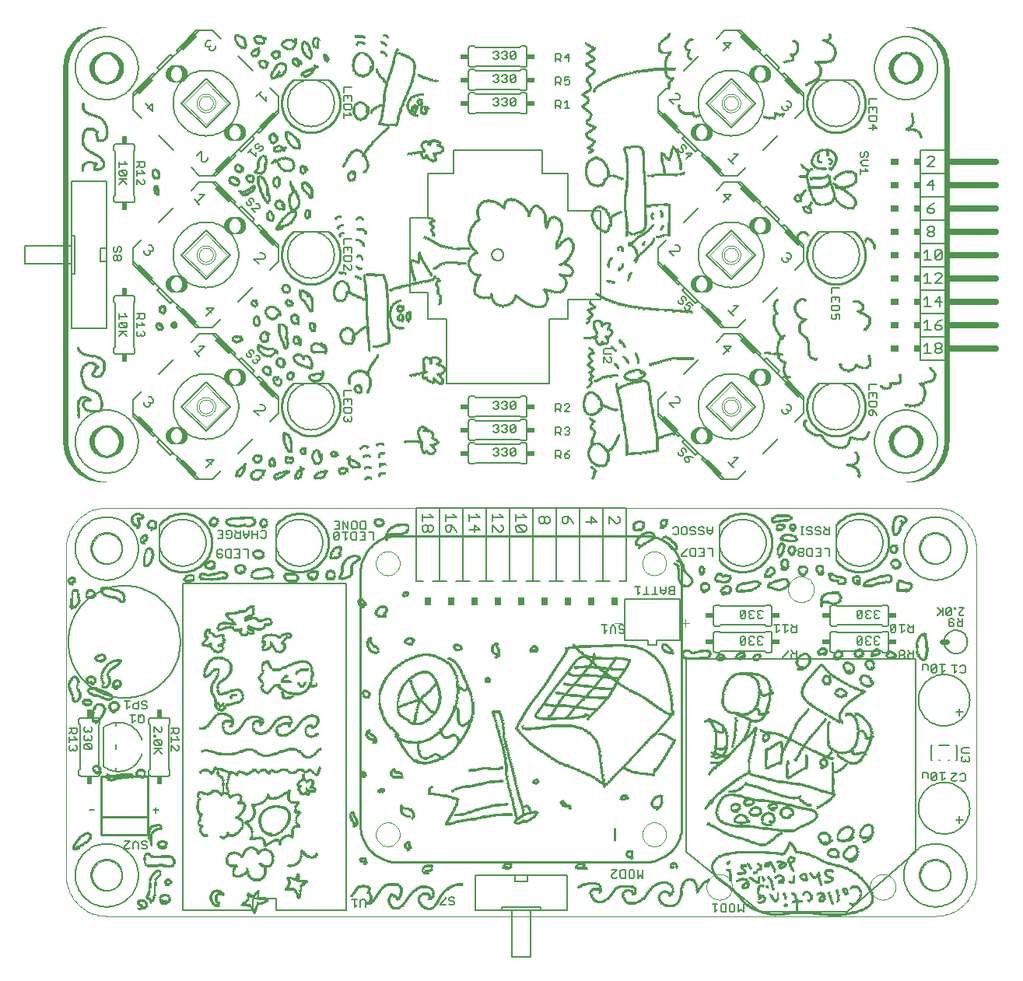
<source format=gto>
%MOIN*%
%OFA0B0*%
%FSLAX24Y24*%
%IPPOS*%
%LPD*%
%AMOC8*
5,1,8,0,0,$1,202.5*%
%AMOC80*
5,1,8,0,0,$1,-67.5*%
%ADD10C,0*%
%ADD11C,0.0060000000901109605*%
%ADD12C,0.0050000000750924679*%
%ADD13C,0.0080000001201479473*%
%ADD14R,0.034000000510628778X0.024000000360443842*%
%ADD15C,0.010000000150184936*%
%ADD16C,0.024000000360443842*%
%ADD17C,0.0040000000600739737*%
%ADD18R,0.026000000390480831X0.032000000480591789*%
%ADD19R,0.024000000360443842X0.034000000510628778*%
%ADD20R,0.017600000264325483X0.002500000037546234*%
%ADD21R,0.029900000449052951X0.002500000037546234*%
%ADD22R,0.030000000450554797X0.002500000037546234*%
%ADD23R,0.040000000600739744X0.002500000037546234*%
%ADD24R,0.055100000827518987X0.002500000037546234*%
%ADD25R,0.04760000071488029X0.002500000037546234*%
%ADD26R,0.022600000339417947X0.002500000037546234*%
%ADD27R,0.065100000977703923X0.002500000037546234*%
%ADD28R,0.020000000300369872X0.002500000037546234*%
%ADD29R,0.037600000564695354X0.002500000037546234*%
%ADD30R,0.075100001127888852X0.002500000037546234*%
%ADD31R,0.015100000226779251X0.002500000037546234*%
%ADD32R,0.042500000638285976X0.002500000037546234*%
%ADD33R,0.0825000012390257X0.002500000037546234*%
%ADD34R,0.0375000005631935X0.002500000037546234*%
%ADD35R,0.012600000189233017X0.002500000037546234*%
%ADD36R,0.047500000713378433X0.002500000037546234*%
%ADD37R,0.017400000261321782X0.002500000037546234*%
%ADD38R,0.022400000336414243X0.002500000037546234*%
%ADD39R,0.057500000863563369X0.002500000037546234*%
%ADD40R,0.012400000186229316X0.002500000037546234*%
%ADD41R,0.017500000262823636X0.002500000037546234*%
%ADD42R,0.017600000264325483X0.002500000037546234*%
%ADD43R,0.10250000153939555X0.002500000037546234*%
%ADD44R,0.030100000452056647X0.002500000037546234*%
%ADD45R,0.010000000150184936X0.002500000037546234*%
%ADD46R,0.015000000225277399X0.002500000037546234*%
%ADD47R,0.012500000187731168X0.002500000037546234*%
%ADD48R,0.022500000337916097X0.002500000037546234*%
%ADD49R,0.1149000017256249X0.002500000037546234*%
%ADD50R,0.025000000375462336X0.002500000037546234*%
%ADD51R,0.032600000489602883X0.002500000037546234*%
%ADD52R,0.077400001162431384X0.002500000037546234*%
%ADD53R,0.027500000413008565X0.002500000037546234*%
%ADD54R,0.025100000376964183X0.002500000037546234*%
%ADD55R,0.027400000411506718X0.002500000037546234*%
%ADD56R,0.010100000151686783X0.002500000037546234*%
%ADD57R,0.0075000001126386993X0.002500000037546234*%
%ADD58R,0.027600000414510419X0.002500000037546234*%
%ADD59R,0.079900001199977616X0.002500000037546234*%
%ADD60R,0.032500000488101033X0.002500000037546234*%
%ADD61R,0.072500001088840763X0.002500000037546234*%
%ADD62R,0.014900000223775552X0.002500000037546234*%
%ADD63R,0.0099000001486830858X0.002500000037546234*%
%ADD64R,0.032400000486599183X0.002500000037546234*%
%ADD65R,0.045000000675832194X0.002500000037546234*%
%ADD66R,0.0050000000750924679X0.002500000037546234*%
%ADD67R,0.042600000639787812X0.002500000037546234*%
%ADD68R,0.035100000527149115X0.002500000037546234*%
%ADD69R,0.065000000976202066X0.002500000037546234*%
%ADD70R,0.11740000176317114X0.002500000037546234*%
%ADD71R,0.020100000301871718X0.002500000037546234*%
%ADD72R,0.034900000524145415X0.002500000037546234*%
%ADD73R,0.060000000901109594X0.002500000037546234*%
%ADD74R,0.024900000373960483X0.002500000037546234*%
%ADD75R,0.002500000037546234X0.002500000037546234*%
%ADD76R,0.03990000059923788X0.002500000037546234*%
%ADD77R,0.045100000677334051X0.002500000037546234*%
%ADD78R,0.019900000298868018X0.002500000037546234*%
%ADD79R,0.035000000525647272X0.002500000037546234*%
%ADD80R,0.044900000674330358X0.002500000037546234*%
%ADD81R,0.062500000938655834X0.002500000037546234*%
%ADD82R,0.0525000007884709X0.002500000037546234*%
%ADD83R,0.070100001052796374X0.002500000037546234*%
%ADD84R,0.070000001051294544X0.002500000037546234*%
%ADD85R,0.077500001163933241X0.002500000037546234*%
%ADD86R,0.0074000001111368509X0.002500000037546234*%
%ADD87R,0.077600001165435084X0.002500000037546234*%
%ADD88R,0.064900000974700209X0.002500000037546234*%
%ADD89R,0.037400000561691654X0.002500000037546234*%
%ADD90R,0.049900000749422822X0.002500000037546234*%
%ADD91R,0.052400000786969048X0.002500000037546234*%
%ADD92R,0.0076000001141405494X0.002500000037546234*%
%ADD93R,0.010100000151686783X0.002500000037546234*%
%ADD94R,0.012600000189233017X0.002500000037546234*%
%ADD95R,0.035100000527149115X0.002500000037546234*%
%ADD96R,0.037400000561691654X0.002500000037546234*%
%ADD97R,0.012400000186229316X0.002500000037546234*%
%ADD98R,0.020000000300369872X0.002500000037546234*%
%ADD99R,0.022500000337916097X0.002500000037546234*%
%ADD100R,0.015000000225277399X0.002500000037546234*%
%ADD101R,0.025000000375462336X0.002500000037546234*%
%ADD102R,0.052600000789972748X0.002500000037546234*%
%ADD103R,0.010100000151686783X0.002500000037546234*%
%ADD104R,0.010000000150184936X0.002500000037546234*%
%ADD105R,0.012600000189233017X0.002500000037546234*%
%ADD106R,0.020000000300369872X0.002500000037546234*%
%ADD107R,0.042500000638285976X0.002500000037546234*%
%ADD108R,0.0099000001486830858X0.002500000037546234*%
%ADD109R,0.012400000186229316X0.002500000037546234*%
%ADD110R,0.037400000561691654X0.002500000037546234*%
%ADD111R,0.065000000976202066X0.002500000037546234*%
%ADD112R,0.080100001202981316X0.002500000037546234*%
%ADD113R,0.05490000082451528X0.002500000037546234*%
%ADD114R,0.0024000000360443838X0.002500000037546234*%
%ADD115R,0.099900001500347488X0.002500000037546234*%
%ADD116R,0.094900001425255009X0.002500000037546234*%
%ADD117R,0.0675000010137483X0.002500000037546234*%
%ADD118R,0.12010000180372103X0.002500000037546234*%
%ADD119R,0.11250000168958051X0.002500000037546234*%
%ADD120R,0.085000001276571951X0.002500000037546234*%
%ADD121R,0.057400000862061519X0.002500000037546234*%
%ADD122R,0.047400000711876583X0.002500000037546234*%
%ADD123R,0.0049000000735906169X0.002500000037546234*%
%ADD124R,0.059900000899607758X0.002500000037546234*%
%ADD125R,0.069900001049792687X0.002500000037546234*%
%ADD126R,0.074900001124885152X0.002500000037546234*%
%ADD127R,0.050100000752426523X0.002500000037546234*%
%ADD128R,0.07260000109034262X0.002500000037546234*%
%ADD129R,0.072400001087338933X0.002500000037546234*%
%ADD130R,0.042400000636784119X0.002500000037546234*%
%ADD131R,0.090000001351664388X0.002500000037546234*%
%ADD132R,0.19240000288955811X0.002500000037546234*%
%ADD133R,0.24000000360443838X0.002500000037546234*%
%ADD134R,0.27740000416613003X0.002500000037546234*%
%ADD135R,0.067400001012246455X0.002500000037546234*%
%ADD136R,0.19490000292710435X0.002500000037546234*%
%ADD137R,0.11240000168807865X0.002500000037546234*%
%ADD138R,0.0051000000765943155X0.002500000037546234*%
%ADD139R,0.090100001353166231X0.002500000037546234*%
%ADD140R,0.10010000150335119X0.002500000037546234*%
%ADD141R,0.20240000303974307X0.002500000037546234*%
%ADD142R,0.1050000015769418X0.002500000037546234*%
%ADD143R,0.15240000228881839X0.002500000037546234*%
%ADD144R,0.1575000023654127X0.002500000037546234*%
%ADD145R,0.13240000198844851X0.002500000037546234*%
%ADD146R,0.10240000153789372X0.002500000037546234*%
%ADD147R,0.13750000206504284X0.002500000037546234*%
%ADD148R,0.16750000251559766X0.002500000037546234*%
%ADD149R,0.14240000213863344X0.002500000037546234*%
%ADD150R,0.040100000602241587X0.002500000037546234*%
%ADD151R,0.12500000187731167X0.002500000037546234*%
%ADD152R,0.097400001462801256X0.002500000037546234*%
%ADD153R,0.067600001015250141X0.002500000037546234*%
%ADD154R,0.057600000865065212X0.002500000037546234*%
%ADD155R,0.085100001278073767X0.002500000037546234*%
%ADD156R,0.10000000150184935X0.002500000037546234*%
%ADD157R,0.11260000169108236X0.002500000037546234*%
%ADD158R,0.13000000195240413X0.002500000037546234*%
%ADD159R,0.15500000232786648X0.002500000037546234*%
%ADD160R,0.15760000236691452X0.002500000037546234*%
%ADD161R,0.17260000259219194X0.002500000037546234*%
%ADD162R,0.087400001312616341X0.002500000037546234*%
%ADD163R,0.050000000750924672X0.002500000037546234*%
%ADD164R,0.092600001390712491X0.002500000037546234*%
%ADD165R,0.10750000161448803X0.002500000037546234*%
%ADD166R,0.11000000165203426X0.002500000037546234*%
%ADD167R,0.080000001201479487X0.002500000037546234*%
%ADD168R,0.075000001126387X0.002500000037546234*%
%ADD169R,0.060100000902611452X0.002500000037546234*%
%ADD170R,0.087500001314118156X0.002500000037546234*%
%ADD171R,0.11760000176617483X0.002500000037546234*%
%ADD172R,0.14990000225127215X0.002500000037546234*%
%ADD173R,0.0026000000390480824X0.002500000037546234*%
%ADD174R,0.12990000195090226X0.002500000037546234*%
%ADD175R,0.14250000214013528X0.002500000037546234*%
%ADD176R,0.1401000021040909X0.002500000037546234*%
%ADD177R,0.092500001389210634X0.002500000037546234*%
%ADD178R,0.0849000012750701X0.002500000037546234*%
%ADD179R,0.16010000240446079X0.002500000037546234*%
%ADD180R,0.20000000300369869X0.002500000037546234*%
%ADD181R,0.18500000277842127X0.002500000037546234*%
%ADD182R,0.15490000232636464X0.002500000037546234*%
%ADD183R,0.05500000082601713X0.002500000037546234*%
%ADD184R,0.12250000183976544X0.002500000037546234*%
%ADD185R,0.15010000225427586X0.002500000037546234*%
%ADD186R,0.097600001465804956X0.002500000037546234*%
%ADD187R,0.010000000150184936X0.002500000037546234*%
%ADD188R,0.027500000413008565X0.002500000037546234*%
%ADD189R,0.017500000262823636X0.002500000037546234*%
%ADD190R,0.012500000187731168X0.002500000037546234*%
%ADD191R,0.014900000223775552X0.002500000037546234*%
%ADD192R,0.012500000187731168X0.002500000037546234*%
%ADD193R,0.020100000301871718X0.002500000037546234*%
%ADD194R,0.017400000261321782X0.002500000037546234*%
%ADD195R,0.034900000524145415X0.002500000037546234*%
%ADD196R,0.022500000337916097X0.002500000037546234*%
%ADD197R,0.022600000339417947X0.002500000037546234*%
%ADD198R,0.015000000225277399X0.002500000037546234*%
%ADD199R,0.015100000226779251X0.002500000037546234*%
%ADD200R,0.022600000339417947X0.002500000037546234*%
%ADD201R,0.020100000301871718X0.002500000037546234*%
%ADD202R,0.05500000082601713X0.002500000037546234*%
%ADD203R,0.015100000226779251X0.002500000037546234*%
%ADD204R,0.062500000938655834X0.002500000037546234*%
%ADD205R,0.050000000750924672X0.002500000037546234*%
%ADD206R,0.022400000336414243X0.002500000037546234*%
%ADD207R,0.017500000262823636X0.002500000037546234*%
%ADD208R,0.025100000376964183X0.002500000037546234*%
%ADD209R,0.075100001127888852X0.002500000037546234*%
%ADD210R,0.062500000938655834X0.002500000037546234*%
%ADD211R,0.030000000450554797X0.002500000037546234*%
%ADD212R,0.087500001314118156X0.002500000037546234*%
%ADD213R,0.0074000001111368509X0.002500000037546234*%
%ADD214R,0.0099000001486830858X0.002500000037546234*%
%ADD215R,0.032600000489602883X0.002500000037546234*%
%ADD216R,0.032400000486599183X0.002500000037546234*%
%ADD217R,0.040000000600739744X0.002500000037546234*%
%ADD218R,0.0675000010137483X0.002500000037546234*%
%ADD219R,0.025000000375462336X0.002500000037546234*%
%ADD220R,0.014900000223775552X0.002500000037546234*%
%ADD221R,0.032400000486599183X0.002500000037546234*%
%ADD222R,0.032500000488101033X0.002500000037546234*%
%ADD223R,0.035000000525647272X0.002500000037546234*%
%ADD224R,0.002500000037546234X0.002500000037546234*%
%ADD225R,0.095000001426756867X0.002500000037546234*%
%ADD226R,0.12240000183826356X0.002500000037546234*%
%ADD227R,0.13990000210108722X0.002500000037546234*%
%ADD228R,0.062400000937153983X0.002500000037546234*%
%ADD229R,0.087600001315620027X0.002500000037546234*%
%ADD230R,0.11500000172712674X0.002500000037546234*%
%ADD231R,0.097500001464303113X0.002500000037546234*%
%ADD232R,0.12000000180221919X0.002500000037546234*%
%ADD233R,0.092400001387708763X0.002500000037546234*%
%ADD234R,0.13510000202899844X0.002500000037546234*%
%ADD235R,0.082400001237523848X0.002500000037546234*%
%ADD236R,0.14750000221522777X0.002500000037546234*%
%ADD237R,0.20740000311483547X0.002500000037546234*%
%ADD238R,0.25250000379216958X0.002500000037546234*%
%ADD239R,0.26010000390631011X0.002500000037546234*%
%ADD240R,0.12260000184126728X0.002500000037546234*%
%ADD241R,0.1676000025170995X0.002500000037546234*%
%ADD242R,0.29750000446800173X0.002500000037546234*%
%ADD243R,0.21740000326502046X0.002500000037546234*%
%ADD244R,0.1350000020274966X0.002500000037546234*%
%ADD245R,0.16240000243900332X0.002500000037546234*%
%ADD246R,0.029900000449052951X0.002500000037546234*%
%ADD247R,0.022400000336414243X0.002500000037546234*%
%ADD258C,0*%
%ADD259C,0.0080000001201479473*%
%ADD260C,0.0060000000901109605*%
%ADD261R,0.034000000510628778X0.024000000360443842*%
%ADD262C,0.010000000150184936*%
%ADD263C,0.0020000000300369868*%
%ADD264R,0.020000000300369872X0.085000001276571951*%
%ADD265C,0.0050000000750924679*%
%ADD266R,0.024000000360443842X0.034000000510628778*%
%ADD267R,0.030000000450554797X0.026000000390480831*%
%ADD268C,0.026000000390480831*%
%ADD269R,0.026000000390480831X0.026000000390480831*%
%ADD270R,0.032000000480591789X0.026000000390480831*%
%ADD271R,0.002500000037546234X0.025100000376964183*%
%ADD272R,0.002500000037546234X0.012600000189233017*%
%ADD273R,0.002500000037546234X0.050000000750924672*%
%ADD274R,0.002500000037546234X0.010000000150184936*%
%ADD275R,0.002500000037546234X0.017600000264325483*%
%ADD276R,0.002500000037546234X0.077400001162431384*%
%ADD277R,0.002500000037546234X0.020000000300369872*%
%ADD278R,0.002500000037546234X0.082400001237523848*%
%ADD279R,0.002500000037546234X0.022500000337916097*%
%ADD280R,0.002500000037546234X0.027600000414510419*%
%ADD281R,0.002500000037546234X0.047500000713378433*%
%ADD282R,0.002500000037546234X0.027400000411506718*%
%ADD283R,0.002500000037546234X0.015000000225277399*%
%ADD284R,0.002500000037546234X0.025100000376964183*%
%ADD285R,0.002500000037546234X0.017400000261321782*%
%ADD286R,0.002500000037546234X0.014900000223775552*%
%ADD287R,0.002500000037546234X0.04760000071488029*%
%ADD288R,0.002500000037546234X0.012500000187731168*%
%ADD289R,0.002500000037546234X0.027500000413008565*%
%ADD290R,0.002500000037546234X0.062500000938655834*%
%ADD291R,0.002500000037546234X0.024900000373960483*%
%ADD292R,0.002500000037546234X0.030100000452056647*%
%ADD293R,0.002500000037546234X0.075100001127888852*%
%ADD294R,0.002500000037546234X0.015100000226779251*%
%ADD295R,0.002500000037546234X0.032400000486599183*%
%ADD296R,0.002500000037546234X0.060000000901109594*%
%ADD297R,0.002500000037546234X0.032500000488101033*%
%ADD298R,0.002500000037546234X0.042500000638285976*%
%ADD299R,0.002500000037546234X0.037400000561691654*%
%ADD300R,0.002500000037546234X0.070000001051294544*%
%ADD301R,0.002500000037546234X0.035100000527149115*%
%ADD302R,0.002500000037546234X0.019900000298868018*%
%ADD303R,0.002500000037546234X0.034900000524145415*%
%ADD304R,0.002500000037546234X0.025000000375462336*%
%ADD305R,0.002500000037546234X0.022400000336414243*%
%ADD306R,0.002500000037546234X0.017500000262823636*%
%ADD307R,0.002500000037546234X0.012400000186229316*%
%ADD308R,0.002500000037546234X0.010100000151686783*%
%ADD309R,0.002500000037546234X0.0076000001141405494*%
%ADD310R,0.002500000037546234X0.0075000001126386993*%
%ADD311R,0.002500000037546234X0.035000000525647272*%
%ADD312R,0.002500000037546234X0.037600000564695354*%
%ADD313R,0.002500000037546234X0.022600000339417947*%
%ADD314R,0.002500000037546234X0.030000000450554797*%
%ADD315R,0.002500000037546234X0.047400000711876583*%
%ADD316R,0.002500000037546234X0.049900000749422822*%
%ADD317R,0.002500000037546234X0.0074000001111368509*%
%ADD318R,0.002500000037546234X0.0050000000750924679*%
%ADD319R,0.002500000037546234X0.075000001126387*%
%ADD320R,0.002500000037546234X0.067600001015250141*%
%ADD321R,0.002500000037546234X0.057400000862061519*%
%ADD322R,0.002500000037546234X0.040000000600739744*%
%ADD323R,0.002500000037546234X0.072500001088840763*%
%ADD324R,0.002500000037546234X0.0525000007884709*%
%ADD325R,0.002500000037546234X0.002500000037546234*%
%ADD326R,0.002500000037546234X0.029900000449052951*%
%ADD327R,0.002500000037546234X0.0375000005631935*%
%ADD328R,0.002500000037546234X0.040100000602241587*%
%ADD329R,0.002500000037546234X0.0026000000390480824*%
%ADD330R,0.002500000037546234X0.045100000677334051*%
%ADD331R,0.002500000037546234X0.03990000059923788*%
%ADD332R,0.002500000037546234X0.032600000489602883*%
%ADD333R,0.002500000037546234X0.0099000001486830858*%
%ADD334R,0.002500000037546234X0.020100000301871718*%
%ADD335R,0.002500000037546234X0.050100000752426523*%
%ADD336R,0.002500000037546234X0.042600000639787812*%
%ADD337R,0.002500000037546234X0.0024000000360443838*%
%ADD338R,0.002500000037546234X0.044900000674330358*%
%ADD339R,0.002500000037546234X0.045000000675832194*%
%ADD340R,0.002500000037546234X0.052600000789972748*%
%ADD341R,0.002500000037546234X0.0051000000765943155*%
%ADD342R,0.002500000037546234X0.0049000000735906169*%
%ADD343R,0.002500000037546234X0.060100000902611452*%
%ADD344R,0.002500000037546234X0.059900000899607758*%
%ADD345R,0.002500000037546234X0.05490000082451528*%
%ADD346R,0.002500000037546234X0.0675000010137483*%
%ADD347R,0.002500000037546234X0.057600000865065212*%
%ADD348R,0.002500000037546234X0.065000000976202066*%
%ADD349R,0.002500000037546234X0.042400000636784119*%
%ADD350R,0.002500000037546234X0.097500001464303113*%
%ADD351R,0.002500000037546234X0.095000001426756867*%
%ADD352R,0.002500000037546234X0.065100000977703923*%
%ADD353R,0.002500000037546234X0.070100001052796374*%
%ADD354R,0.002500000037546234X0.05500000082601713*%
%ADD355R,0.002500000037546234X0.052400000786969048*%
%ADD356R,0.002500000037546234X0.047500000713378433*%
%ADD357R,0.002500000037546234X0.012600000189233017*%
%ADD358R,0.002500000037546234X0.017400000261321782*%
%ADD359R,0.002500000037546234X0.057500000863563369*%
%ADD360R,0.002500000037546234X0.017600000264325483*%
%ADD361R,0.002500000037546234X0.027400000411506718*%
%ADD362R,0.002500000037546234X0.015000000225277399*%
%ADD363R,0.002500000037546234X0.040000000600739744*%
%ADD364R,0.002500000037546234X0.030000000450554797*%
%ADD365R,0.002500000037546234X0.049900000749422822*%
%ADD366R,0.002500000037546234X0.012400000186229316*%
%ADD367R,0.002500000037546234X0.037600000564695354*%
%ADD368R,0.002500000037546234X0.030000000450554797*%
%ADD369R,0.002500000037546234X0.055100000827518987*%
%ADD370R,0.002500000037546234X0.072500001088840763*%
%ADD371R,0.002500000037546234X0.010000000150184936*%
%ADD372R,0.002500000037546234X0.017500000262823636*%
%ADD373R,0.002500000037546234X0.035100000527149115*%
%ADD374R,0.002500000037546234X0.045000000675832194*%
%ADD375R,0.002500000037546234X0.012600000189233017*%
%ADD376R,0.002500000037546234X0.022500000337916097*%
%ADD377R,0.002500000037546234X0.03990000059923788*%
%ADD378R,0.002500000037546234X0.022600000339417947*%
%ADD379R,0.002500000037546234X0.040100000602241587*%
%ADD380R,0.002500000037546234X0.027500000413008565*%
%ADD381R,0.002500000037546234X0.012500000187731168*%
%ADD382R,0.002500000037546234X0.010000000150184936*%
%ADD383R,0.002500000037546234X0.010100000151686783*%
%ADD384R,0.002500000037546234X0.050000000750924672*%
%ADD385R,0.002500000037546234X0.045100000677334051*%
%ADD386R,0.002500000037546234X0.040000000600739744*%
%ADD387R,0.002500000037546234X0.012500000187731168*%
%ADD388R,0.002500000037546234X0.010100000151686783*%
%ADD389R,0.002500000037546234X0.020000000300369872*%
%ADD390R,0.002500000037546234X0.024900000373960483*%
%ADD391R,0.002500000037546234X0.019900000298868018*%
%ADD392R,0.002500000037546234X0.027600000414510419*%
%ADD393R,0.002500000037546234X0.0099000001486830858*%
%ADD394R,0.002500000037546234X0.012400000186229316*%
%ADD395R,0.002500000037546234X0.064900000974700209*%
%ADD396R,0.002500000037546234X0.055100000827518987*%
%ADD397R,0.002500000037546234X0.07260000109034262*%
%ADD398R,0.002500000037546234X0.11250000168958051*%
%ADD399R,0.002500000037546234X0.169900002551642*%
%ADD400R,0.002500000037546234X0.057500000863563369*%
%ADD401R,0.002500000037546234X0.18750000281596749*%
%ADD402R,0.002500000037546234X0.19490000292710435*%
%ADD403R,0.002500000037546234X0.20490000307728931*%
%ADD404R,0.002500000037546234X0.150000002252774*%
%ADD405R,0.002500000037546234X0.10990000165053242*%
%ADD406R,0.002500000037546234X0.0825000012390257*%
%ADD407R,0.002500000037546234X0.062400000937153983*%
%ADD408R,0.002500000037546234X0.085100001278073767*%
%ADD409R,0.002500000037546234X0.092500001389210634*%
%ADD410R,0.002500000037546234X0.085000001276571951*%
%ADD411R,0.002500000037546234X0.067400001012246455*%
%ADD412R,0.002500000037546234X0.077600001165435084*%
%ADD413R,0.002500000037546234X0.20750000311633735*%
%ADD414R,0.002500000037546234X0.22010000330557039*%
%ADD415R,0.002500000037546234X0.24240000364048278*%
%ADD416R,0.002500000037546234X0.2175000032665223*%
%ADD417R,0.002500000037546234X0.097400001462801256*%
%ADD418R,0.002500000037546234X0.087500001314118156*%
%ADD419R,0.002500000037546234X0.032400000486599183*%
%ADD420R,0.002500000037546234X0.042500000638285976*%
%ADD421R,0.002500000037546234X0.015000000225277399*%
%ADD422R,0.002500000037546234X0.027600000414510419*%
%ADD423R,0.002500000037546234X0.077500001163933241*%
%ADD424R,0.002500000037546234X0.080100001202981316*%
%ADD425R,0.002500000037546234X0.074900001124885152*%
%ADD426R,0.002500000037546234X0.11760000176617483*%
%ADD427R,0.002500000037546234X0.069900001049792687*%
%ADD428R,0.002500000037546234X0.15990000240145708*%
%ADD429R,0.002500000037546234X0.090000001351664388*%
%ADD430R,0.002500000037546234X0.21000000315388359*%
%ADD431R,0.002500000037546234X0.11260000169108236*%
%ADD432R,0.002500000037546234X0.11500000172712674*%
%ADD433R,0.002500000037546234X0.1575000023654127*%
%ADD434R,0.002500000037546234X0.087400001312616341*%
%ADD435R,0.002500000037546234X0.12750000191485789*%
%ADD436R,0.002500000037546234X0.11000000165203426*%
%ADD437R,0.002500000037546234X0.15240000228881839*%
%ADD438R,0.002500000037546234X0.28510000428177251*%
%ADD439R,0.002500000037546234X0.32750000491855658*%
%ADD440R,0.002500000037546234X0.25250000379216958*%
%ADD441R,0.002500000037546234X0.20250000304124494*%
%ADD442R,0.002500000037546234X0.099900001500347488*%
%ADD443R,0.002500000037546234X0.13990000210108722*%
%ADD444R,0.002500000037546234X0.13750000206504284*%
%ADD445R,0.002500000037546234X0.094900001425255009*%
%ADD446R,0.002500000037546234X0.082600001240527562*%
G75*
%LPD*%
D10*
X037345Y017463D02*
X001844Y017463D01*
X002475Y015713D02*
X002473Y015663D01*
X002467Y015613D01*
X002457Y015564D01*
X002443Y015516D01*
X002426Y015469D01*
X002405Y015424D01*
X002380Y015380D01*
X002352Y015339D01*
X002320Y015300D01*
X002286Y015263D01*
X002249Y015229D01*
X002209Y015199D01*
X002167Y015172D01*
X002123Y015148D01*
X002077Y015127D01*
X002030Y015111D01*
X001981Y015098D01*
X001932Y015088D01*
X001882Y015084D01*
X001832Y015083D01*
X001782Y015086D01*
X001733Y015093D01*
X001684Y015104D01*
X001636Y015119D01*
X001590Y015137D01*
X001545Y015159D01*
X001502Y015185D01*
X001461Y015214D01*
X001422Y015245D01*
X001386Y015281D01*
X001354Y015319D01*
X001324Y015359D01*
X001297Y015402D01*
X001274Y015446D01*
X001255Y015491D01*
X001239Y015540D01*
X001227Y015589D01*
X001219Y015638D01*
X001215Y015688D01*
X001215Y015738D01*
X001219Y015788D01*
X001227Y015837D01*
X001239Y015886D01*
X001255Y015934D01*
X001274Y015980D01*
X001297Y016024D01*
X001324Y016067D01*
X001354Y016107D01*
X001386Y016145D01*
X001422Y016180D01*
X001461Y016212D01*
X001502Y016240D01*
X001545Y016267D01*
X001590Y016289D01*
X001636Y016306D01*
X001684Y016322D01*
X001733Y016333D01*
X001782Y016339D01*
X001832Y016343D01*
X001882Y016342D01*
X001932Y016337D01*
X001981Y016328D01*
X002030Y016315D01*
X002077Y016298D01*
X002123Y016277D01*
X002167Y016254D01*
X002209Y016227D01*
X002249Y016197D01*
X002286Y016163D01*
X002320Y016126D01*
X002352Y016087D01*
X002380Y016046D01*
X002405Y016002D01*
X002426Y015956D01*
X002443Y015910D01*
X002457Y015862D01*
X002467Y015813D01*
X002473Y015763D01*
X002475Y015713D01*
X001844Y017463D02*
X001761Y017460D01*
X001678Y017455D01*
X001596Y017445D01*
X001514Y017431D01*
X001432Y017414D01*
X001351Y017392D01*
X001273Y017367D01*
X001195Y017338D01*
X001118Y017305D01*
X001043Y017268D01*
X000970Y017229D01*
X000898Y017185D01*
X000830Y017139D01*
X000763Y017089D01*
X000699Y017036D01*
X000637Y016980D01*
X000578Y016921D01*
X000522Y016859D01*
X000468Y016795D01*
X000419Y016728D01*
X000373Y016659D01*
X000329Y016588D01*
X000290Y016515D01*
X000253Y016440D01*
X000220Y016362D01*
X000191Y016285D01*
X000166Y016206D01*
X000144Y016126D01*
X000127Y016044D01*
X000112Y015962D01*
X000102Y015878D01*
X000097Y015795D01*
X000095Y015713D01*
X000095Y001713D01*
X002475Y001713D02*
X002473Y001662D01*
X002467Y001613D01*
X002457Y001564D01*
X002443Y001516D01*
X002426Y001469D01*
X002405Y001424D01*
X002380Y001380D01*
X002352Y001339D01*
X002320Y001300D01*
X002286Y001263D01*
X002249Y001229D01*
X002209Y001199D01*
X002167Y001172D01*
X002123Y001148D01*
X002077Y001127D01*
X002030Y001111D01*
X001981Y001098D01*
X001932Y001089D01*
X001882Y001084D01*
X001832Y001083D01*
X001782Y001086D01*
X001733Y001093D01*
X001684Y001104D01*
X001636Y001119D01*
X001590Y001137D01*
X001545Y001159D01*
X001502Y001185D01*
X001461Y001214D01*
X001422Y001246D01*
X001386Y001281D01*
X001354Y001319D01*
X001324Y001359D01*
X001297Y001402D01*
X001274Y001446D01*
X001255Y001492D01*
X001239Y001540D01*
X001227Y001589D01*
X001219Y001638D01*
X001215Y001688D01*
X001215Y001738D01*
X001219Y001787D01*
X001227Y001836D01*
X001239Y001886D01*
X001255Y001933D01*
X001274Y001980D01*
X001297Y002024D01*
X001324Y002067D01*
X001354Y002107D01*
X001386Y002145D01*
X001422Y002180D01*
X001461Y002212D01*
X001502Y002241D01*
X001545Y002267D01*
X001590Y002289D01*
X001636Y002307D01*
X001684Y002322D01*
X001733Y002333D01*
X001782Y002340D01*
X001832Y002343D01*
X001882Y002342D01*
X001932Y002337D01*
X001981Y002328D01*
X002030Y002315D01*
X002077Y002299D01*
X002123Y002278D01*
X002167Y002254D01*
X002209Y002227D01*
X002249Y002197D01*
X002286Y002163D01*
X002320Y002126D01*
X002352Y002087D01*
X002380Y002046D01*
X002405Y002002D01*
X002426Y001957D01*
X002443Y001910D01*
X002457Y001862D01*
X002467Y001813D01*
X002473Y001763D01*
X002475Y001713D01*
X001844Y-000036D02*
X001761Y-000034D01*
X001678Y-000027D01*
X001596Y-000018D01*
X001514Y-000004D01*
X001432Y000011D01*
X001351Y000034D01*
X001273Y000059D01*
X001195Y000088D01*
X001118Y000120D01*
X001043Y000158D01*
X000970Y000197D01*
X000898Y000241D01*
X000830Y000287D01*
X000763Y000337D01*
X000699Y000390D01*
X000637Y000445D01*
X000578Y000505D01*
X000522Y000567D01*
X000468Y000631D01*
X000419Y000698D01*
X000373Y000767D01*
X000329Y000838D01*
X000290Y000910D01*
X000253Y000985D01*
X000220Y001063D01*
X000191Y001141D01*
X000166Y001220D01*
X000144Y001300D01*
X000127Y001382D01*
X000112Y001464D01*
X000102Y001547D01*
X000097Y001630D01*
X000095Y001713D01*
X001844Y-000036D02*
X037345Y-000036D01*
X035645Y001213D02*
X035644Y001166D01*
X035637Y001120D01*
X035628Y001074D01*
X035615Y001029D01*
X035597Y000985D01*
X035576Y000944D01*
X035552Y000903D01*
X035524Y000867D01*
X035493Y000831D01*
X035459Y000799D01*
X035423Y000770D01*
X035384Y000743D01*
X035343Y000721D01*
X035300Y000702D01*
X035256Y000686D01*
X035211Y000674D01*
X035165Y000666D01*
X035118Y000662D01*
X035072Y000662D01*
X035025Y000666D01*
X034979Y000674D01*
X034934Y000686D01*
X034890Y000702D01*
X034847Y000721D01*
X034806Y000743D01*
X034767Y000770D01*
X034731Y000799D01*
X034696Y000831D01*
X034666Y000867D01*
X034638Y000903D01*
X034614Y000944D01*
X034592Y000985D01*
X034575Y001029D01*
X034562Y001074D01*
X034552Y001120D01*
X034546Y001166D01*
X034544Y001213D01*
X034546Y001260D01*
X034552Y001306D01*
X034562Y001351D01*
X034575Y001397D01*
X034592Y001440D01*
X034614Y001482D01*
X034638Y001522D01*
X034666Y001559D01*
X034696Y001593D01*
X034731Y001627D01*
X034767Y001655D01*
X034806Y001681D01*
X034847Y001705D01*
X034890Y001723D01*
X034934Y001739D01*
X034979Y001752D01*
X035025Y001760D01*
X035072Y001764D01*
X035118Y001764D01*
X035165Y001760D01*
X035211Y001752D01*
X035256Y001739D01*
X035300Y001723D01*
X035343Y001705D01*
X035384Y001681D01*
X035423Y001655D01*
X035459Y001627D01*
X035493Y001593D01*
X035524Y001559D01*
X035552Y001522D01*
X035576Y001482D01*
X035597Y001440D01*
X035615Y001397D01*
X035628Y001351D01*
X035637Y001306D01*
X035644Y001260D01*
X035645Y001213D01*
X037975Y001713D02*
X037973Y001662D01*
X037967Y001613D01*
X037957Y001564D01*
X037943Y001516D01*
X037926Y001469D01*
X037905Y001424D01*
X037880Y001380D01*
X037852Y001339D01*
X037820Y001300D01*
X037786Y001263D01*
X037749Y001229D01*
X037709Y001199D01*
X037667Y001172D01*
X037623Y001148D01*
X037577Y001127D01*
X037530Y001111D01*
X037482Y001098D01*
X037432Y001089D01*
X037383Y001084D01*
X037332Y001083D01*
X037282Y001086D01*
X037233Y001093D01*
X037184Y001104D01*
X037136Y001119D01*
X037089Y001137D01*
X037045Y001159D01*
X037002Y001185D01*
X036961Y001214D01*
X036922Y001246D01*
X036886Y001281D01*
X036853Y001319D01*
X036824Y001359D01*
X036797Y001402D01*
X036774Y001446D01*
X036755Y001492D01*
X036739Y001540D01*
X036727Y001589D01*
X036719Y001638D01*
X036715Y001688D01*
X036715Y001738D01*
X036719Y001787D01*
X036727Y001836D01*
X036739Y001886D01*
X036755Y001933D01*
X036774Y001980D01*
X036797Y002024D01*
X036824Y002067D01*
X036853Y002107D01*
X036886Y002145D01*
X036922Y002180D01*
X036961Y002212D01*
X037002Y002241D01*
X037045Y002267D01*
X037089Y002289D01*
X037136Y002307D01*
X037184Y002322D01*
X037233Y002333D01*
X037282Y002340D01*
X037332Y002343D01*
X037383Y002342D01*
X037432Y002337D01*
X037482Y002328D01*
X037530Y002315D01*
X037577Y002299D01*
X037623Y002278D01*
X037667Y002254D01*
X037709Y002227D01*
X037749Y002197D01*
X037786Y002163D01*
X037820Y002126D01*
X037852Y002087D01*
X037880Y002046D01*
X037905Y002002D01*
X037926Y001957D01*
X037943Y001910D01*
X037957Y001862D01*
X037967Y001813D01*
X037973Y001763D01*
X037975Y001713D01*
X039095Y001713D02*
X039093Y001630D01*
X039087Y001547D01*
X039077Y001464D01*
X039063Y001382D01*
X039045Y001300D01*
X039024Y001220D01*
X038999Y001141D01*
X038970Y001063D01*
X038937Y000985D01*
X038900Y000910D01*
X038861Y000838D01*
X038817Y000767D01*
X038771Y000698D01*
X038721Y000631D01*
X038668Y000567D01*
X038612Y000505D01*
X038553Y000445D01*
X038491Y000390D01*
X038427Y000337D01*
X038360Y000287D01*
X038291Y000241D01*
X038220Y000197D01*
X038147Y000158D01*
X038072Y000120D01*
X037995Y000088D01*
X037917Y000059D01*
X037837Y000034D01*
X037758Y000011D01*
X037676Y-000004D01*
X037593Y-000018D01*
X037511Y-000027D01*
X037428Y-000034D01*
X037345Y-000036D01*
X039095Y001713D02*
X039095Y015713D01*
X037975Y015713D02*
X037973Y015663D01*
X037967Y015613D01*
X037957Y015564D01*
X037943Y015516D01*
X037926Y015469D01*
X037905Y015424D01*
X037880Y015380D01*
X037852Y015339D01*
X037820Y015300D01*
X037786Y015263D01*
X037749Y015229D01*
X037709Y015199D01*
X037667Y015172D01*
X037623Y015148D01*
X037577Y015127D01*
X037530Y015111D01*
X037482Y015098D01*
X037432Y015088D01*
X037383Y015084D01*
X037332Y015083D01*
X037282Y015086D01*
X037233Y015093D01*
X037184Y015104D01*
X037136Y015119D01*
X037089Y015137D01*
X037045Y015159D01*
X037002Y015185D01*
X036961Y015214D01*
X036922Y015245D01*
X036886Y015281D01*
X036853Y015319D01*
X036824Y015359D01*
X036797Y015402D01*
X036774Y015446D01*
X036755Y015491D01*
X036739Y015540D01*
X036727Y015589D01*
X036719Y015638D01*
X036715Y015688D01*
X036715Y015738D01*
X036719Y015788D01*
X036727Y015837D01*
X036739Y015886D01*
X036755Y015934D01*
X036774Y015980D01*
X036797Y016024D01*
X036824Y016067D01*
X036853Y016107D01*
X036886Y016145D01*
X036922Y016180D01*
X036961Y016212D01*
X037002Y016240D01*
X037045Y016267D01*
X037089Y016289D01*
X037136Y016306D01*
X037184Y016322D01*
X037233Y016333D01*
X037282Y016339D01*
X037332Y016343D01*
X037383Y016342D01*
X037432Y016337D01*
X037482Y016328D01*
X037530Y016315D01*
X037577Y016298D01*
X037623Y016277D01*
X037667Y016254D01*
X037709Y016227D01*
X037749Y016197D01*
X037786Y016163D01*
X037820Y016126D01*
X037852Y016087D01*
X037880Y016046D01*
X037905Y016002D01*
X037926Y015956D01*
X037943Y015910D01*
X037957Y015862D01*
X037967Y015813D01*
X037973Y015763D01*
X037975Y015713D01*
X039095Y015713D02*
X039093Y015795D01*
X039087Y015878D01*
X039077Y015962D01*
X039063Y016044D01*
X039045Y016126D01*
X039024Y016206D01*
X038999Y016285D01*
X038970Y016362D01*
X038937Y016440D01*
X038900Y016515D01*
X038861Y016588D01*
X038817Y016659D01*
X038771Y016728D01*
X038721Y016795D01*
X038668Y016859D01*
X038612Y016921D01*
X038553Y016980D01*
X038491Y017036D01*
X038427Y017089D01*
X038360Y017139D01*
X038291Y017185D01*
X038220Y017229D01*
X038147Y017268D01*
X038072Y017305D01*
X037995Y017338D01*
X037917Y017367D01*
X037837Y017392D01*
X037758Y017414D01*
X037676Y017431D01*
X037593Y017445D01*
X037511Y017455D01*
X037428Y017460D01*
X037345Y017463D01*
X032146Y013963D02*
X032144Y013915D01*
X032138Y013870D01*
X032128Y013824D01*
X032115Y013778D01*
X032097Y013735D01*
X032075Y013694D01*
X032052Y013654D01*
X032024Y013617D01*
X031993Y013582D01*
X031959Y013549D01*
X031923Y013520D01*
X031884Y013493D01*
X031843Y013471D01*
X031800Y013452D01*
X031756Y013435D01*
X031711Y013423D01*
X031664Y013415D01*
X031618Y013412D01*
X031572Y013412D01*
X031525Y013415D01*
X031479Y013423D01*
X031434Y013435D01*
X031389Y013452D01*
X031347Y013471D01*
X031306Y013493D01*
X031267Y013520D01*
X031231Y013549D01*
X031196Y013582D01*
X031166Y013617D01*
X031138Y013654D01*
X031114Y013694D01*
X031093Y013735D01*
X031075Y013778D01*
X031062Y013824D01*
X031052Y013870D01*
X031046Y013915D01*
X031044Y013963D01*
X031046Y014010D01*
X031052Y014056D01*
X031062Y014101D01*
X031075Y014147D01*
X031093Y014190D01*
X031114Y014232D01*
X031138Y014271D01*
X031166Y014309D01*
X031196Y014343D01*
X031231Y014377D01*
X031267Y014406D01*
X031306Y014432D01*
X031347Y014455D01*
X031389Y014474D01*
X031434Y014490D01*
X031479Y014502D01*
X031525Y014510D01*
X031572Y014513D01*
X031618Y014513D01*
X031664Y014510D01*
X031711Y014502D01*
X031756Y014490D01*
X031800Y014474D01*
X031843Y014455D01*
X031884Y014432D01*
X031923Y014406D01*
X031959Y014377D01*
X031993Y014343D01*
X032024Y014309D01*
X032052Y014271D01*
X032075Y014232D01*
X032097Y014190D01*
X032115Y014147D01*
X032128Y014101D01*
X032138Y014056D01*
X032144Y014010D01*
X032146Y013963D01*
X025816Y015077D02*
X025814Y015032D01*
X025808Y014988D01*
X025798Y014943D01*
X025785Y014902D01*
X025767Y014861D01*
X025747Y014821D01*
X025722Y014783D01*
X025696Y014748D01*
X025666Y014715D01*
X025633Y014685D01*
X025598Y014658D01*
X025560Y014634D01*
X025519Y014613D01*
X025479Y014596D01*
X025437Y014581D01*
X025393Y014573D01*
X025349Y014567D01*
X025304Y014564D01*
X025259Y014567D01*
X025215Y014573D01*
X025171Y014581D01*
X025129Y014596D01*
X025088Y014613D01*
X025048Y014634D01*
X025010Y014658D01*
X024975Y014685D01*
X024942Y014715D01*
X024912Y014748D01*
X024885Y014783D01*
X024861Y014821D01*
X024840Y014861D01*
X024823Y014902D01*
X024809Y014943D01*
X024800Y014988D01*
X024794Y015032D01*
X024792Y015077D01*
X024794Y015121D01*
X024800Y015166D01*
X024809Y015209D01*
X024823Y015251D01*
X024840Y015293D01*
X024861Y015332D01*
X024885Y015371D01*
X024912Y015406D01*
X024942Y015439D01*
X024975Y015469D01*
X025010Y015496D01*
X025048Y015520D01*
X025088Y015541D01*
X025129Y015558D01*
X025171Y015572D01*
X025215Y015581D01*
X025259Y015587D01*
X025304Y015589D01*
X025349Y015587D01*
X025393Y015581D01*
X025437Y015572D01*
X025479Y015558D01*
X025519Y015541D01*
X025560Y015520D01*
X025598Y015496D01*
X025633Y015469D01*
X025666Y015439D01*
X025696Y015406D01*
X025722Y015371D01*
X025747Y015332D01*
X025767Y015293D01*
X025785Y015251D01*
X025798Y015209D01*
X025808Y015166D01*
X025814Y015121D01*
X025816Y015077D01*
X014399Y015077D02*
X014397Y015032D01*
X014391Y014988D01*
X014382Y014943D01*
X014368Y014902D01*
X014351Y014861D01*
X014330Y014821D01*
X014306Y014783D01*
X014279Y014748D01*
X014249Y014715D01*
X014215Y014685D01*
X014181Y014658D01*
X014142Y014634D01*
X014103Y014613D01*
X014061Y014596D01*
X014020Y014581D01*
X013975Y014573D01*
X013932Y014567D01*
X013887Y014564D01*
X013842Y014567D01*
X013797Y014573D01*
X013754Y014581D01*
X013712Y014596D01*
X013671Y014613D01*
X013631Y014634D01*
X013593Y014658D01*
X013557Y014685D01*
X013525Y014715D01*
X013495Y014748D01*
X013468Y014783D01*
X013444Y014821D01*
X013423Y014861D01*
X013406Y014902D01*
X013392Y014943D01*
X013383Y014988D01*
X013376Y015032D01*
X013375Y015077D01*
X013376Y015121D01*
X013383Y015166D01*
X013392Y015209D01*
X013406Y015251D01*
X013423Y015293D01*
X013444Y015332D01*
X013468Y015371D01*
X013495Y015406D01*
X013525Y015439D01*
X013557Y015469D01*
X013593Y015496D01*
X013631Y015520D01*
X013671Y015541D01*
X013712Y015558D01*
X013754Y015572D01*
X013797Y015581D01*
X013842Y015587D01*
X013887Y015589D01*
X013932Y015587D01*
X013975Y015581D01*
X014020Y015572D01*
X014061Y015558D01*
X014103Y015541D01*
X014142Y015520D01*
X014181Y015496D01*
X014215Y015469D01*
X014249Y015439D01*
X014279Y015406D01*
X014306Y015371D01*
X014330Y015332D01*
X014351Y015293D01*
X014368Y015251D01*
X014382Y015209D01*
X014391Y015166D01*
X014397Y015121D01*
X014399Y015077D01*
X014399Y003462D02*
X014397Y003417D01*
X014391Y003373D01*
X014382Y003330D01*
X014368Y003288D01*
X014351Y003247D01*
X014330Y003207D01*
X014306Y003169D01*
X014279Y003134D01*
X014249Y003101D01*
X014215Y003071D01*
X014181Y003044D01*
X014142Y003020D01*
X014103Y002999D01*
X014061Y002982D01*
X014020Y002968D01*
X013975Y002959D01*
X013932Y002953D01*
X013887Y002950D01*
X013842Y002953D01*
X013797Y002959D01*
X013754Y002968D01*
X013712Y002982D01*
X013671Y002999D01*
X013631Y003020D01*
X013593Y003044D01*
X013557Y003071D01*
X013525Y003101D01*
X013495Y003134D01*
X013468Y003169D01*
X013444Y003207D01*
X013423Y003247D01*
X013406Y003288D01*
X013392Y003330D01*
X013383Y003373D01*
X013376Y003417D01*
X013375Y003462D01*
X013376Y003507D01*
X013383Y003552D01*
X013392Y003595D01*
X013406Y003638D01*
X013423Y003679D01*
X013444Y003719D01*
X013468Y003757D01*
X013495Y003792D01*
X013525Y003825D01*
X013557Y003855D01*
X013593Y003882D01*
X013631Y003906D01*
X013671Y003927D01*
X013712Y003943D01*
X013754Y003958D01*
X013797Y003967D01*
X013842Y003973D01*
X013887Y003975D01*
X013932Y003973D01*
X013975Y003967D01*
X014020Y003958D01*
X014061Y003943D01*
X014103Y003927D01*
X014142Y003906D01*
X014181Y003882D01*
X014215Y003855D01*
X014249Y003825D01*
X014279Y003792D01*
X014306Y003757D01*
X014330Y003719D01*
X014351Y003679D01*
X014368Y003638D01*
X014382Y003595D01*
X014391Y003552D01*
X014397Y003507D01*
X014399Y003462D01*
X025816Y003462D02*
X025814Y003417D01*
X025808Y003373D01*
X025798Y003330D01*
X025785Y003288D01*
X025767Y003247D01*
X025747Y003207D01*
X025722Y003169D01*
X025696Y003134D01*
X025666Y003101D01*
X025633Y003071D01*
X025598Y003044D01*
X025560Y003020D01*
X025519Y002999D01*
X025479Y002982D01*
X025437Y002968D01*
X025393Y002959D01*
X025349Y002953D01*
X025304Y002950D01*
X025259Y002953D01*
X025215Y002959D01*
X025171Y002968D01*
X025129Y002982D01*
X025088Y002999D01*
X025048Y003020D01*
X025010Y003044D01*
X024975Y003071D01*
X024942Y003101D01*
X024912Y003134D01*
X024885Y003169D01*
X024861Y003207D01*
X024840Y003247D01*
X024823Y003288D01*
X024809Y003330D01*
X024800Y003373D01*
X024794Y003417D01*
X024792Y003462D01*
X024794Y003507D01*
X024800Y003552D01*
X024809Y003595D01*
X024823Y003638D01*
X024840Y003679D01*
X024861Y003719D01*
X024885Y003757D01*
X024912Y003792D01*
X024942Y003825D01*
X024975Y003855D01*
X025010Y003882D01*
X025048Y003906D01*
X025088Y003927D01*
X025129Y003943D01*
X025171Y003958D01*
X025215Y003967D01*
X025259Y003973D01*
X025304Y003975D01*
X025349Y003973D01*
X025393Y003967D01*
X025437Y003958D01*
X025479Y003943D01*
X025519Y003927D01*
X025560Y003906D01*
X025598Y003882D01*
X025633Y003855D01*
X025666Y003825D01*
X025696Y003792D01*
X025722Y003757D01*
X025747Y003719D01*
X025767Y003679D01*
X025785Y003638D01*
X025798Y003595D01*
X025808Y003552D01*
X025814Y003507D01*
X025816Y003462D01*
X028645Y001213D02*
X028644Y001166D01*
X028638Y001120D01*
X028628Y001074D01*
X028615Y001029D01*
X028597Y000985D01*
X028576Y000944D01*
X028551Y000903D01*
X028524Y000867D01*
X028493Y000831D01*
X028459Y000799D01*
X028423Y000770D01*
X028384Y000743D01*
X028343Y000721D01*
X028299Y000702D01*
X028256Y000686D01*
X028211Y000674D01*
X028165Y000666D01*
X028118Y000662D01*
X028071Y000662D01*
X028024Y000666D01*
X027979Y000674D01*
X027934Y000686D01*
X027890Y000702D01*
X027847Y000721D01*
X027806Y000743D01*
X027767Y000770D01*
X027731Y000799D01*
X027697Y000831D01*
X027666Y000867D01*
X027638Y000903D01*
X027614Y000944D01*
X027593Y000985D01*
X027575Y001029D01*
X027562Y001074D01*
X027552Y001120D01*
X027546Y001166D01*
X027544Y001213D01*
X027546Y001260D01*
X027552Y001306D01*
X027562Y001351D01*
X027575Y001397D01*
X027593Y001440D01*
X027614Y001482D01*
X027638Y001522D01*
X027666Y001559D01*
X027697Y001593D01*
X027731Y001627D01*
X027767Y001655D01*
X027806Y001681D01*
X027847Y001705D01*
X027890Y001723D01*
X027934Y001739D01*
X027979Y001752D01*
X028024Y001760D01*
X028071Y001764D01*
X028118Y001764D01*
X028165Y001760D01*
X028211Y001752D01*
X028256Y001739D01*
X028299Y001723D01*
X028343Y001705D01*
X028384Y001681D01*
X028423Y001655D01*
X028459Y001627D01*
X028493Y001593D01*
X028524Y001559D01*
X028551Y001522D01*
X028576Y001482D01*
X028597Y001440D01*
X028615Y001397D01*
X028628Y001351D01*
X028638Y001306D01*
X028644Y001260D01*
X028645Y001213D01*
D11*
X028697Y000482D02*
X028583Y000482D01*
X028525Y000425D01*
X028525Y000199D01*
X028583Y000142D01*
X028697Y000142D01*
X028752Y000199D01*
X028752Y000425D01*
X028697Y000482D01*
X028895Y000482D02*
X028895Y000142D01*
X029008Y000254D01*
X029122Y000142D01*
X029122Y000482D01*
X028384Y000482D02*
X028384Y000142D01*
X028215Y000142D01*
X028158Y000199D01*
X028158Y000425D01*
X028215Y000482D01*
X028384Y000482D01*
X028017Y000482D02*
X027790Y000482D01*
X027902Y000482D02*
X027902Y000142D01*
X028017Y000254D01*
X024815Y001593D02*
X024815Y001933D01*
X024589Y001933D02*
X024589Y001593D01*
X024702Y001706D01*
X024815Y001593D01*
X024447Y001648D02*
X024447Y001875D01*
X024390Y001933D01*
X024277Y001933D01*
X024220Y001875D01*
X024220Y001648D01*
X024277Y001593D01*
X024390Y001593D01*
X024447Y001648D01*
X024079Y001593D02*
X024079Y001933D01*
X023908Y001933D01*
X023852Y001875D01*
X023852Y001648D01*
X023908Y001593D01*
X024079Y001593D01*
X023711Y001648D02*
X023654Y001593D01*
X023540Y001593D01*
X023484Y001648D01*
X023484Y001706D01*
X023711Y001933D01*
X023484Y001933D01*
X016739Y000721D02*
X016682Y000777D01*
X016569Y000777D01*
X016512Y000721D01*
X016512Y000664D01*
X016569Y000608D01*
X016682Y000608D01*
X016739Y000551D01*
X016739Y000494D01*
X016682Y000437D01*
X016569Y000437D01*
X016512Y000494D01*
X016371Y000437D02*
X016144Y000437D01*
X016144Y000494D01*
X016371Y000721D01*
X016371Y000777D01*
X012939Y000626D02*
X012883Y000683D01*
X012770Y000683D01*
X012714Y000626D01*
X012714Y000343D01*
X012572Y000456D02*
X012459Y000343D01*
X012459Y000683D01*
X012572Y000683D02*
X012345Y000683D01*
X012939Y000626D02*
X012939Y000343D01*
X004064Y004513D02*
X003839Y004513D01*
X003952Y004626D02*
X003952Y004399D01*
X003508Y003183D02*
X003565Y003126D01*
X003508Y003183D02*
X003395Y003183D01*
X003338Y003126D01*
X003338Y003069D01*
X003395Y003013D01*
X003508Y003013D01*
X003565Y002955D01*
X003565Y002899D01*
X003508Y002843D01*
X003395Y002843D01*
X003338Y002899D01*
X003197Y002843D02*
X003197Y003069D01*
X003084Y003183D01*
X002970Y003069D01*
X002970Y002843D01*
X002829Y002899D02*
X002772Y002843D01*
X002659Y002843D01*
X002602Y002899D01*
X002602Y002955D01*
X002829Y003183D01*
X002602Y003183D01*
X001315Y004513D02*
X001089Y004513D01*
X000745Y005963D02*
X001445Y005963D01*
X001462Y005965D01*
X001479Y005969D01*
X001495Y005976D01*
X001509Y005986D01*
X001522Y005999D01*
X001532Y006012D01*
X001539Y006029D01*
X001543Y006046D01*
X001545Y006062D01*
X001545Y006213D01*
X001495Y006263D01*
X001495Y008163D01*
X001545Y008213D01*
X001545Y008363D01*
X001543Y008380D01*
X001539Y008397D01*
X001532Y008413D01*
X001522Y008427D01*
X001509Y008440D01*
X001495Y008450D01*
X001479Y008457D01*
X001462Y008461D01*
X001445Y008463D01*
X000745Y008463D01*
X000728Y008461D01*
X000711Y008457D01*
X000695Y008450D01*
X000680Y008440D01*
X000668Y008427D01*
X000658Y008413D01*
X000651Y008397D01*
X000646Y008380D01*
X000645Y008363D01*
X000645Y008213D01*
X000695Y008163D01*
X000695Y006263D01*
X000645Y006213D01*
X000645Y006062D01*
X000646Y006046D01*
X000651Y006029D01*
X000658Y006012D01*
X000668Y005999D01*
X000680Y005986D01*
X000695Y005976D01*
X000711Y005969D01*
X000728Y005965D01*
X000745Y005963D01*
X000509Y007043D02*
X000451Y007043D01*
X000396Y007100D01*
X000339Y007043D01*
X000282Y007043D01*
X000224Y007100D01*
X000224Y007215D01*
X000282Y007271D01*
X000224Y007412D02*
X000224Y007640D01*
X000224Y007526D02*
X000566Y007526D01*
X000451Y007640D01*
X000396Y007781D02*
X000339Y007838D01*
X000339Y008008D01*
X000224Y008008D02*
X000566Y008008D01*
X000566Y007838D01*
X000509Y007781D01*
X000396Y007781D01*
X000339Y007894D02*
X000224Y007781D01*
X000875Y007903D02*
X000875Y008016D01*
X000932Y008073D01*
X001046Y007959D02*
X001046Y007903D01*
X000989Y007846D01*
X000932Y007846D01*
X000875Y007903D01*
X001046Y007903D02*
X001102Y007846D01*
X001159Y007846D01*
X001216Y007903D01*
X001216Y008016D01*
X001159Y008073D01*
X001159Y007705D02*
X001216Y007648D01*
X001216Y007533D01*
X001159Y007478D01*
X001102Y007478D01*
X001046Y007533D01*
X000989Y007478D01*
X000932Y007478D01*
X000875Y007533D01*
X000875Y007648D01*
X000932Y007705D01*
X001046Y007591D02*
X001046Y007533D01*
X001159Y007336D02*
X001216Y007280D01*
X001216Y007165D01*
X001159Y007108D01*
X000932Y007336D01*
X000875Y007280D01*
X000875Y007165D01*
X000932Y007108D01*
X001159Y007108D01*
X001159Y007336D02*
X000932Y007336D01*
X000566Y007215D02*
X000566Y007100D01*
X000509Y007043D01*
X000396Y007100D02*
X000396Y007158D01*
X000509Y007271D02*
X000566Y007215D01*
X002945Y008243D02*
X002945Y008583D01*
X002832Y008583D02*
X003059Y008583D01*
X003200Y008583D02*
X003313Y008469D01*
X003427Y008526D02*
X003427Y008299D01*
X003369Y008243D01*
X003257Y008243D01*
X003200Y008299D01*
X003200Y008526D01*
X003257Y008583D01*
X003369Y008583D01*
X003427Y008526D01*
X003644Y008363D02*
X003644Y008213D01*
X003695Y008163D01*
X003695Y006263D01*
X003644Y006213D01*
X003644Y006062D01*
X003647Y006046D01*
X003651Y006029D01*
X003658Y006012D01*
X003668Y005999D01*
X003681Y005986D01*
X003695Y005976D01*
X003711Y005969D01*
X003728Y005965D01*
X003745Y005963D01*
X004445Y005963D01*
X004462Y005965D01*
X004479Y005969D01*
X004495Y005976D01*
X004509Y005986D01*
X004522Y005999D01*
X004532Y006012D01*
X004539Y006029D01*
X004543Y006046D01*
X004545Y006062D01*
X004545Y006213D01*
X004495Y006263D01*
X004495Y008163D01*
X004545Y008213D01*
X004545Y008363D01*
X004543Y008380D01*
X004539Y008397D01*
X004532Y008413D01*
X004522Y008427D01*
X004509Y008440D01*
X004495Y008450D01*
X004479Y008457D01*
X004462Y008461D01*
X004445Y008463D01*
X003745Y008463D01*
X003728Y008461D01*
X003711Y008457D01*
X003695Y008450D01*
X003681Y008440D01*
X003668Y008427D01*
X003658Y008413D01*
X003651Y008397D01*
X003647Y008380D01*
X003644Y008363D01*
X003059Y008356D02*
X002945Y008243D01*
X003027Y008843D02*
X003197Y008843D01*
X003197Y009183D01*
X003197Y009069D02*
X003027Y009069D01*
X002970Y009013D01*
X002970Y008899D01*
X003027Y008843D01*
X002829Y008956D02*
X002715Y008843D01*
X002715Y009183D01*
X002602Y009183D02*
X002829Y009183D01*
X003338Y009126D02*
X003338Y009069D01*
X003395Y009013D01*
X003508Y009013D01*
X003565Y008956D01*
X003565Y008899D01*
X003508Y008843D01*
X003395Y008843D01*
X003338Y008899D01*
X003338Y009126D02*
X003395Y009183D01*
X003508Y009183D01*
X003565Y009126D01*
X003875Y008073D02*
X004102Y007846D01*
X004159Y007846D01*
X004216Y007903D01*
X004216Y008016D01*
X004159Y008073D01*
X003875Y008073D02*
X003875Y007846D01*
X003875Y007705D02*
X003875Y007648D01*
X003932Y007648D01*
X003932Y007705D01*
X003875Y007705D01*
X003932Y007520D02*
X004159Y007294D01*
X003932Y007294D01*
X003875Y007349D01*
X003875Y007463D01*
X003932Y007520D01*
X004159Y007520D01*
X004216Y007463D01*
X004216Y007349D01*
X004159Y007294D01*
X004216Y007151D02*
X003875Y007151D01*
X003988Y007151D02*
X004216Y006924D01*
X004046Y007095D02*
X003875Y006924D01*
X004600Y007043D02*
X004600Y007271D01*
X004827Y007043D01*
X004884Y007043D01*
X004941Y007100D01*
X004941Y007215D01*
X004884Y007271D01*
X004600Y007412D02*
X004600Y007640D01*
X004600Y007526D02*
X004941Y007526D01*
X004827Y007640D01*
X004771Y007781D02*
X004714Y007838D01*
X004714Y008008D01*
X004600Y008008D02*
X004941Y008008D01*
X004941Y007838D01*
X004884Y007781D01*
X004771Y007781D01*
X004714Y007894D02*
X004600Y007781D01*
X004995Y011713D02*
X004992Y011595D01*
X004983Y011478D01*
X004969Y011361D01*
X004949Y011245D01*
X004923Y011130D01*
X004892Y011016D01*
X004855Y010904D01*
X004812Y010794D01*
X004765Y010687D01*
X004712Y010582D01*
X004654Y010479D01*
X004591Y010380D01*
X004523Y010283D01*
X004450Y010189D01*
X004373Y010101D01*
X004292Y010016D01*
X004207Y009935D01*
X004118Y009858D01*
X004025Y009785D01*
X003928Y009717D01*
X003829Y009654D01*
X003726Y009596D01*
X003621Y009543D01*
X003513Y009496D01*
X003403Y009453D01*
X003292Y009416D01*
X003178Y009385D01*
X003063Y009359D01*
X002947Y009339D01*
X002829Y009325D01*
X002713Y009316D01*
X002595Y009313D01*
X002477Y009316D01*
X002360Y009325D01*
X002243Y009339D01*
X002127Y009359D01*
X002011Y009385D01*
X001897Y009416D01*
X001786Y009453D01*
X001676Y009496D01*
X001569Y009543D01*
X001464Y009596D01*
X001361Y009654D01*
X001262Y009717D01*
X001165Y009785D01*
X001072Y009858D01*
X000983Y009935D01*
X000898Y010016D01*
X000817Y010101D01*
X000740Y010189D01*
X000667Y010283D01*
X000599Y010380D01*
X000536Y010479D01*
X000478Y010582D01*
X000425Y010687D01*
X000378Y010794D01*
X000335Y010904D01*
X000298Y011016D01*
X000267Y011130D01*
X000241Y011245D01*
X000221Y011361D01*
X000206Y011478D01*
X000198Y011595D01*
X000195Y011713D01*
X000198Y011831D01*
X000206Y011948D01*
X000221Y012064D01*
X000241Y012181D01*
X000267Y012296D01*
X000298Y012410D01*
X000335Y012522D01*
X000378Y012630D01*
X000425Y012739D01*
X000478Y012844D01*
X000536Y012947D01*
X000599Y013046D01*
X000667Y013143D01*
X000740Y013236D01*
X000817Y013325D01*
X000898Y013410D01*
X000983Y013491D01*
X001072Y013568D01*
X001165Y013641D01*
X001262Y013709D01*
X001361Y013772D01*
X001464Y013830D01*
X001569Y013883D01*
X001676Y013930D01*
X001786Y013973D01*
X001897Y014010D01*
X002011Y014040D01*
X002127Y014067D01*
X002243Y014087D01*
X002360Y014101D01*
X002477Y014110D01*
X002595Y014113D01*
X002713Y014110D01*
X002829Y014101D01*
X002947Y014087D01*
X003063Y014067D01*
X003178Y014040D01*
X003292Y014010D01*
X003403Y013973D01*
X003513Y013930D01*
X003621Y013883D01*
X003726Y013830D01*
X003829Y013772D01*
X003928Y013709D01*
X004025Y013641D01*
X004118Y013568D01*
X004207Y013491D01*
X004292Y013410D01*
X004373Y013325D01*
X004450Y013236D01*
X004523Y013143D01*
X004591Y013046D01*
X004654Y012947D01*
X004712Y012844D01*
X004765Y012739D01*
X004812Y012630D01*
X004855Y012522D01*
X004892Y012410D01*
X004923Y012296D01*
X004949Y012181D01*
X004969Y012064D01*
X004983Y011948D01*
X004992Y011831D01*
X004995Y011713D01*
X006639Y015328D02*
X006752Y015328D01*
X006808Y015384D01*
X006808Y015441D01*
X006752Y015498D01*
X006582Y015498D01*
X006582Y015611D02*
X006582Y015384D01*
X006639Y015328D01*
X006949Y015384D02*
X007007Y015328D01*
X007177Y015328D01*
X007177Y015668D01*
X007007Y015668D01*
X006949Y015611D01*
X006949Y015384D01*
X006808Y015611D02*
X006752Y015668D01*
X006639Y015668D01*
X006582Y015611D01*
X007318Y015668D02*
X007544Y015668D01*
X007544Y015328D01*
X007318Y015328D01*
X007432Y015498D02*
X007544Y015498D01*
X007687Y015668D02*
X007914Y015668D01*
X007914Y015328D01*
X007810Y016157D02*
X007924Y016271D01*
X007924Y016498D01*
X008065Y016498D02*
X008065Y016157D01*
X008065Y016328D02*
X008292Y016328D01*
X008292Y016498D02*
X008292Y016157D01*
X008433Y016214D02*
X008490Y016157D01*
X008604Y016157D01*
X008660Y016214D01*
X008660Y016441D01*
X008604Y016498D01*
X008490Y016498D01*
X008433Y016441D01*
X007924Y016328D02*
X007697Y016328D01*
X007697Y016271D02*
X007697Y016498D01*
X007554Y016498D02*
X007554Y016157D01*
X007385Y016157D01*
X007329Y016214D01*
X007329Y016328D01*
X007385Y016384D01*
X007554Y016384D01*
X007441Y016384D02*
X007329Y016498D01*
X007187Y016441D02*
X007130Y016498D01*
X007016Y016498D01*
X006959Y016441D01*
X006959Y016328D01*
X007074Y016328D01*
X007187Y016441D02*
X007187Y016214D01*
X007130Y016157D01*
X007016Y016157D01*
X006959Y016214D01*
X006818Y016157D02*
X006818Y016498D01*
X006591Y016498D01*
X006705Y016328D02*
X006818Y016328D01*
X006818Y016157D02*
X006591Y016157D01*
X007697Y016271D02*
X007810Y016157D01*
X011095Y015963D02*
X011093Y015900D01*
X011087Y015838D01*
X011076Y015775D01*
X011064Y015713D01*
X011046Y015653D01*
X011025Y015595D01*
X011000Y015537D01*
X010971Y015481D01*
X010939Y015427D01*
X010904Y015375D01*
X010866Y015326D01*
X010824Y015278D01*
X010780Y015234D01*
X010732Y015192D01*
X010683Y015154D01*
X010631Y015119D01*
X010577Y015087D01*
X010521Y015058D01*
X010463Y015033D01*
X010404Y015012D01*
X010344Y014994D01*
X010282Y014981D01*
X010220Y014971D01*
X010158Y014965D01*
X010095Y014963D01*
X010032Y014965D01*
X009970Y014971D01*
X009908Y014981D01*
X009846Y014994D01*
X009786Y015012D01*
X009727Y015033D01*
X009669Y015058D01*
X009613Y015087D01*
X009559Y015119D01*
X009507Y015154D01*
X009458Y015192D01*
X009410Y015234D01*
X009366Y015278D01*
X009324Y015326D01*
X009286Y015375D01*
X009251Y015427D01*
X009219Y015481D01*
X009190Y015537D01*
X009165Y015595D01*
X009144Y015653D01*
X009126Y015713D01*
X009113Y015775D01*
X009103Y015838D01*
X009097Y015900D01*
X009095Y015963D01*
X009097Y016026D01*
X009103Y016088D01*
X009113Y016150D01*
X009126Y016212D01*
X009144Y016272D01*
X009165Y016331D01*
X009190Y016389D01*
X009219Y016445D01*
X009251Y016499D01*
X009286Y016551D01*
X009324Y016600D01*
X009366Y016648D01*
X009410Y016692D01*
X009458Y016734D01*
X009507Y016772D01*
X009559Y016807D01*
X009613Y016839D01*
X009669Y016868D01*
X009727Y016893D01*
X009786Y016914D01*
X009846Y016932D01*
X009908Y016945D01*
X009970Y016955D01*
X010032Y016961D01*
X010095Y016963D01*
X010158Y016961D01*
X010220Y016955D01*
X010282Y016945D01*
X010344Y016932D01*
X010404Y016914D01*
X010463Y016893D01*
X010521Y016868D01*
X010577Y016839D01*
X010631Y016807D01*
X010683Y016772D01*
X010732Y016734D01*
X010780Y016692D01*
X010824Y016648D01*
X010866Y016600D01*
X010904Y016551D01*
X010939Y016499D01*
X010971Y016445D01*
X011000Y016389D01*
X011025Y016331D01*
X011046Y016272D01*
X011064Y016212D01*
X011076Y016150D01*
X011087Y016088D01*
X011093Y016026D01*
X011095Y015963D01*
X011581Y016134D02*
X011809Y016360D01*
X011752Y016418D01*
X011639Y016418D01*
X011581Y016360D01*
X011581Y016134D01*
X011639Y016077D01*
X011752Y016077D01*
X011809Y016134D01*
X011809Y016360D01*
X011950Y016418D02*
X012177Y016418D01*
X012064Y016418D02*
X012064Y016077D01*
X012177Y016191D01*
X012319Y016134D02*
X012375Y016077D01*
X012545Y016077D01*
X012545Y016418D01*
X012375Y016418D01*
X012319Y016360D01*
X012319Y016134D01*
X012687Y016077D02*
X012914Y016077D01*
X012914Y016418D01*
X012687Y016418D01*
X012753Y016533D02*
X012697Y016589D01*
X012697Y016816D01*
X012753Y016873D01*
X012924Y016873D01*
X012924Y016533D01*
X012753Y016533D01*
X012555Y016589D02*
X012555Y016816D01*
X012499Y016873D01*
X012385Y016873D01*
X012329Y016816D01*
X012329Y016589D01*
X012385Y016533D01*
X012499Y016533D01*
X012555Y016589D01*
X012186Y016533D02*
X011960Y016873D01*
X011960Y016533D01*
X011819Y016533D02*
X011819Y016873D01*
X011592Y016873D01*
X011705Y016703D02*
X011819Y016703D01*
X011819Y016533D02*
X011592Y016533D01*
X012186Y016533D02*
X012186Y016873D01*
X013055Y016418D02*
X013282Y016418D01*
X013282Y016077D01*
X012914Y016248D02*
X012800Y016248D01*
X015095Y017463D02*
X016095Y017463D01*
X016095Y014313D01*
X015794Y014313D01*
X016095Y014313D02*
X016395Y014313D01*
X016795Y014313D02*
X017094Y014313D01*
X017094Y017463D01*
X016095Y017463D01*
X017094Y017463D02*
X018095Y017463D01*
X019094Y017463D01*
X019094Y014313D01*
X018794Y014313D01*
X019094Y014313D02*
X019394Y014313D01*
X019795Y014313D02*
X020095Y014313D01*
X020395Y014313D01*
X020095Y014313D02*
X020095Y017463D01*
X021095Y017463D01*
X021095Y014313D01*
X020795Y014313D01*
X021095Y014313D02*
X021395Y014313D01*
X021795Y014313D02*
X022094Y014313D01*
X022094Y017463D01*
X021095Y017463D01*
X020095Y017463D02*
X019094Y017463D01*
X018095Y017463D02*
X018095Y014313D01*
X017795Y014313D01*
X018095Y014313D02*
X018395Y014313D01*
X017395Y014313D02*
X017094Y014313D01*
X015394Y014313D02*
X015095Y014313D01*
X015095Y017463D01*
X022094Y017463D02*
X023095Y017463D01*
X024095Y017463D01*
X024095Y014313D01*
X023795Y014313D01*
X023395Y014313D02*
X023095Y014313D01*
X022795Y014313D01*
X023095Y014313D02*
X023095Y017463D01*
X026105Y016586D02*
X026162Y016643D01*
X026276Y016643D01*
X026332Y016586D01*
X026332Y016359D01*
X026276Y016302D01*
X026162Y016302D01*
X026105Y016359D01*
X026474Y016359D02*
X026474Y016586D01*
X026530Y016643D01*
X026644Y016643D01*
X026700Y016586D01*
X026700Y016359D01*
X026644Y016302D01*
X026530Y016302D01*
X026474Y016359D01*
X026842Y016359D02*
X026899Y016302D01*
X027012Y016302D01*
X027069Y016359D01*
X027069Y016416D01*
X027012Y016473D01*
X026899Y016473D01*
X026842Y016529D01*
X026842Y016586D01*
X026899Y016643D01*
X027012Y016643D01*
X027069Y016586D01*
X027210Y016586D02*
X027267Y016643D01*
X027380Y016643D01*
X027437Y016586D01*
X027380Y016473D02*
X027267Y016473D01*
X027210Y016529D01*
X027210Y016586D01*
X027380Y016473D02*
X027437Y016416D01*
X027437Y016359D01*
X027380Y016302D01*
X027267Y016302D01*
X027210Y016359D01*
X027578Y016416D02*
X027578Y016643D01*
X027578Y016473D02*
X027805Y016473D01*
X027805Y016416D02*
X027691Y016302D01*
X027578Y016416D01*
X027805Y016416D02*
X027805Y016643D01*
X030095Y015963D02*
X030092Y015900D01*
X030087Y015838D01*
X030077Y015775D01*
X030064Y015713D01*
X030046Y015653D01*
X030025Y015595D01*
X029999Y015537D01*
X029971Y015481D01*
X029939Y015427D01*
X029904Y015375D01*
X029866Y015326D01*
X029824Y015278D01*
X029780Y015234D01*
X029732Y015192D01*
X029683Y015154D01*
X029631Y015119D01*
X029577Y015087D01*
X029521Y015058D01*
X029463Y015033D01*
X029403Y015012D01*
X029344Y014994D01*
X029282Y014981D01*
X029220Y014971D01*
X029158Y014965D01*
X029095Y014963D01*
X029031Y014965D01*
X028970Y014971D01*
X028907Y014981D01*
X028846Y014994D01*
X028786Y015012D01*
X028727Y015033D01*
X028668Y015058D01*
X028613Y015087D01*
X028559Y015119D01*
X028506Y015154D01*
X028458Y015192D01*
X028410Y015234D01*
X028366Y015278D01*
X028323Y015326D01*
X028285Y015375D01*
X028251Y015427D01*
X028219Y015481D01*
X028190Y015537D01*
X028165Y015595D01*
X028144Y015653D01*
X028126Y015713D01*
X028113Y015775D01*
X028102Y015838D01*
X028097Y015900D01*
X028095Y015963D01*
X028097Y016026D01*
X028102Y016088D01*
X028113Y016150D01*
X028126Y016212D01*
X028144Y016272D01*
X028165Y016331D01*
X028190Y016389D01*
X028219Y016445D01*
X028251Y016499D01*
X028285Y016551D01*
X028323Y016600D01*
X028366Y016648D01*
X028410Y016692D01*
X028458Y016734D01*
X028506Y016772D01*
X028559Y016807D01*
X028613Y016839D01*
X028668Y016868D01*
X028727Y016893D01*
X028786Y016914D01*
X028846Y016932D01*
X028907Y016945D01*
X028970Y016955D01*
X029031Y016961D01*
X029095Y016963D01*
X029158Y016961D01*
X029220Y016955D01*
X029282Y016945D01*
X029344Y016932D01*
X029403Y016914D01*
X029463Y016893D01*
X029521Y016868D01*
X029577Y016839D01*
X029631Y016807D01*
X029683Y016772D01*
X029732Y016734D01*
X029780Y016692D01*
X029824Y016648D01*
X029866Y016600D01*
X029904Y016551D01*
X029939Y016499D01*
X029971Y016445D01*
X029999Y016389D01*
X030025Y016331D01*
X030046Y016272D01*
X030064Y016212D01*
X030077Y016150D01*
X030087Y016088D01*
X030092Y016026D01*
X030095Y015963D01*
X031484Y015666D02*
X031540Y015723D01*
X031654Y015723D01*
X031711Y015666D01*
X031711Y015609D01*
X031654Y015552D01*
X031540Y015552D01*
X031484Y015609D01*
X031484Y015666D01*
X031540Y015552D02*
X031484Y015496D01*
X031484Y015439D01*
X031540Y015383D01*
X031654Y015383D01*
X031711Y015439D01*
X031711Y015496D01*
X031654Y015552D01*
X031852Y015666D02*
X031852Y015439D01*
X031908Y015383D01*
X032079Y015383D01*
X032079Y015723D01*
X031908Y015723D01*
X031852Y015666D01*
X032220Y015723D02*
X032447Y015723D01*
X032447Y015383D01*
X032220Y015383D01*
X032334Y015552D02*
X032447Y015552D01*
X032589Y015723D02*
X032815Y015723D01*
X032815Y015383D01*
X035095Y015963D02*
X035093Y015900D01*
X035087Y015838D01*
X035076Y015775D01*
X035064Y015713D01*
X035045Y015653D01*
X035025Y015595D01*
X035000Y015537D01*
X034971Y015481D01*
X034939Y015427D01*
X034904Y015375D01*
X034866Y015326D01*
X034824Y015278D01*
X034780Y015234D01*
X034732Y015192D01*
X034683Y015154D01*
X034631Y015119D01*
X034576Y015087D01*
X034521Y015058D01*
X034463Y015033D01*
X034404Y015012D01*
X034344Y014994D01*
X034282Y014981D01*
X034220Y014971D01*
X034158Y014965D01*
X034095Y014963D01*
X034032Y014965D01*
X033970Y014971D01*
X033908Y014981D01*
X033846Y014994D01*
X033786Y015012D01*
X033727Y015033D01*
X033669Y015058D01*
X033612Y015087D01*
X033559Y015119D01*
X033507Y015154D01*
X033458Y015192D01*
X033410Y015234D01*
X033366Y015278D01*
X033324Y015326D01*
X033286Y015375D01*
X033251Y015427D01*
X033219Y015481D01*
X033190Y015537D01*
X033165Y015595D01*
X033144Y015653D01*
X033126Y015713D01*
X033113Y015775D01*
X033103Y015838D01*
X033097Y015900D01*
X033095Y015963D01*
X033097Y016026D01*
X033103Y016088D01*
X033113Y016150D01*
X033126Y016212D01*
X033144Y016272D01*
X033165Y016331D01*
X033190Y016389D01*
X033219Y016445D01*
X033251Y016499D01*
X033286Y016551D01*
X033324Y016600D01*
X033366Y016648D01*
X033410Y016692D01*
X033458Y016734D01*
X033507Y016772D01*
X033559Y016807D01*
X033612Y016839D01*
X033669Y016868D01*
X033727Y016893D01*
X033786Y016914D01*
X033846Y016932D01*
X033908Y016945D01*
X033970Y016955D01*
X034032Y016961D01*
X034095Y016963D01*
X034158Y016961D01*
X034220Y016955D01*
X034282Y016945D01*
X034344Y016932D01*
X034404Y016914D01*
X034463Y016893D01*
X034521Y016868D01*
X034576Y016839D01*
X034631Y016807D01*
X034683Y016772D01*
X034732Y016734D01*
X034780Y016692D01*
X034824Y016648D01*
X034866Y016600D01*
X034904Y016551D01*
X034939Y016499D01*
X034971Y016445D01*
X035000Y016389D01*
X035025Y016331D01*
X035045Y016272D01*
X035064Y016212D01*
X035076Y016150D01*
X035087Y016088D01*
X035093Y016026D01*
X035095Y015963D01*
X038695Y015713D02*
X038693Y015640D01*
X038687Y015567D01*
X038677Y015495D01*
X038663Y015423D01*
X038646Y015351D01*
X038624Y015282D01*
X038599Y015213D01*
X038570Y015146D01*
X038538Y015081D01*
X038502Y015017D01*
X038462Y014955D01*
X038420Y014896D01*
X038374Y014839D01*
X038325Y014785D01*
X038273Y014733D01*
X038219Y014684D01*
X038162Y014637D01*
X038103Y014596D01*
X038041Y014556D01*
X037977Y014519D01*
X037912Y014488D01*
X037845Y014459D01*
X037776Y014434D01*
X037705Y014412D01*
X037635Y014395D01*
X037563Y014381D01*
X037491Y014371D01*
X037418Y014365D01*
X037345Y014363D01*
X037272Y014365D01*
X037199Y014371D01*
X037127Y014381D01*
X037055Y014395D01*
X036984Y014412D01*
X036914Y014434D01*
X036845Y014459D01*
X036778Y014488D01*
X036713Y014519D01*
X036648Y014556D01*
X036587Y014596D01*
X036528Y014637D01*
X036471Y014684D01*
X036417Y014733D01*
X036365Y014785D01*
X036316Y014839D01*
X036270Y014896D01*
X036228Y014955D01*
X036188Y015017D01*
X036152Y015081D01*
X036120Y015146D01*
X036091Y015213D01*
X036066Y015282D01*
X036044Y015351D01*
X036027Y015423D01*
X036013Y015495D01*
X036003Y015567D01*
X035997Y015640D01*
X035995Y015713D01*
X035997Y015786D01*
X036003Y015859D01*
X036013Y015931D01*
X036027Y016002D01*
X036044Y016074D01*
X036066Y016144D01*
X036091Y016213D01*
X036120Y016279D01*
X036152Y016345D01*
X036188Y016409D01*
X036228Y016471D01*
X036270Y016530D01*
X036316Y016587D01*
X036365Y016641D01*
X036417Y016693D01*
X036471Y016742D01*
X036528Y016788D01*
X036587Y016830D01*
X036648Y016870D01*
X036713Y016906D01*
X036778Y016938D01*
X036845Y016967D01*
X036914Y016992D01*
X036984Y017014D01*
X037055Y017031D01*
X037127Y017045D01*
X037199Y017055D01*
X037272Y017061D01*
X037345Y017063D01*
X037418Y017061D01*
X037491Y017055D01*
X037563Y017045D01*
X037635Y017031D01*
X037705Y017014D01*
X037776Y016992D01*
X037845Y016967D01*
X037912Y016938D01*
X037977Y016906D01*
X038041Y016870D01*
X038103Y016830D01*
X038162Y016788D01*
X038219Y016742D01*
X038273Y016693D01*
X038325Y016641D01*
X038374Y016587D01*
X038420Y016530D01*
X038462Y016471D01*
X038502Y016409D01*
X038538Y016345D01*
X038570Y016279D01*
X038599Y016213D01*
X038624Y016144D01*
X038646Y016074D01*
X038663Y016002D01*
X038677Y015931D01*
X038687Y015859D01*
X038693Y015786D01*
X038695Y015713D01*
X035245Y013288D02*
X035095Y013288D01*
X035045Y013237D01*
X033144Y013237D01*
X033095Y013288D01*
X032945Y013288D01*
X032928Y013286D01*
X032911Y013282D01*
X032895Y013275D01*
X032880Y013265D01*
X032868Y013251D01*
X032858Y013237D01*
X032851Y013222D01*
X032847Y013205D01*
X032845Y013187D01*
X032845Y012488D01*
X032847Y012471D01*
X032851Y012454D01*
X032858Y012438D01*
X032868Y012424D01*
X032880Y012411D01*
X032895Y012401D01*
X032911Y012394D01*
X032928Y012390D01*
X032945Y012387D01*
X033095Y012387D01*
X033144Y012438D01*
X035045Y012438D01*
X035095Y012387D01*
X035245Y012387D01*
X035262Y012390D01*
X035279Y012394D01*
X035295Y012401D01*
X035308Y012411D01*
X035322Y012424D01*
X035332Y012438D01*
X035339Y012454D01*
X035343Y012471D01*
X035345Y012488D01*
X035345Y013187D01*
X035343Y013205D01*
X035339Y013222D01*
X035332Y013237D01*
X035322Y013251D01*
X035308Y013265D01*
X035295Y013275D01*
X035279Y013282D01*
X035262Y013286D01*
X035245Y013288D01*
X034955Y013001D02*
X034899Y013057D01*
X034785Y013057D01*
X034729Y013001D01*
X034729Y012943D01*
X034785Y012887D01*
X034842Y012887D01*
X034785Y012887D02*
X034729Y012830D01*
X034729Y012774D01*
X034785Y012718D01*
X034899Y012718D01*
X034955Y012774D01*
X034587Y012774D02*
X034530Y012718D01*
X034417Y012718D01*
X034360Y012774D01*
X034360Y012830D01*
X034417Y012887D01*
X034360Y012943D01*
X034360Y013001D01*
X034417Y013057D01*
X034530Y013057D01*
X034587Y013001D01*
X034474Y012887D02*
X034417Y012887D01*
X034219Y013001D02*
X033992Y012774D01*
X033992Y013001D01*
X034049Y013057D01*
X034162Y013057D01*
X034219Y013001D01*
X034219Y012774D01*
X034162Y012718D01*
X034049Y012718D01*
X033992Y012774D01*
X033144Y012113D02*
X035045Y012113D01*
X035095Y012163D01*
X035245Y012163D01*
X035262Y012161D01*
X035279Y012157D01*
X035295Y012150D01*
X035308Y012140D01*
X035322Y012126D01*
X035332Y012113D01*
X035339Y012097D01*
X035343Y012080D01*
X035345Y012063D01*
X035345Y011363D01*
X035343Y011346D01*
X035339Y011329D01*
X035332Y011313D01*
X035322Y011298D01*
X035308Y011286D01*
X035295Y011276D01*
X035279Y011269D01*
X035262Y011265D01*
X035245Y011263D01*
X035095Y011263D01*
X035045Y011313D01*
X033144Y011313D01*
X033095Y011263D01*
X032945Y011263D01*
X032928Y011265D01*
X032911Y011269D01*
X032895Y011276D01*
X032880Y011286D01*
X032868Y011298D01*
X032858Y011313D01*
X032851Y011329D01*
X032847Y011346D01*
X032845Y011363D01*
X032845Y012063D01*
X032847Y012080D01*
X032851Y012097D01*
X032858Y012113D01*
X032868Y012126D01*
X032880Y012140D01*
X032895Y012150D01*
X032911Y012157D01*
X032928Y012161D01*
X032945Y012163D01*
X033095Y012163D01*
X033144Y012113D01*
X033992Y011876D02*
X033992Y011649D01*
X034219Y011876D01*
X034162Y011933D01*
X034049Y011933D01*
X033992Y011876D01*
X033992Y011649D02*
X034049Y011593D01*
X034162Y011593D01*
X034219Y011649D01*
X034219Y011876D01*
X034360Y011876D02*
X034417Y011933D01*
X034530Y011933D01*
X034587Y011876D01*
X034729Y011876D02*
X034785Y011933D01*
X034899Y011933D01*
X034955Y011876D01*
X034842Y011762D02*
X034785Y011762D01*
X034729Y011819D01*
X034729Y011876D01*
X034785Y011762D02*
X034729Y011706D01*
X034729Y011649D01*
X034785Y011593D01*
X034899Y011593D01*
X034955Y011649D01*
X034587Y011649D02*
X034530Y011593D01*
X034417Y011593D01*
X034360Y011649D01*
X034360Y011706D01*
X034417Y011762D01*
X034360Y011819D01*
X034360Y011876D01*
X034417Y011762D02*
X034474Y011762D01*
X035427Y012174D02*
X035653Y012401D01*
X035597Y012458D01*
X035484Y012458D01*
X035427Y012401D01*
X035427Y012174D01*
X035484Y012118D01*
X035597Y012118D01*
X035653Y012174D01*
X035653Y012401D01*
X035795Y012458D02*
X036022Y012458D01*
X035909Y012458D02*
X035909Y012118D01*
X036022Y012231D01*
X036164Y012174D02*
X036164Y012287D01*
X036220Y012344D01*
X036390Y012344D01*
X036276Y012344D02*
X036164Y012458D01*
X036390Y012458D02*
X036390Y012118D01*
X036220Y012118D01*
X036164Y012174D01*
X036164Y011333D02*
X036276Y011218D01*
X036220Y011218D02*
X036390Y011218D01*
X036390Y011333D02*
X036390Y010993D01*
X036220Y010993D01*
X036164Y011049D01*
X036164Y011163D01*
X036220Y011218D01*
X036022Y011218D02*
X036022Y011276D01*
X035965Y011333D01*
X035852Y011333D01*
X035795Y011276D01*
X035795Y011218D01*
X035852Y011163D01*
X035965Y011163D01*
X036022Y011106D01*
X036022Y011049D01*
X035965Y010993D01*
X035852Y010993D01*
X035795Y011049D01*
X035795Y011106D01*
X035852Y011163D01*
X035965Y011163D02*
X036022Y011218D01*
X036802Y010733D02*
X036802Y010506D01*
X037029Y010506D02*
X037029Y010676D01*
X036972Y010733D01*
X036802Y010733D01*
X037170Y010676D02*
X037170Y010449D01*
X037397Y010676D01*
X037340Y010733D01*
X037227Y010733D01*
X037170Y010676D01*
X037170Y010449D02*
X037227Y010392D01*
X037340Y010392D01*
X037397Y010449D01*
X037397Y010676D01*
X037539Y010733D02*
X037765Y010733D01*
X037652Y010733D02*
X037652Y010392D01*
X037765Y010506D01*
X038045Y010708D02*
X038272Y010708D01*
X038158Y010708D02*
X038158Y010368D01*
X038272Y010481D01*
X038414Y010424D02*
X038470Y010368D01*
X038584Y010368D01*
X038640Y010424D01*
X038640Y010651D01*
X038584Y010708D01*
X038470Y010708D01*
X038414Y010651D01*
X038720Y011713D02*
X038718Y011669D01*
X038712Y011625D01*
X038702Y011581D01*
X038689Y011540D01*
X038672Y011499D01*
X038651Y011459D01*
X038627Y011423D01*
X038600Y011388D01*
X038570Y011356D01*
X038537Y011326D01*
X038501Y011299D01*
X038464Y011276D01*
X038424Y011257D01*
X038383Y011240D01*
X038340Y011228D01*
X038297Y011218D01*
X038253Y011214D01*
X038209Y011213D01*
X038165Y011216D01*
X038121Y011223D01*
X038077Y011234D01*
X038036Y011248D01*
X037996Y011266D01*
X037957Y011288D01*
X037921Y011312D01*
X037887Y011339D01*
X037855Y011371D01*
X037825Y011405D01*
X037800Y011440D01*
X037778Y011479D01*
X037759Y011519D01*
X037744Y011560D01*
X037732Y011603D01*
X037724Y011647D01*
X037720Y011691D01*
X037720Y011735D01*
X037724Y011779D01*
X037732Y011822D01*
X037744Y011865D01*
X037759Y011907D01*
X037778Y011947D01*
X037800Y011984D01*
X037825Y012021D01*
X037855Y012055D01*
X037887Y012085D01*
X037921Y012114D01*
X037957Y012138D01*
X037996Y012160D01*
X038036Y012178D01*
X038077Y012192D01*
X038121Y012203D01*
X038165Y012210D01*
X038209Y012213D01*
X038253Y012212D01*
X038297Y012206D01*
X038340Y012198D01*
X038383Y012185D01*
X038424Y012169D01*
X038464Y012150D01*
X038501Y012125D01*
X038537Y012100D01*
X038570Y012070D01*
X038600Y012038D01*
X038627Y012003D01*
X038651Y011966D01*
X038672Y011927D01*
X038689Y011886D01*
X038702Y011843D01*
X038712Y011801D01*
X038718Y011757D01*
X038720Y011713D01*
X038515Y012367D02*
X038344Y012367D01*
X038289Y012424D01*
X038289Y012538D01*
X038344Y012594D01*
X038515Y012594D01*
X038402Y012594D02*
X038289Y012708D01*
X038147Y012650D02*
X038090Y012708D01*
X037977Y012708D01*
X037920Y012650D01*
X037920Y012424D01*
X037977Y012367D01*
X038090Y012367D01*
X038147Y012424D01*
X038147Y012481D01*
X038090Y012538D01*
X037920Y012538D01*
X038515Y012708D02*
X038515Y012367D01*
X038524Y012843D02*
X038580Y012899D01*
X038524Y012843D02*
X038410Y012843D01*
X038354Y012899D01*
X038354Y012956D01*
X038580Y013183D01*
X038354Y013183D01*
X038212Y013183D02*
X038155Y013183D01*
X038155Y013125D01*
X038212Y013125D01*
X038212Y013183D01*
X038028Y013125D02*
X037801Y012899D01*
X037801Y013125D01*
X037858Y013183D01*
X037971Y013183D01*
X038028Y013125D01*
X038028Y012899D01*
X037971Y012843D01*
X037858Y012843D01*
X037801Y012899D01*
X037660Y012843D02*
X037660Y013183D01*
X037660Y013069D02*
X037433Y012843D01*
X037603Y013012D02*
X037433Y013183D01*
X031389Y012458D02*
X031389Y012118D01*
X031219Y012118D01*
X031164Y012174D01*
X031164Y012287D01*
X031219Y012344D01*
X031389Y012344D01*
X031277Y012344D02*
X031164Y012458D01*
X031022Y012458D02*
X030795Y012458D01*
X030909Y012458D02*
X030909Y012118D01*
X031022Y012231D01*
X030654Y012231D02*
X030540Y012118D01*
X030540Y012458D01*
X030427Y012458D02*
X030654Y012458D01*
X030344Y012488D02*
X030344Y013187D01*
X030343Y013205D01*
X030339Y013222D01*
X030332Y013237D01*
X030322Y013251D01*
X030309Y013265D01*
X030295Y013275D01*
X030279Y013282D01*
X030261Y013286D01*
X030245Y013288D01*
X030095Y013288D01*
X030045Y013237D01*
X028144Y013237D01*
X028095Y013288D01*
X027945Y013288D01*
X027928Y013286D01*
X027911Y013282D01*
X027895Y013275D01*
X027881Y013265D01*
X027868Y013251D01*
X027858Y013237D01*
X027851Y013222D01*
X027847Y013205D01*
X027845Y013187D01*
X027845Y012488D01*
X027847Y012471D01*
X027851Y012454D01*
X027858Y012438D01*
X027868Y012424D01*
X027881Y012411D01*
X027895Y012401D01*
X027911Y012394D01*
X027928Y012390D01*
X027945Y012387D01*
X028095Y012387D01*
X028144Y012438D01*
X030045Y012438D01*
X030095Y012387D01*
X030245Y012387D01*
X030261Y012390D01*
X030279Y012394D01*
X030295Y012401D01*
X030309Y012411D01*
X030322Y012424D01*
X030332Y012438D01*
X030339Y012454D01*
X030343Y012471D01*
X030344Y012488D01*
X029955Y012774D02*
X029899Y012718D01*
X029785Y012718D01*
X029728Y012774D01*
X029728Y012830D01*
X029785Y012887D01*
X029728Y012943D01*
X029728Y013001D01*
X029785Y013057D01*
X029899Y013057D01*
X029955Y013001D01*
X029842Y012887D02*
X029785Y012887D01*
X029587Y013001D02*
X029530Y013057D01*
X029417Y013057D01*
X029360Y013001D01*
X029360Y012943D01*
X029417Y012887D01*
X029474Y012887D01*
X029417Y012887D02*
X029360Y012830D01*
X029360Y012774D01*
X029417Y012718D01*
X029530Y012718D01*
X029587Y012774D01*
X029219Y012774D02*
X029219Y013001D01*
X028992Y012774D01*
X028992Y013001D01*
X029049Y013057D01*
X029162Y013057D01*
X029219Y013001D01*
X029219Y012774D02*
X029162Y012718D01*
X029049Y012718D01*
X028992Y012774D01*
X028144Y012113D02*
X030045Y012113D01*
X030095Y012163D01*
X030245Y012163D01*
X030261Y012161D01*
X030279Y012157D01*
X030295Y012150D01*
X030309Y012140D01*
X030322Y012126D01*
X030332Y012113D01*
X030339Y012097D01*
X030343Y012080D01*
X030344Y012063D01*
X030344Y011363D01*
X030343Y011346D01*
X030339Y011329D01*
X030332Y011313D01*
X030322Y011298D01*
X030309Y011286D01*
X030295Y011276D01*
X030279Y011269D01*
X030261Y011265D01*
X030245Y011263D01*
X030095Y011263D01*
X030045Y011313D01*
X028144Y011313D01*
X028095Y011263D01*
X027945Y011263D01*
X027928Y011265D01*
X027911Y011269D01*
X027895Y011276D01*
X027881Y011286D01*
X027868Y011298D01*
X027858Y011313D01*
X027851Y011329D01*
X027847Y011346D01*
X027845Y011363D01*
X027845Y012063D01*
X027847Y012080D01*
X027851Y012097D01*
X027858Y012113D01*
X027868Y012126D01*
X027881Y012140D01*
X027895Y012150D01*
X027911Y012157D01*
X027928Y012161D01*
X027945Y012163D01*
X028095Y012163D01*
X028144Y012113D01*
X028992Y011876D02*
X028992Y011649D01*
X029219Y011876D01*
X029162Y011933D01*
X029049Y011933D01*
X028992Y011876D01*
X028992Y011649D02*
X029049Y011593D01*
X029162Y011593D01*
X029219Y011649D01*
X029219Y011876D01*
X029360Y011876D02*
X029360Y011819D01*
X029417Y011762D01*
X029474Y011762D01*
X029417Y011762D02*
X029360Y011706D01*
X029360Y011649D01*
X029417Y011593D01*
X029530Y011593D01*
X029587Y011649D01*
X029728Y011649D02*
X029785Y011593D01*
X029899Y011593D01*
X029955Y011649D01*
X029842Y011762D02*
X029785Y011762D01*
X029728Y011819D01*
X029728Y011876D01*
X029785Y011933D01*
X029899Y011933D01*
X029955Y011876D01*
X029785Y011762D02*
X029728Y011706D01*
X029728Y011649D01*
X029587Y011876D02*
X029530Y011933D01*
X029417Y011933D01*
X029360Y011876D01*
X030795Y011049D02*
X031022Y011276D01*
X031022Y011333D01*
X031164Y011333D02*
X031277Y011218D01*
X031219Y011218D02*
X031389Y011218D01*
X031389Y011333D02*
X031389Y010993D01*
X031219Y010993D01*
X031164Y011049D01*
X031164Y011163D01*
X031219Y011218D01*
X031022Y010993D02*
X030795Y010993D01*
X030795Y011049D01*
X026180Y013740D02*
X026009Y013740D01*
X025953Y013795D01*
X025953Y013853D01*
X026009Y013909D01*
X026180Y013909D01*
X026180Y014080D02*
X026009Y014080D01*
X025953Y014023D01*
X025953Y013966D01*
X026009Y013909D01*
X025811Y013909D02*
X025583Y013909D01*
X025583Y013853D02*
X025583Y014080D01*
X025583Y013853D02*
X025698Y013740D01*
X025811Y013853D01*
X025811Y014080D01*
X026180Y014080D02*
X026180Y013740D01*
X025442Y013740D02*
X025216Y013740D01*
X025330Y013740D02*
X025330Y014080D01*
X024961Y014080D02*
X024961Y013740D01*
X024848Y013740D02*
X025075Y013740D01*
X024706Y013853D02*
X024593Y013740D01*
X024593Y014080D01*
X024706Y014080D02*
X024480Y014080D01*
X022395Y014313D02*
X022094Y014313D01*
X023052Y012433D02*
X023279Y012433D01*
X023165Y012433D02*
X023165Y012093D01*
X023279Y012205D01*
X023420Y012319D02*
X023420Y012093D01*
X023420Y012319D02*
X023534Y012433D01*
X023647Y012319D01*
X023647Y012093D01*
X023788Y012149D02*
X023845Y012093D01*
X023959Y012093D01*
X024015Y012149D01*
X024015Y012205D01*
X023959Y012263D01*
X023845Y012263D01*
X023788Y012319D01*
X023788Y012376D01*
X023845Y012433D01*
X023959Y012433D01*
X024015Y012376D01*
X026483Y015383D02*
X026483Y015439D01*
X026711Y015666D01*
X026711Y015723D01*
X026851Y015666D02*
X026851Y015439D01*
X026909Y015383D01*
X027079Y015383D01*
X027079Y015723D01*
X026909Y015723D01*
X026851Y015666D01*
X026711Y015383D02*
X026483Y015383D01*
X027219Y015383D02*
X027447Y015383D01*
X027447Y015723D01*
X027219Y015723D01*
X027334Y015552D02*
X027447Y015552D01*
X027589Y015723D02*
X027815Y015723D01*
X027815Y015383D01*
X031587Y016302D02*
X031701Y016302D01*
X031644Y016302D02*
X031644Y016643D01*
X031701Y016643D02*
X031587Y016643D01*
X031842Y016586D02*
X031842Y016529D01*
X031899Y016473D01*
X032012Y016473D01*
X032069Y016416D01*
X032069Y016359D01*
X032012Y016302D01*
X031899Y016302D01*
X031842Y016359D01*
X031842Y016586D02*
X031899Y016643D01*
X032012Y016643D01*
X032069Y016586D01*
X032210Y016586D02*
X032210Y016529D01*
X032267Y016473D01*
X032380Y016473D01*
X032437Y016416D01*
X032437Y016359D01*
X032380Y016302D01*
X032267Y016302D01*
X032210Y016359D01*
X032210Y016586D02*
X032267Y016643D01*
X032380Y016643D01*
X032437Y016586D01*
X032579Y016643D02*
X032692Y016529D01*
X032635Y016529D02*
X032805Y016529D01*
X032805Y016643D02*
X032805Y016302D01*
X032635Y016302D01*
X032579Y016359D01*
X032579Y016473D01*
X032635Y016529D01*
X038820Y009213D02*
X038818Y009147D01*
X038812Y009082D01*
X038801Y009017D01*
X038789Y008952D01*
X038771Y008889D01*
X038750Y008826D01*
X038725Y008766D01*
X038696Y008706D01*
X038664Y008649D01*
X038629Y008593D01*
X038590Y008540D01*
X038548Y008489D01*
X038504Y008441D01*
X038456Y008396D01*
X038406Y008353D01*
X038353Y008314D01*
X038298Y008277D01*
X038241Y008244D01*
X038181Y008215D01*
X038122Y008189D01*
X038060Y008167D01*
X037997Y008148D01*
X037933Y008134D01*
X037868Y008123D01*
X037802Y008116D01*
X037736Y008113D01*
X037671Y008114D01*
X037605Y008119D01*
X037540Y008128D01*
X037475Y008141D01*
X037412Y008157D01*
X037349Y008177D01*
X037288Y008202D01*
X037228Y008229D01*
X037170Y008260D01*
X037113Y008295D01*
X037060Y008333D01*
X037008Y008374D01*
X036960Y008418D01*
X036914Y008465D01*
X036869Y008514D01*
X036830Y008566D01*
X036793Y008621D01*
X036759Y008677D01*
X036729Y008736D01*
X036702Y008796D01*
X036679Y008857D01*
X036660Y008920D01*
X036644Y008984D01*
X036632Y009049D01*
X036624Y009114D01*
X036620Y009180D01*
X036620Y009246D01*
X036624Y009312D01*
X036632Y009377D01*
X036644Y009442D01*
X036660Y009506D01*
X036679Y009569D01*
X036702Y009630D01*
X036729Y009690D01*
X036759Y009749D01*
X036793Y009805D01*
X036830Y009860D01*
X036869Y009912D01*
X036914Y009961D01*
X036960Y010008D01*
X037008Y010052D01*
X037060Y010093D01*
X037113Y010130D01*
X037170Y010166D01*
X037228Y010197D01*
X037288Y010224D01*
X037349Y010249D01*
X037412Y010269D01*
X037475Y010285D01*
X037540Y010298D01*
X037605Y010307D01*
X037671Y010311D01*
X037736Y010313D01*
X037802Y010310D01*
X037868Y010303D01*
X037933Y010291D01*
X037997Y010278D01*
X038060Y010259D01*
X038122Y010237D01*
X038181Y010210D01*
X038241Y010182D01*
X038298Y010149D01*
X038353Y010112D01*
X038406Y010073D01*
X038456Y010029D01*
X038504Y009985D01*
X038548Y009937D01*
X038590Y009886D01*
X038629Y009833D01*
X038664Y009777D01*
X038696Y009720D01*
X038725Y009660D01*
X038750Y009600D01*
X038771Y009537D01*
X038789Y009474D01*
X038801Y009409D01*
X038812Y009344D01*
X038818Y009279D01*
X038820Y009213D01*
X038370Y008863D02*
X038370Y008713D01*
X038370Y008563D01*
X038370Y008713D02*
X038220Y008713D01*
X038370Y008713D02*
X038520Y008713D01*
X038280Y007282D02*
X038243Y007282D01*
X038280Y007282D02*
X038280Y006644D01*
X038243Y006644D01*
X038475Y006631D02*
X038475Y006743D01*
X038532Y006800D01*
X038532Y006943D02*
X038816Y006943D01*
X038759Y006800D02*
X038816Y006743D01*
X038816Y006631D01*
X038759Y006574D01*
X038702Y006574D01*
X038646Y006631D01*
X038589Y006574D01*
X038532Y006574D01*
X038475Y006631D01*
X038646Y006631D02*
X038646Y006687D01*
X038532Y006943D02*
X038475Y006999D01*
X038475Y007113D01*
X038532Y007168D01*
X038816Y007168D01*
X037926Y007282D02*
X037515Y007282D01*
X037198Y007282D02*
X037161Y007282D01*
X037161Y006644D01*
X037198Y006644D01*
X037515Y006644D02*
X037552Y006644D01*
X037889Y006644D02*
X037926Y006644D01*
X037765Y006108D02*
X037539Y006108D01*
X037652Y006108D02*
X037652Y005768D01*
X037765Y005881D01*
X038045Y005856D02*
X038045Y005799D01*
X038102Y005743D01*
X038215Y005743D01*
X038272Y005799D01*
X038414Y005799D02*
X038470Y005743D01*
X038584Y005743D01*
X038640Y005799D01*
X038640Y006026D01*
X038584Y006082D01*
X038470Y006082D01*
X038414Y006026D01*
X038272Y006082D02*
X038045Y005856D01*
X038045Y006082D02*
X038272Y006082D01*
X037397Y006051D02*
X037170Y005824D01*
X037170Y006051D01*
X037227Y006108D01*
X037340Y006108D01*
X037397Y006051D01*
X037397Y005824D01*
X037340Y005768D01*
X037227Y005768D01*
X037170Y005824D01*
X037029Y005881D02*
X037029Y006051D01*
X036972Y006108D01*
X036802Y006108D01*
X036802Y005881D01*
X038820Y004588D02*
X038818Y004522D01*
X038812Y004457D01*
X038801Y004392D01*
X038789Y004327D01*
X038771Y004264D01*
X038750Y004201D01*
X038725Y004141D01*
X038696Y004081D01*
X038664Y004023D01*
X038629Y003968D01*
X038590Y003915D01*
X038548Y003864D01*
X038504Y003816D01*
X038456Y003771D01*
X038406Y003728D01*
X038353Y003689D01*
X038298Y003652D01*
X038241Y003619D01*
X038181Y003590D01*
X038122Y003564D01*
X038060Y003542D01*
X037997Y003522D01*
X037933Y003508D01*
X037868Y003498D01*
X037802Y003491D01*
X037736Y003488D01*
X037671Y003489D01*
X037605Y003493D01*
X037540Y003503D01*
X037475Y003516D01*
X037412Y003532D01*
X037349Y003552D01*
X037288Y003577D01*
X037228Y003604D01*
X037170Y003635D01*
X037113Y003670D01*
X037060Y003708D01*
X037008Y003749D01*
X036960Y003793D01*
X036914Y003840D01*
X036869Y003889D01*
X036830Y003941D01*
X036793Y003996D01*
X036759Y004052D01*
X036729Y004111D01*
X036702Y004171D01*
X036679Y004232D01*
X036660Y004295D01*
X036644Y004359D01*
X036632Y004424D01*
X036624Y004489D01*
X036620Y004555D01*
X036620Y004621D01*
X036624Y004687D01*
X036632Y004752D01*
X036644Y004817D01*
X036660Y004881D01*
X036679Y004944D01*
X036702Y005004D01*
X036729Y005064D01*
X036759Y005124D01*
X036793Y005180D01*
X036830Y005235D01*
X036869Y005286D01*
X036914Y005336D01*
X036960Y005383D01*
X037008Y005427D01*
X037060Y005467D01*
X037113Y005506D01*
X037170Y005541D01*
X037228Y005572D01*
X037288Y005598D01*
X037349Y005624D01*
X037412Y005644D01*
X037475Y005659D01*
X037540Y005673D01*
X037605Y005682D01*
X037671Y005687D01*
X037736Y005688D01*
X037802Y005685D01*
X037868Y005678D01*
X037933Y005667D01*
X037997Y005653D01*
X038060Y005634D01*
X038122Y005612D01*
X038181Y005586D01*
X038241Y005557D01*
X038298Y005524D01*
X038353Y005487D01*
X038406Y005447D01*
X038456Y005405D01*
X038504Y005360D01*
X038548Y005312D01*
X038590Y005261D01*
X038629Y005208D01*
X038664Y005152D01*
X038696Y005094D01*
X038725Y005034D01*
X038750Y004975D01*
X038771Y004912D01*
X038789Y004849D01*
X038801Y004784D01*
X038812Y004719D01*
X038818Y004654D01*
X038820Y004588D01*
X038370Y004238D02*
X038370Y004088D01*
X038370Y003938D01*
X038370Y004088D02*
X038220Y004088D01*
X038370Y004088D02*
X038520Y004088D01*
X038695Y001713D02*
X038693Y001639D01*
X038687Y001567D01*
X038677Y001495D01*
X038663Y001423D01*
X038646Y001351D01*
X038624Y001282D01*
X038599Y001213D01*
X038570Y001146D01*
X038538Y001081D01*
X038502Y001017D01*
X038462Y000955D01*
X038420Y000895D01*
X038374Y000838D01*
X038325Y000785D01*
X038273Y000733D01*
X038219Y000684D01*
X038162Y000638D01*
X038103Y000596D01*
X038041Y000556D01*
X037977Y000520D01*
X037912Y000488D01*
X037845Y000459D01*
X037776Y000434D01*
X037705Y000411D01*
X037635Y000394D01*
X037563Y000381D01*
X037491Y000371D01*
X037418Y000365D01*
X037345Y000363D01*
X037272Y000365D01*
X037199Y000371D01*
X037127Y000381D01*
X037055Y000394D01*
X036984Y000411D01*
X036914Y000434D01*
X036845Y000459D01*
X036778Y000488D01*
X036713Y000520D01*
X036648Y000556D01*
X036587Y000596D01*
X036528Y000638D01*
X036471Y000684D01*
X036417Y000733D01*
X036365Y000785D01*
X036316Y000838D01*
X036270Y000895D01*
X036228Y000955D01*
X036188Y001017D01*
X036152Y001081D01*
X036120Y001146D01*
X036091Y001213D01*
X036066Y001282D01*
X036044Y001351D01*
X036027Y001423D01*
X036013Y001495D01*
X036003Y001567D01*
X035997Y001639D01*
X035995Y001713D01*
X035997Y001786D01*
X036003Y001859D01*
X036013Y001931D01*
X036027Y002003D01*
X036044Y002074D01*
X036066Y002144D01*
X036091Y002213D01*
X036120Y002280D01*
X036152Y002345D01*
X036188Y002409D01*
X036228Y002471D01*
X036270Y002530D01*
X036316Y002587D01*
X036365Y002641D01*
X036417Y002693D01*
X036471Y002742D01*
X036528Y002788D01*
X036587Y002829D01*
X036648Y002870D01*
X036713Y002906D01*
X036778Y002938D01*
X036845Y002967D01*
X036914Y002992D01*
X036984Y003014D01*
X037055Y003031D01*
X037127Y003045D01*
X037199Y003055D01*
X037272Y003061D01*
X037345Y003063D01*
X037418Y003061D01*
X037491Y003055D01*
X037563Y003045D01*
X037635Y003031D01*
X037705Y003014D01*
X037776Y002992D01*
X037845Y002967D01*
X037912Y002938D01*
X037977Y002906D01*
X038041Y002870D01*
X038103Y002829D01*
X038162Y002788D01*
X038219Y002742D01*
X038273Y002693D01*
X038325Y002641D01*
X038374Y002587D01*
X038420Y002530D01*
X038462Y002471D01*
X038502Y002409D01*
X038538Y002345D01*
X038570Y002280D01*
X038599Y002213D01*
X038624Y002144D01*
X038646Y002074D01*
X038663Y002003D01*
X038677Y001931D01*
X038687Y001859D01*
X038693Y001786D01*
X038695Y001713D01*
X006095Y015963D02*
X006092Y015900D01*
X006087Y015838D01*
X006077Y015775D01*
X006064Y015713D01*
X006046Y015653D01*
X006025Y015595D01*
X006000Y015537D01*
X005971Y015481D01*
X005939Y015427D01*
X005904Y015375D01*
X005866Y015326D01*
X005824Y015278D01*
X005780Y015234D01*
X005732Y015192D01*
X005683Y015154D01*
X005631Y015119D01*
X005577Y015087D01*
X005521Y015058D01*
X005463Y015033D01*
X005404Y015012D01*
X005344Y014994D01*
X005282Y014981D01*
X005220Y014971D01*
X005158Y014965D01*
X005094Y014963D01*
X005032Y014965D01*
X004970Y014971D01*
X004908Y014981D01*
X004846Y014994D01*
X004786Y015012D01*
X004727Y015033D01*
X004669Y015058D01*
X004613Y015087D01*
X004559Y015119D01*
X004507Y015154D01*
X004458Y015192D01*
X004410Y015234D01*
X004366Y015278D01*
X004324Y015326D01*
X004286Y015375D01*
X004251Y015427D01*
X004219Y015481D01*
X004190Y015537D01*
X004165Y015595D01*
X004144Y015653D01*
X004126Y015713D01*
X004113Y015775D01*
X004103Y015838D01*
X004097Y015900D01*
X004094Y015963D01*
X004097Y016026D01*
X004103Y016088D01*
X004113Y016150D01*
X004126Y016212D01*
X004144Y016272D01*
X004165Y016331D01*
X004190Y016389D01*
X004219Y016445D01*
X004251Y016499D01*
X004286Y016551D01*
X004324Y016600D01*
X004366Y016648D01*
X004410Y016692D01*
X004458Y016734D01*
X004507Y016772D01*
X004559Y016807D01*
X004613Y016839D01*
X004669Y016868D01*
X004727Y016893D01*
X004786Y016914D01*
X004846Y016932D01*
X004908Y016945D01*
X004970Y016955D01*
X005032Y016961D01*
X005094Y016963D01*
X005158Y016961D01*
X005220Y016955D01*
X005282Y016945D01*
X005344Y016932D01*
X005404Y016914D01*
X005463Y016893D01*
X005521Y016868D01*
X005577Y016839D01*
X005631Y016807D01*
X005683Y016772D01*
X005732Y016734D01*
X005780Y016692D01*
X005824Y016648D01*
X005866Y016600D01*
X005904Y016551D01*
X005939Y016499D01*
X005971Y016445D01*
X006000Y016389D01*
X006025Y016331D01*
X006046Y016272D01*
X006064Y016212D01*
X006077Y016150D01*
X006087Y016088D01*
X006092Y016026D01*
X006095Y015963D01*
X003195Y015713D02*
X003192Y015640D01*
X003187Y015567D01*
X003177Y015495D01*
X003163Y015423D01*
X003146Y015351D01*
X003124Y015282D01*
X003099Y015213D01*
X003070Y015146D01*
X003038Y015081D01*
X003002Y015017D01*
X002962Y014955D01*
X002920Y014896D01*
X002874Y014839D01*
X002824Y014785D01*
X002773Y014733D01*
X002718Y014684D01*
X002662Y014637D01*
X002602Y014596D01*
X002541Y014556D01*
X002477Y014519D01*
X002412Y014488D01*
X002345Y014459D01*
X002276Y014434D01*
X002206Y014412D01*
X002135Y014395D01*
X002063Y014381D01*
X001991Y014371D01*
X001918Y014365D01*
X001844Y014363D01*
X001772Y014365D01*
X001699Y014371D01*
X001627Y014381D01*
X001555Y014395D01*
X001484Y014412D01*
X001414Y014434D01*
X001345Y014459D01*
X001278Y014488D01*
X001213Y014519D01*
X001149Y014556D01*
X001087Y014596D01*
X001028Y014637D01*
X000971Y014684D01*
X000917Y014733D01*
X000864Y014785D01*
X000815Y014839D01*
X000770Y014896D01*
X000728Y014955D01*
X000688Y015017D01*
X000651Y015081D01*
X000620Y015146D01*
X000591Y015213D01*
X000566Y015282D01*
X000544Y015351D01*
X000527Y015423D01*
X000513Y015495D01*
X000502Y015567D01*
X000497Y015640D01*
X000495Y015713D01*
X000497Y015786D01*
X000502Y015859D01*
X000513Y015931D01*
X000527Y016002D01*
X000544Y016074D01*
X000566Y016144D01*
X000591Y016213D01*
X000620Y016279D01*
X000651Y016345D01*
X000688Y016409D01*
X000728Y016471D01*
X000770Y016530D01*
X000815Y016587D01*
X000864Y016641D01*
X000917Y016693D01*
X000971Y016742D01*
X001028Y016788D01*
X001087Y016830D01*
X001149Y016870D01*
X001213Y016906D01*
X001278Y016938D01*
X001345Y016967D01*
X001414Y016992D01*
X001484Y017014D01*
X001555Y017031D01*
X001627Y017045D01*
X001699Y017055D01*
X001772Y017061D01*
X001844Y017063D01*
X001918Y017061D01*
X001991Y017055D01*
X002063Y017045D01*
X002135Y017031D01*
X002206Y017014D01*
X002276Y016992D01*
X002345Y016967D01*
X002412Y016938D01*
X002477Y016906D01*
X002541Y016870D01*
X002602Y016830D01*
X002662Y016788D01*
X002718Y016742D01*
X002773Y016693D01*
X002824Y016641D01*
X002874Y016587D01*
X002920Y016530D01*
X002962Y016471D01*
X003002Y016409D01*
X003038Y016345D01*
X003070Y016279D01*
X003099Y016213D01*
X003124Y016144D01*
X003146Y016074D01*
X003163Y016002D01*
X003177Y015931D01*
X003187Y015859D01*
X003192Y015786D01*
X003195Y015713D01*
X003195Y001713D02*
X003192Y001639D01*
X003187Y001567D01*
X003177Y001495D01*
X003163Y001423D01*
X003146Y001351D01*
X003124Y001282D01*
X003099Y001213D01*
X003070Y001146D01*
X003038Y001081D01*
X003002Y001017D01*
X002962Y000955D01*
X002920Y000895D01*
X002874Y000838D01*
X002824Y000785D01*
X002773Y000733D01*
X002718Y000684D01*
X002662Y000638D01*
X002602Y000596D01*
X002541Y000556D01*
X002477Y000520D01*
X002412Y000488D01*
X002345Y000459D01*
X002276Y000434D01*
X002206Y000411D01*
X002135Y000394D01*
X002063Y000381D01*
X001991Y000371D01*
X001918Y000365D01*
X001844Y000363D01*
X001772Y000365D01*
X001699Y000371D01*
X001627Y000381D01*
X001555Y000394D01*
X001484Y000411D01*
X001414Y000434D01*
X001345Y000459D01*
X001278Y000488D01*
X001213Y000520D01*
X001149Y000556D01*
X001087Y000596D01*
X001028Y000638D01*
X000971Y000684D01*
X000917Y000733D01*
X000864Y000785D01*
X000815Y000838D01*
X000770Y000895D01*
X000728Y000955D01*
X000688Y001017D01*
X000651Y001081D01*
X000620Y001146D01*
X000591Y001213D01*
X000566Y001282D01*
X000544Y001351D01*
X000527Y001423D01*
X000513Y001495D01*
X000502Y001567D01*
X000497Y001639D01*
X000495Y001713D01*
X000497Y001786D01*
X000502Y001859D01*
X000513Y001931D01*
X000527Y002003D01*
X000544Y002074D01*
X000566Y002144D01*
X000591Y002213D01*
X000620Y002280D01*
X000651Y002345D01*
X000688Y002409D01*
X000728Y002471D01*
X000770Y002530D01*
X000815Y002587D01*
X000864Y002641D01*
X000917Y002693D01*
X000971Y002742D01*
X001028Y002788D01*
X001087Y002829D01*
X001149Y002870D01*
X001213Y002906D01*
X001278Y002938D01*
X001345Y002967D01*
X001414Y002992D01*
X001484Y003014D01*
X001555Y003031D01*
X001627Y003045D01*
X001699Y003055D01*
X001772Y003061D01*
X001844Y003063D01*
X001918Y003061D01*
X001991Y003055D01*
X002063Y003045D01*
X002135Y003031D01*
X002206Y003014D01*
X002276Y002992D01*
X002345Y002967D01*
X002412Y002938D01*
X002477Y002906D01*
X002541Y002870D01*
X002602Y002829D01*
X002662Y002788D01*
X002718Y002742D01*
X002773Y002693D01*
X002824Y002641D01*
X002874Y002587D01*
X002920Y002530D01*
X002962Y002471D01*
X003002Y002409D01*
X003038Y002345D01*
X003070Y002280D01*
X003099Y002213D01*
X003124Y002144D01*
X003146Y002074D01*
X003163Y002003D01*
X003177Y001931D01*
X003187Y001859D01*
X003192Y001786D01*
X003195Y001713D01*
D12*
X002245Y006168D02*
X002245Y006326D01*
X001695Y006388D02*
X001695Y008037D01*
X002245Y008100D02*
X002245Y008258D01*
X002245Y007326D02*
X002245Y007100D01*
X001695Y006388D02*
X001745Y006350D01*
X001798Y006315D01*
X001855Y006284D01*
X001912Y006256D01*
X001971Y006232D01*
X002031Y006211D01*
X002092Y006193D01*
X002154Y006180D01*
X002217Y006171D01*
X002280Y006165D01*
X002344Y006163D01*
X002408Y006165D01*
X002471Y006171D01*
X002534Y006180D01*
X002596Y006193D01*
X002657Y006211D01*
X002717Y006231D01*
X002776Y006256D01*
X002833Y006283D01*
X002889Y006314D01*
X002942Y006348D01*
X002993Y006387D01*
X003042Y006428D01*
X003088Y006471D01*
X003132Y006518D01*
X003172Y006566D01*
X003210Y006618D01*
X003245Y006672D01*
X003276Y006727D01*
X003304Y006784D01*
X003327Y006843D01*
X003348Y006903D01*
X003348Y007523D02*
X003327Y007582D01*
X003305Y007639D01*
X003278Y007695D01*
X003247Y007750D01*
X003214Y007803D01*
X003177Y007853D01*
X003138Y007902D01*
X003095Y007947D01*
X003050Y007991D01*
X003003Y008031D01*
X002953Y008068D01*
X002901Y008104D01*
X002847Y008135D01*
X002792Y008163D01*
X002735Y008188D01*
X002676Y008209D01*
X002616Y008227D01*
X002555Y008242D01*
X002494Y008252D01*
X002432Y008259D01*
X002370Y008263D01*
X002307Y008262D01*
X002245Y008258D01*
X002185Y008251D01*
X002126Y008240D01*
X002068Y008226D01*
X002011Y008208D01*
X001954Y008188D01*
X001899Y008164D01*
X001844Y008137D01*
X001792Y008106D01*
X001743Y008073D01*
X001695Y008038D01*
X017627Y001711D02*
X017627Y000214D01*
X018769Y000214D01*
X018769Y000333D01*
X020421Y000333D01*
X020421Y000214D01*
X019989Y000214D01*
X019989Y-001791D01*
X019202Y-001791D01*
X019202Y000214D01*
X018769Y000214D01*
X019202Y000214D02*
X019989Y000214D01*
X020421Y000214D02*
X021564Y000214D01*
X021564Y001711D01*
X019871Y001711D01*
X019871Y001435D01*
X019320Y001435D01*
X019320Y001711D01*
X019871Y001711D01*
X019320Y001711D02*
X017627Y001711D01*
X026674Y002707D02*
X029824Y000148D01*
X033564Y000148D01*
X036517Y002707D01*
X036517Y010975D01*
X026674Y010975D01*
X026674Y002707D01*
X025417Y011597D02*
X025024Y011597D01*
X025024Y011794D01*
X024039Y011794D01*
X024039Y013565D01*
X026402Y013565D01*
X026402Y011794D01*
X025417Y011794D01*
X025417Y011597D01*
X019820Y016502D02*
X019746Y016427D01*
X019445Y016727D01*
X019370Y016652D01*
X019370Y016502D01*
X019445Y016427D01*
X019746Y016427D01*
X019820Y016502D02*
X019820Y016652D01*
X019746Y016727D01*
X019445Y016727D01*
X019370Y016888D02*
X019370Y017188D01*
X019370Y017038D02*
X019820Y017038D01*
X019671Y017188D01*
X020370Y017013D02*
X020445Y017088D01*
X020520Y017088D01*
X020596Y017013D01*
X020596Y016863D01*
X020520Y016788D01*
X020445Y016788D01*
X020370Y016863D01*
X020370Y017013D01*
X020596Y017013D02*
X020671Y017088D01*
X020746Y017088D01*
X020821Y017013D01*
X020821Y016863D01*
X020746Y016788D01*
X020671Y016788D01*
X020596Y016863D01*
X021370Y016863D02*
X021370Y017013D01*
X021445Y017088D01*
X021596Y017088D01*
X021596Y016863D01*
X021521Y016788D01*
X021445Y016788D01*
X021370Y016863D01*
X021596Y017088D02*
X021746Y016938D01*
X021821Y016788D01*
X022370Y016863D02*
X022820Y016863D01*
X022596Y017088D01*
X022596Y016788D01*
X023370Y016788D02*
X023370Y017088D01*
X023671Y016788D01*
X023746Y016788D01*
X023821Y016863D01*
X023821Y017013D01*
X023746Y017088D01*
X018821Y017038D02*
X018370Y017038D01*
X018370Y017188D02*
X018370Y016888D01*
X018370Y016727D02*
X018670Y016427D01*
X018746Y016427D01*
X018821Y016502D01*
X018821Y016652D01*
X018746Y016727D01*
X018370Y016727D02*
X018370Y016427D01*
X017820Y016502D02*
X017596Y016727D01*
X017596Y016427D01*
X017820Y016502D02*
X017370Y016502D01*
X016821Y016427D02*
X016746Y016577D01*
X016596Y016727D01*
X016596Y016502D01*
X016521Y016427D01*
X016445Y016427D01*
X016370Y016502D01*
X016370Y016652D01*
X016445Y016727D01*
X016596Y016727D01*
X016370Y016888D02*
X016370Y017188D01*
X016370Y017038D02*
X016821Y017038D01*
X016670Y017188D01*
X017370Y017188D02*
X017370Y016888D01*
X017370Y017038D02*
X017820Y017038D01*
X017671Y017188D01*
X018670Y017188D02*
X018821Y017038D01*
X015821Y017038D02*
X015671Y017188D01*
X015821Y017038D02*
X015369Y017038D01*
X015369Y017188D02*
X015369Y016888D01*
X015445Y016727D02*
X015521Y016727D01*
X015596Y016652D01*
X015596Y016502D01*
X015521Y016427D01*
X015445Y016427D01*
X015369Y016502D01*
X015369Y016652D01*
X015445Y016727D01*
X015596Y016652D02*
X015671Y016727D01*
X015746Y016727D01*
X015821Y016652D01*
X015821Y016502D01*
X015746Y016427D01*
X015671Y016427D01*
X015596Y016502D01*
D13*
X012095Y014213D02*
X012095Y000213D01*
X009095Y000213D01*
X009095Y000713D01*
X008095Y000713D01*
X008095Y000213D01*
X005094Y000213D01*
X005094Y014213D01*
X012095Y014213D01*
X009095Y015213D02*
X009095Y016713D01*
X004094Y016713D02*
X004094Y015213D01*
X002514Y015713D02*
X002512Y015662D01*
X002506Y015611D01*
X002496Y015561D01*
X002483Y015511D01*
X002465Y015463D01*
X002445Y015416D01*
X002420Y015371D01*
X002392Y015328D01*
X002361Y015287D01*
X002327Y015249D01*
X002290Y015214D01*
X002251Y015181D01*
X002209Y015150D01*
X002165Y015125D01*
X002119Y015103D01*
X002071Y015083D01*
X002022Y015067D01*
X001971Y015056D01*
X001922Y015048D01*
X001870Y015044D01*
X001819Y015044D01*
X001768Y015048D01*
X001718Y015056D01*
X001668Y015067D01*
X001618Y015083D01*
X001571Y015103D01*
X001525Y015125D01*
X001481Y015150D01*
X001439Y015181D01*
X001400Y015214D01*
X001363Y015249D01*
X001329Y015287D01*
X001298Y015328D01*
X001270Y015371D01*
X001245Y015416D01*
X001225Y015463D01*
X001207Y015511D01*
X001194Y015561D01*
X001184Y015611D01*
X001178Y015662D01*
X001176Y015713D01*
X001178Y015764D01*
X001184Y015814D01*
X001194Y015865D01*
X001207Y015915D01*
X001225Y015963D01*
X001245Y016010D01*
X001270Y016055D01*
X001298Y016097D01*
X001329Y016138D01*
X001363Y016177D01*
X001400Y016212D01*
X001439Y016244D01*
X001481Y016275D01*
X001525Y016300D01*
X001571Y016323D01*
X001618Y016343D01*
X001668Y016358D01*
X001718Y016370D01*
X001768Y016378D01*
X001819Y016382D01*
X001870Y016382D01*
X001922Y016378D01*
X001971Y016370D01*
X002022Y016358D01*
X002071Y016343D01*
X002119Y016323D01*
X002165Y016300D01*
X002209Y016275D01*
X002251Y016244D01*
X002290Y016212D01*
X002327Y016177D01*
X002361Y016138D01*
X002392Y016097D01*
X002420Y016055D01*
X002445Y016010D01*
X002465Y015963D01*
X002483Y015915D01*
X002496Y015865D01*
X002506Y015814D01*
X002512Y015764D01*
X002514Y015713D01*
X028095Y015213D02*
X028095Y016713D01*
X033095Y016713D02*
X033095Y015213D01*
X038014Y015713D02*
X038012Y015662D01*
X038006Y015611D01*
X037996Y015561D01*
X037983Y015511D01*
X037965Y015463D01*
X037945Y015416D01*
X037920Y015371D01*
X037892Y015328D01*
X037860Y015287D01*
X037827Y015249D01*
X037790Y015214D01*
X037751Y015181D01*
X037709Y015150D01*
X037665Y015125D01*
X037619Y015103D01*
X037571Y015083D01*
X037522Y015067D01*
X037472Y015056D01*
X037422Y015048D01*
X037371Y015044D01*
X037319Y015044D01*
X037268Y015048D01*
X037217Y015056D01*
X037168Y015067D01*
X037119Y015083D01*
X037071Y015103D01*
X037025Y015125D01*
X036981Y015150D01*
X036939Y015181D01*
X036900Y015214D01*
X036863Y015249D01*
X036829Y015287D01*
X036798Y015328D01*
X036770Y015371D01*
X036745Y015416D01*
X036725Y015463D01*
X036707Y015511D01*
X036694Y015561D01*
X036684Y015611D01*
X036678Y015662D01*
X036676Y015713D01*
X036678Y015764D01*
X036684Y015814D01*
X036694Y015865D01*
X036707Y015915D01*
X036725Y015963D01*
X036745Y016010D01*
X036770Y016055D01*
X036798Y016097D01*
X036829Y016138D01*
X036863Y016177D01*
X036900Y016212D01*
X036939Y016244D01*
X036981Y016275D01*
X037025Y016300D01*
X037071Y016323D01*
X037119Y016343D01*
X037168Y016358D01*
X037217Y016370D01*
X037268Y016378D01*
X037319Y016382D01*
X037371Y016382D01*
X037422Y016378D01*
X037472Y016370D01*
X037522Y016358D01*
X037571Y016343D01*
X037619Y016323D01*
X037665Y016300D01*
X037709Y016275D01*
X037751Y016244D01*
X037790Y016212D01*
X037827Y016177D01*
X037860Y016138D01*
X037892Y016097D01*
X037920Y016055D01*
X037945Y016010D01*
X037965Y015963D01*
X037983Y015915D01*
X037996Y015865D01*
X038006Y015814D01*
X038012Y015764D01*
X038014Y015713D01*
X038014Y001713D02*
X038012Y001661D01*
X038006Y001610D01*
X037996Y001561D01*
X037983Y001511D01*
X037965Y001463D01*
X037945Y001416D01*
X037920Y001371D01*
X037892Y001328D01*
X037860Y001287D01*
X037827Y001249D01*
X037790Y001214D01*
X037751Y001181D01*
X037709Y001151D01*
X037665Y001125D01*
X037619Y001103D01*
X037571Y001083D01*
X037522Y001068D01*
X037472Y001056D01*
X037422Y001048D01*
X037371Y001044D01*
X037319Y001044D01*
X037268Y001048D01*
X037217Y001056D01*
X037168Y001068D01*
X037119Y001083D01*
X037071Y001103D01*
X037025Y001125D01*
X036981Y001151D01*
X036939Y001181D01*
X036900Y001214D01*
X036863Y001249D01*
X036829Y001287D01*
X036798Y001328D01*
X036770Y001371D01*
X036745Y001416D01*
X036725Y001463D01*
X036707Y001511D01*
X036694Y001561D01*
X036684Y001610D01*
X036678Y001661D01*
X036676Y001713D01*
X036678Y001764D01*
X036684Y001814D01*
X036694Y001865D01*
X036707Y001915D01*
X036725Y001963D01*
X036745Y002010D01*
X036770Y002055D01*
X036798Y002098D01*
X036829Y002139D01*
X036863Y002177D01*
X036900Y002212D01*
X036939Y002245D01*
X036981Y002275D01*
X037025Y002301D01*
X037071Y002323D01*
X037119Y002343D01*
X037168Y002358D01*
X037217Y002370D01*
X037268Y002378D01*
X037319Y002382D01*
X037371Y002382D01*
X037422Y002378D01*
X037472Y002370D01*
X037522Y002358D01*
X037571Y002343D01*
X037619Y002323D01*
X037665Y002301D01*
X037709Y002275D01*
X037751Y002245D01*
X037790Y002212D01*
X037827Y002177D01*
X037860Y002139D01*
X037892Y002098D01*
X037920Y002055D01*
X037945Y002010D01*
X037965Y001963D01*
X037983Y001915D01*
X037996Y001865D01*
X038006Y001814D01*
X038012Y001764D01*
X038014Y001713D01*
X002514Y001713D02*
X002512Y001661D01*
X002506Y001610D01*
X002496Y001561D01*
X002483Y001511D01*
X002465Y001463D01*
X002445Y001416D01*
X002420Y001371D01*
X002392Y001328D01*
X002361Y001287D01*
X002327Y001249D01*
X002290Y001214D01*
X002251Y001181D01*
X002209Y001151D01*
X002165Y001125D01*
X002119Y001103D01*
X002071Y001083D01*
X002022Y001068D01*
X001971Y001056D01*
X001922Y001048D01*
X001870Y001044D01*
X001819Y001044D01*
X001768Y001048D01*
X001718Y001056D01*
X001668Y001068D01*
X001618Y001083D01*
X001571Y001103D01*
X001525Y001125D01*
X001481Y001151D01*
X001439Y001181D01*
X001400Y001214D01*
X001363Y001249D01*
X001329Y001287D01*
X001298Y001328D01*
X001270Y001371D01*
X001245Y001416D01*
X001225Y001463D01*
X001207Y001511D01*
X001194Y001561D01*
X001184Y001610D01*
X001178Y001661D01*
X001176Y001713D01*
X001178Y001764D01*
X001184Y001814D01*
X001194Y001865D01*
X001207Y001915D01*
X001225Y001963D01*
X001245Y002010D01*
X001270Y002055D01*
X001298Y002098D01*
X001329Y002139D01*
X001363Y002177D01*
X001400Y002212D01*
X001439Y002245D01*
X001481Y002275D01*
X001525Y002301D01*
X001571Y002323D01*
X001618Y002343D01*
X001668Y002358D01*
X001718Y002370D01*
X001768Y002378D01*
X001819Y002382D01*
X001870Y002382D01*
X001922Y002378D01*
X001971Y002370D01*
X002022Y002358D01*
X002071Y002343D01*
X002119Y002323D01*
X002165Y002301D01*
X002209Y002275D01*
X002251Y002245D01*
X002290Y002212D01*
X002327Y002177D01*
X002361Y002139D01*
X002392Y002098D01*
X002420Y002055D01*
X002445Y002010D01*
X002465Y001963D01*
X002483Y001915D01*
X002496Y001865D01*
X002506Y001814D01*
X002512Y001764D01*
X002514Y001713D01*
D14*
X027675Y011713D03*
X027675Y012838D03*
X030515Y012838D03*
X032675Y012838D03*
X032675Y011713D03*
X030515Y011713D03*
X035515Y011713D03*
X035515Y012838D03*
D15*
X033095Y015213D02*
X033138Y015159D01*
X033184Y015107D01*
X033233Y015058D01*
X033285Y015011D01*
X033339Y014967D01*
X033395Y014927D01*
X033454Y014890D01*
X033514Y014856D01*
X033577Y014825D01*
X033640Y014799D01*
X033705Y014775D01*
X033772Y014755D01*
X033840Y014739D01*
X033908Y014727D01*
X033976Y014719D01*
X034046Y014714D01*
X034116Y014713D01*
X034185Y014716D01*
X034254Y014723D01*
X034322Y014734D01*
X034390Y014748D01*
X034456Y014766D01*
X034523Y014789D01*
X034588Y014814D01*
X034651Y014843D01*
X034712Y014876D01*
X034771Y014912D01*
X034828Y014951D01*
X034884Y014993D01*
X034936Y015038D01*
X034986Y015086D01*
X035033Y015137D01*
X035078Y015190D01*
X035119Y015245D01*
X035157Y015304D01*
X035192Y015364D01*
X035224Y015425D01*
X035252Y015489D01*
X035276Y015553D01*
X035297Y015620D01*
X035314Y015688D01*
X035328Y015755D01*
X035337Y015825D01*
X035343Y015894D01*
X035345Y015963D01*
X035343Y016032D01*
X035337Y016101D01*
X035328Y016170D01*
X035314Y016238D01*
X035297Y016306D01*
X035276Y016372D01*
X035252Y016437D01*
X035224Y016500D01*
X035192Y016562D01*
X035157Y016622D01*
X035119Y016680D01*
X035078Y016735D01*
X035033Y016789D01*
X034986Y016840D01*
X034936Y016888D01*
X034884Y016933D01*
X034828Y016974D01*
X034771Y017014D01*
X034712Y017050D01*
X034651Y017083D01*
X034588Y017112D01*
X034523Y017137D01*
X034456Y017159D01*
X034390Y017178D01*
X034322Y017192D01*
X034254Y017203D01*
X034185Y017210D01*
X034116Y017213D01*
X034046Y017212D01*
X033976Y017207D01*
X033908Y017199D01*
X033840Y017187D01*
X033772Y017171D01*
X033705Y017151D01*
X033640Y017127D01*
X033577Y017100D01*
X033514Y017070D01*
X033454Y017036D01*
X033395Y016999D01*
X033339Y016958D01*
X033285Y016914D01*
X033233Y016868D01*
X033184Y016819D01*
X033138Y016767D01*
X033095Y016713D01*
X028095Y016713D02*
X028138Y016767D01*
X028183Y016819D01*
X028233Y016868D01*
X028285Y016914D01*
X028339Y016958D01*
X028395Y016999D01*
X028454Y017036D01*
X028514Y017070D01*
X028577Y017100D01*
X028640Y017127D01*
X028706Y017151D01*
X028772Y017171D01*
X028840Y017187D01*
X028907Y017199D01*
X028977Y017207D01*
X029046Y017212D01*
X029116Y017213D01*
X029185Y017210D01*
X029253Y017203D01*
X029322Y017192D01*
X029390Y017178D01*
X029457Y017159D01*
X029523Y017137D01*
X029588Y017112D01*
X029651Y017083D01*
X029712Y017050D01*
X029771Y017014D01*
X029828Y016974D01*
X029883Y016933D01*
X029935Y016888D01*
X029986Y016840D01*
X030033Y016789D01*
X030078Y016735D01*
X030118Y016680D01*
X030157Y016622D01*
X030192Y016562D01*
X030224Y016500D01*
X030251Y016437D01*
X030276Y016372D01*
X030297Y016306D01*
X030314Y016238D01*
X030328Y016170D01*
X030336Y016101D01*
X030343Y016032D01*
X030344Y015963D01*
X030343Y015894D01*
X030336Y015825D01*
X030328Y015755D01*
X030314Y015688D01*
X030297Y015620D01*
X030276Y015553D01*
X030251Y015489D01*
X030224Y015425D01*
X030192Y015364D01*
X030157Y015304D01*
X030118Y015245D01*
X030078Y015190D01*
X030033Y015137D01*
X029986Y015086D01*
X029935Y015038D01*
X029883Y014993D01*
X029828Y014951D01*
X029771Y014912D01*
X029712Y014876D01*
X029651Y014843D01*
X029588Y014814D01*
X029523Y014789D01*
X029457Y014766D01*
X029390Y014748D01*
X029322Y014734D01*
X029253Y014723D01*
X029185Y014716D01*
X029116Y014713D01*
X029046Y014714D01*
X028977Y014719D01*
X028907Y014727D01*
X028840Y014739D01*
X028772Y014755D01*
X028706Y014775D01*
X028640Y014799D01*
X028577Y014825D01*
X028514Y014856D01*
X028454Y014890D01*
X028395Y014927D01*
X028339Y014967D01*
X028285Y015011D01*
X028233Y015058D01*
X028183Y015107D01*
X028138Y015159D01*
X028095Y015213D01*
X026485Y014683D02*
X026485Y003856D01*
X026483Y003780D01*
X026477Y003703D01*
X026468Y003626D01*
X026455Y003550D01*
X026438Y003474D01*
X026417Y003400D01*
X026393Y003325D01*
X026365Y003254D01*
X026334Y003184D01*
X026299Y003115D01*
X026261Y003047D01*
X026220Y002982D01*
X026175Y002919D01*
X026126Y002858D01*
X026077Y002799D01*
X026024Y002743D01*
X025968Y002690D01*
X025909Y002640D01*
X025848Y002592D01*
X025785Y002547D01*
X025720Y002506D01*
X025651Y002468D01*
X025583Y002433D01*
X025513Y002402D01*
X025440Y002374D01*
X025367Y002350D01*
X025293Y002329D01*
X025217Y002312D01*
X025141Y002299D01*
X025064Y002290D01*
X024987Y002284D01*
X024910Y002282D01*
X014279Y002282D01*
X014202Y002284D01*
X014126Y002290D01*
X014049Y002299D01*
X013973Y002312D01*
X013897Y002329D01*
X013823Y002350D01*
X013749Y002374D01*
X013677Y002402D01*
X013607Y002433D01*
X013537Y002468D01*
X013470Y002506D01*
X013405Y002547D01*
X013342Y002592D01*
X013281Y002640D01*
X013222Y002690D01*
X013166Y002743D01*
X013113Y002799D01*
X013063Y002858D01*
X013015Y002919D01*
X012970Y002982D01*
X012929Y003047D01*
X012891Y003115D01*
X012856Y003184D01*
X012825Y003254D01*
X012797Y003325D01*
X012773Y003400D01*
X012751Y003474D01*
X012735Y003550D01*
X012722Y003626D01*
X012713Y003703D01*
X012707Y003780D01*
X012705Y003856D01*
X012706Y003856D02*
X012706Y014683D01*
X012705Y014683D02*
X012707Y014759D01*
X012713Y014837D01*
X012722Y014914D01*
X012735Y014990D01*
X012751Y015065D01*
X012773Y015140D01*
X012797Y015214D01*
X012825Y015286D01*
X012856Y015356D01*
X012891Y015425D01*
X012929Y015492D01*
X012970Y015558D01*
X013015Y015621D01*
X013063Y015682D01*
X013113Y015741D01*
X013166Y015797D01*
X013222Y015850D01*
X013281Y015900D01*
X013342Y015948D01*
X013405Y015993D01*
X013470Y016033D01*
X013537Y016072D01*
X013607Y016107D01*
X013677Y016137D01*
X013749Y016166D01*
X013823Y016190D01*
X013897Y016211D01*
X013973Y016228D01*
X014049Y016240D01*
X014126Y016250D01*
X014202Y016256D01*
X014279Y016258D01*
X024910Y016258D01*
X024987Y016256D01*
X025064Y016250D01*
X025141Y016240D01*
X025217Y016228D01*
X025293Y016211D01*
X025367Y016190D01*
X025440Y016166D01*
X025513Y016137D01*
X025583Y016107D01*
X025651Y016072D01*
X025720Y016033D01*
X025785Y015993D01*
X025848Y015948D01*
X025909Y015900D01*
X025968Y015850D01*
X026024Y015797D01*
X026077Y015741D01*
X026126Y015682D01*
X026175Y015621D01*
X026220Y015558D01*
X026261Y015492D01*
X026299Y015425D01*
X026334Y015356D01*
X026365Y015286D01*
X026393Y015214D01*
X026417Y015140D01*
X026438Y015065D01*
X026455Y014990D01*
X026468Y014914D01*
X026477Y014837D01*
X026483Y014759D01*
X026485Y014683D01*
X009095Y015213D02*
X009138Y015159D01*
X009184Y015107D01*
X009233Y015058D01*
X009285Y015011D01*
X009339Y014967D01*
X009395Y014927D01*
X009454Y014890D01*
X009514Y014856D01*
X009577Y014825D01*
X009640Y014799D01*
X009706Y014775D01*
X009772Y014755D01*
X009840Y014739D01*
X009908Y014727D01*
X009977Y014719D01*
X010046Y014714D01*
X010116Y014713D01*
X010185Y014716D01*
X010254Y014723D01*
X010322Y014734D01*
X010390Y014748D01*
X010457Y014766D01*
X010523Y014789D01*
X010588Y014814D01*
X010651Y014843D01*
X010712Y014876D01*
X010771Y014912D01*
X010828Y014951D01*
X010884Y014993D01*
X010935Y015038D01*
X010986Y015086D01*
X011033Y015137D01*
X011077Y015190D01*
X011119Y015245D01*
X011157Y015304D01*
X011192Y015364D01*
X011224Y015425D01*
X011252Y015489D01*
X011276Y015553D01*
X011297Y015620D01*
X011314Y015688D01*
X011328Y015755D01*
X011337Y015825D01*
X011343Y015894D01*
X011345Y015963D01*
X011343Y016032D01*
X011337Y016101D01*
X011328Y016170D01*
X011314Y016238D01*
X011297Y016306D01*
X011276Y016372D01*
X011252Y016437D01*
X011224Y016500D01*
X011192Y016562D01*
X011157Y016622D01*
X011119Y016680D01*
X011077Y016735D01*
X011033Y016789D01*
X010986Y016840D01*
X010935Y016888D01*
X010884Y016933D01*
X010828Y016974D01*
X010771Y017014D01*
X010712Y017050D01*
X010651Y017083D01*
X010588Y017112D01*
X010523Y017137D01*
X010457Y017159D01*
X010390Y017178D01*
X010322Y017192D01*
X010254Y017203D01*
X010185Y017210D01*
X010116Y017213D01*
X010046Y017212D01*
X009977Y017207D01*
X009908Y017199D01*
X009840Y017187D01*
X009772Y017171D01*
X009706Y017151D01*
X009640Y017127D01*
X009577Y017100D01*
X009514Y017070D01*
X009454Y017036D01*
X009395Y016999D01*
X009339Y016958D01*
X009285Y016914D01*
X009233Y016868D01*
X009184Y016819D01*
X009138Y016767D01*
X009095Y016713D01*
X004094Y016713D02*
X004138Y016767D01*
X004184Y016819D01*
X004233Y016868D01*
X004285Y016914D01*
X004339Y016958D01*
X004395Y016999D01*
X004454Y017036D01*
X004514Y017070D01*
X004577Y017100D01*
X004640Y017127D01*
X004706Y017151D01*
X004772Y017171D01*
X004840Y017187D01*
X004908Y017199D01*
X004977Y017207D01*
X005046Y017212D01*
X005116Y017213D01*
X005185Y017210D01*
X005254Y017203D01*
X005322Y017192D01*
X005390Y017178D01*
X005457Y017159D01*
X005523Y017137D01*
X005588Y017112D01*
X005651Y017083D01*
X005712Y017050D01*
X005770Y017014D01*
X005828Y016974D01*
X005884Y016933D01*
X005936Y016888D01*
X005986Y016840D01*
X006032Y016789D01*
X006078Y016735D01*
X006119Y016680D01*
X006157Y016622D01*
X006192Y016562D01*
X006223Y016500D01*
X006252Y016437D01*
X006276Y016372D01*
X006297Y016306D01*
X006314Y016238D01*
X006328Y016170D01*
X006337Y016101D01*
X006343Y016032D01*
X006344Y015963D01*
X006343Y015894D01*
X006337Y015825D01*
X006328Y015755D01*
X006314Y015688D01*
X006297Y015620D01*
X006276Y015553D01*
X006252Y015489D01*
X006223Y015425D01*
X006192Y015364D01*
X006157Y015304D01*
X006119Y015245D01*
X006078Y015190D01*
X006032Y015137D01*
X005986Y015086D01*
X005936Y015038D01*
X005884Y014993D01*
X005828Y014951D01*
X005770Y014912D01*
X005712Y014876D01*
X005651Y014843D01*
X005588Y014814D01*
X005523Y014789D01*
X005457Y014766D01*
X005390Y014748D01*
X005322Y014734D01*
X005254Y014723D01*
X005185Y014716D01*
X005116Y014713D01*
X005046Y014714D01*
X004977Y014719D01*
X004908Y014727D01*
X004840Y014739D01*
X004772Y014755D01*
X004706Y014775D01*
X004640Y014799D01*
X004577Y014825D01*
X004514Y014856D01*
X004454Y014890D01*
X004395Y014927D01*
X004339Y014967D01*
X004285Y015011D01*
X004233Y015058D01*
X004184Y015107D01*
X004138Y015159D01*
X004094Y015213D01*
X003595Y005963D02*
X003595Y004213D01*
X001594Y004213D01*
X001594Y005963D01*
X003595Y005963D01*
X003595Y004213D02*
X003595Y003462D01*
X001594Y003462D01*
X001594Y004213D01*
X023595Y003713D02*
X023595Y003212D01*
D16*
X037620Y011713D02*
X037820Y011713D01*
D17*
X026800Y012513D02*
X026494Y012513D01*
X026646Y012666D02*
X026646Y012359D01*
X023900Y012513D02*
X023594Y012513D01*
D18*
X023595Y013463D03*
X022595Y013463D03*
X021595Y013463D03*
X020595Y013463D03*
X019595Y013463D03*
X018595Y013463D03*
X017595Y013463D03*
X016595Y013463D03*
X015595Y013463D03*
D19*
X004094Y008633D03*
X001095Y008633D03*
X001095Y005793D03*
X004094Y005793D03*
D20*
X020245Y007163D03*
X032870Y014637D03*
X003170Y017213D03*
D21*
X003183Y017188D03*
X003808Y016538D03*
X007957Y016638D03*
X008583Y016912D03*
X011758Y015763D03*
X010683Y014363D03*
X012757Y013463D03*
X014633Y013688D03*
X014658Y013763D03*
X014833Y011588D03*
X015933Y011063D03*
X018558Y011163D03*
X015258Y009288D03*
X014408Y008913D03*
X012983Y009338D03*
X017108Y008113D03*
X015508Y006687D03*
X013583Y005263D03*
X013583Y005238D03*
X010683Y005413D03*
X010658Y005437D03*
X008183Y004688D03*
X006957Y005238D03*
X007358Y006038D03*
X008608Y007813D03*
X006733Y008763D03*
X006758Y009438D03*
X006532Y010512D03*
X009208Y011913D03*
X009608Y011863D03*
X009633Y011888D03*
X009633Y011913D03*
X008433Y012588D03*
X007983Y012813D03*
X008008Y013163D03*
X006733Y012213D03*
X002358Y013863D03*
X001758Y014037D03*
X000458Y010163D03*
X001533Y009638D03*
X002158Y009113D03*
X001533Y009038D03*
X000508Y009163D03*
X007758Y003938D03*
X008608Y002813D03*
X004458Y001313D03*
X006532Y000438D03*
X008408Y000463D03*
X003608Y002587D03*
X015508Y001813D03*
X015658Y002138D03*
X024232Y006188D03*
X028783Y004413D03*
X030458Y004613D03*
X030033Y005363D03*
X031908Y004713D03*
X031333Y003663D03*
X029308Y003187D03*
X028508Y003438D03*
X031133Y002238D03*
X030658Y001688D03*
X029883Y001213D03*
X029258Y001338D03*
X026833Y001538D03*
X032483Y000638D03*
X032483Y000613D03*
X032632Y002263D03*
X033058Y002438D03*
X033058Y006113D03*
X032583Y006363D03*
X032583Y006388D03*
X030658Y007363D03*
X030083Y007488D03*
X029308Y007688D03*
X026007Y008588D03*
X031757Y011188D03*
X033108Y010963D03*
X034708Y011088D03*
X035432Y010963D03*
X035432Y011263D03*
X034232Y009588D03*
X034158Y007887D03*
X027458Y013863D03*
D22*
X026682Y014063D03*
X028108Y014588D03*
X026182Y015663D03*
X025808Y016163D03*
X025708Y016688D03*
X025757Y016912D03*
X030807Y017163D03*
X031206Y015763D03*
X031206Y015487D03*
X030907Y015187D03*
X030907Y015187D03*
X031682Y014938D03*
X031682Y014588D03*
X030381Y014238D03*
X032908Y014588D03*
X033982Y014488D03*
X034007Y014188D03*
X035582Y015788D03*
X035983Y016838D03*
X036832Y011988D03*
X034332Y010263D03*
X034032Y009663D03*
X034057Y008563D03*
X031157Y007488D03*
X030007Y007863D03*
X027857Y006938D03*
X025608Y007763D03*
X021782Y006313D03*
X021707Y006338D03*
X021582Y006388D03*
X021382Y006463D03*
X020232Y005688D03*
X020232Y005663D03*
X020232Y005638D03*
X021433Y004738D03*
X021607Y004613D03*
X019507Y004163D03*
X023982Y004938D03*
X024033Y005088D03*
X028582Y003413D03*
X029507Y003113D03*
X028208Y002538D03*
X029707Y001413D03*
X030757Y001438D03*
X031206Y001413D03*
X031707Y001713D03*
X032732Y001388D03*
X031831Y000963D03*
X029907Y000788D03*
X029683Y000213D03*
X025457Y001313D03*
X024258Y002488D03*
X024258Y002513D03*
X024258Y002688D03*
X024258Y002713D03*
X022232Y001263D03*
X015431Y001238D03*
X012831Y002413D03*
X014706Y004238D03*
X010007Y004413D03*
X009182Y005038D03*
X007207Y005088D03*
X008357Y006138D03*
X008557Y006213D03*
X005957Y007987D03*
X006782Y008663D03*
X002307Y010038D03*
X001782Y009763D03*
X006556Y011913D03*
X008032Y013187D03*
X008857Y014513D03*
X008357Y015263D03*
X003657Y015663D03*
X003557Y014988D03*
X000332Y014238D03*
X014706Y009038D03*
X015307Y009113D03*
X017007Y009688D03*
X017307Y008188D03*
X023182Y010438D03*
X023657Y010063D03*
X024707Y011413D03*
X024783Y011388D03*
X025782Y011538D03*
X029707Y010938D03*
X029732Y011137D03*
X033657Y006538D03*
X031107Y005913D03*
X030232Y005288D03*
X030983Y004613D03*
X030956Y004138D03*
X030358Y004013D03*
X030232Y003812D03*
X033607Y003788D03*
X033707Y003263D03*
X034357Y003163D03*
X033757Y002313D03*
X007806Y001763D03*
X007307Y002688D03*
X004507Y002038D03*
X004482Y001463D03*
X003856Y003788D03*
D23*
X004232Y003138D03*
X004232Y002913D03*
X007307Y002663D03*
X007256Y002088D03*
X008607Y002788D03*
X009683Y001138D03*
X008458Y000513D03*
X006707Y000863D03*
X008233Y004713D03*
X006482Y005288D03*
X007106Y006113D03*
X010133Y006188D03*
X010607Y005313D03*
X014607Y004588D03*
X016583Y005038D03*
X017932Y004563D03*
X016932Y004263D03*
X015508Y006712D03*
X015057Y007338D03*
X014483Y007488D03*
X013233Y007538D03*
X009582Y009288D03*
X007106Y008338D03*
X006783Y008638D03*
X006732Y008813D03*
X002282Y009813D03*
X002257Y009788D03*
X001482Y009363D03*
X001882Y009238D03*
X002157Y009063D03*
X002157Y008788D03*
X001532Y008988D03*
X001007Y009013D03*
X001007Y009163D03*
X001007Y009188D03*
X001183Y009938D03*
X006632Y011037D03*
X007457Y012188D03*
X009582Y012038D03*
X013332Y011263D03*
X014832Y011813D03*
X015207Y011088D03*
X013633Y012763D03*
X010657Y014413D03*
X007557Y014663D03*
X007557Y014963D03*
X006307Y015113D03*
X005407Y014538D03*
X002132Y013588D03*
X001932Y013663D03*
X003182Y017163D03*
X013507Y016912D03*
X013507Y016688D03*
X024608Y016488D03*
X024657Y016838D03*
X024682Y015838D03*
X028407Y014037D03*
X031682Y014887D03*
X035257Y014563D03*
X031033Y016938D03*
X027456Y011338D03*
X025907Y011263D03*
X025983Y008613D03*
X025133Y005988D03*
X025482Y005038D03*
X025407Y004638D03*
X025407Y004613D03*
X028982Y003288D03*
X030181Y003837D03*
X029607Y004263D03*
X030381Y004563D03*
X030381Y004713D03*
X032832Y005213D03*
X032782Y006738D03*
X033982Y006888D03*
X033607Y003763D03*
X033432Y003138D03*
X033032Y002463D03*
X032233Y001638D03*
X032782Y001438D03*
X029031Y001763D03*
X022982Y000538D03*
X022157Y002138D03*
X031682Y010613D03*
X033607Y010763D03*
X003307Y006163D03*
X003307Y005963D03*
X003307Y005938D03*
D24*
X007358Y009613D03*
X008008Y012738D03*
X007558Y012988D03*
X021333Y009488D03*
X027982Y006513D03*
X030558Y005738D03*
X028683Y008688D03*
X020057Y004363D03*
X015883Y005188D03*
X009833Y001538D03*
X022982Y000588D03*
X031533Y000138D03*
X032958Y013813D03*
X030908Y016912D03*
X030808Y017138D03*
D25*
X034445Y009838D03*
X029594Y008288D03*
X023120Y009263D03*
X017570Y006188D03*
X010470Y006788D03*
X008445Y007763D03*
X006145Y007038D03*
X009870Y004838D03*
X007195Y003438D03*
X007169Y003413D03*
X008620Y002763D03*
X006570Y000988D03*
X014245Y000313D03*
X015495Y000863D03*
X022820Y001088D03*
X029020Y004238D03*
X034395Y003288D03*
X010270Y010488D03*
X007370Y009638D03*
X003195Y017138D03*
D26*
X003320Y017113D03*
X006445Y017013D03*
X007070Y016738D03*
X013720Y012838D03*
X013095Y011788D03*
X013095Y011762D03*
X013095Y011738D03*
X016220Y010938D03*
X016645Y010913D03*
X021170Y009538D03*
X022094Y010988D03*
X022620Y010888D03*
X023670Y010013D03*
X027620Y011063D03*
X032644Y008613D03*
X032895Y008463D03*
X032945Y008438D03*
X033995Y008613D03*
X033470Y009413D03*
X033470Y009938D03*
X033420Y009963D03*
X033370Y009988D03*
X032995Y010213D03*
X029195Y007562D03*
X028520Y006888D03*
X027819Y006788D03*
X031395Y007388D03*
X031444Y007363D03*
X031495Y007338D03*
X031544Y007312D03*
X031695Y007238D03*
X031745Y007213D03*
X027719Y004788D03*
X029519Y004538D03*
X028245Y003962D03*
X027919Y003738D03*
X028245Y003563D03*
X030195Y003088D03*
X031120Y002213D03*
X030295Y002163D03*
X029720Y001388D03*
X029470Y000313D03*
X027195Y001113D03*
X027195Y001138D03*
X025945Y001313D03*
X032170Y001587D03*
X032320Y001662D03*
X032695Y001363D03*
X033470Y001113D03*
X033820Y000413D03*
X032369Y002388D03*
X032320Y002413D03*
X032270Y002438D03*
X032845Y002538D03*
X033820Y002988D03*
X034445Y003187D03*
X034570Y003363D03*
X022719Y005888D03*
X022620Y005938D03*
X021370Y004838D03*
X020219Y005613D03*
X009345Y005113D03*
X008720Y004538D03*
X008320Y008338D03*
X009345Y011963D03*
X025644Y016588D03*
X030344Y014588D03*
X030245Y014063D03*
X028945Y014113D03*
X031695Y014963D03*
X030770Y016113D03*
X030820Y016213D03*
X033995Y014513D03*
X034445Y014288D03*
X035845Y017113D03*
X001019Y003513D03*
X000819Y003013D03*
D27*
X002483Y005863D03*
X017258Y005488D03*
X024383Y000538D03*
X030558Y-000011D03*
X031483Y005588D03*
X030808Y017113D03*
X007282Y016938D03*
D28*
X008558Y016588D03*
X008657Y016713D03*
X008358Y015238D03*
X006432Y014938D03*
X006406Y014913D03*
X006406Y014887D03*
X006182Y015088D03*
X003657Y015713D03*
X003383Y015938D03*
X003482Y016013D03*
X003506Y016088D03*
X003832Y016513D03*
X003783Y016912D03*
X003032Y017113D03*
X000357Y014463D03*
X000307Y014188D03*
X002457Y013813D03*
X002508Y013388D03*
X000382Y013138D03*
X001432Y011063D03*
X002232Y010663D03*
X002133Y010588D03*
X002333Y010938D03*
X002207Y009988D03*
X001157Y009488D03*
X000507Y009113D03*
X002133Y008688D03*
X002283Y008813D03*
X005931Y007937D03*
X006082Y008038D03*
X006956Y007813D03*
X007107Y007712D03*
X007357Y007838D03*
X007407Y007863D03*
X007181Y008363D03*
X007057Y008538D03*
X006582Y008563D03*
X007582Y009163D03*
X007332Y009463D03*
X006732Y009413D03*
X006732Y009988D03*
X006806Y010038D03*
X006831Y010063D03*
X006883Y010088D03*
X006556Y010563D03*
X006357Y010938D03*
X006982Y010913D03*
X006782Y011613D03*
X006107Y011913D03*
X006107Y011938D03*
X006307Y012088D03*
X006207Y012238D03*
X007832Y012613D03*
X007957Y012363D03*
X008358Y012188D03*
X008032Y012013D03*
X008607Y011913D03*
X008758Y011413D03*
X009608Y012088D03*
X010482Y010788D03*
X010082Y010438D03*
X009532Y010213D03*
X009507Y010188D03*
X009408Y009938D03*
X009158Y009888D03*
X009383Y009638D03*
X009783Y009363D03*
X009532Y009238D03*
X008707Y009488D03*
X010782Y009838D03*
X010408Y008463D03*
X010357Y008438D03*
X010557Y008138D03*
X009757Y007838D03*
X009682Y007788D03*
X009383Y007638D03*
X009232Y007738D03*
X009232Y008088D03*
X008733Y007863D03*
X008682Y007838D03*
X009183Y008363D03*
X007882Y008388D03*
X008307Y006938D03*
X008358Y006913D03*
X008583Y006238D03*
X008783Y006088D03*
X009107Y006088D03*
X010082Y005563D03*
X010432Y005713D03*
X009633Y005288D03*
X009608Y005263D03*
X008533Y004838D03*
X008682Y004513D03*
X009507Y004538D03*
X007557Y004088D03*
X007457Y004163D03*
X007407Y003488D03*
X007207Y003363D03*
X008207Y002813D03*
X008358Y002688D03*
X008807Y003063D03*
X009257Y003537D03*
X010233Y002688D03*
X010382Y002562D03*
X010757Y002513D03*
X009957Y002188D03*
X010008Y001587D03*
X010057Y000838D03*
X010057Y000812D03*
X008657Y000588D03*
X007982Y000363D03*
X008158Y000213D03*
X007782Y000538D03*
X007957Y000863D03*
X008282Y000937D03*
X008482Y001563D03*
X008057Y001563D03*
X007708Y001738D03*
X007508Y002587D03*
X006082Y003363D03*
X005883Y003812D03*
X005858Y004313D03*
X004032Y003887D03*
X003783Y003763D03*
X003706Y003338D03*
X003706Y003312D03*
X003607Y002638D03*
X004482Y001513D03*
X004183Y000638D03*
X003632Y000688D03*
X003482Y000337D03*
X003307Y000388D03*
X006582Y000363D03*
X006732Y000963D03*
X000932Y003088D03*
X000857Y003038D03*
X000833Y003413D03*
X002032Y005738D03*
X003307Y006238D03*
X006332Y006088D03*
X007557Y006163D03*
X006606Y005263D03*
X006357Y005263D03*
X010658Y006813D03*
X012831Y006113D03*
X012831Y005888D03*
X012382Y004388D03*
X012508Y003862D03*
X012483Y003812D03*
X014757Y003113D03*
X014757Y002813D03*
X014107Y001363D03*
X013733Y001213D03*
X013082Y000937D03*
X013082Y000913D03*
X014081Y000337D03*
X014307Y000688D03*
X015107Y001088D03*
X015157Y001113D03*
X015331Y000838D03*
X015731Y001113D03*
X016458Y001113D03*
X016532Y001163D03*
X015432Y000337D03*
X015658Y000213D03*
X022782Y000613D03*
X023232Y000638D03*
X024408Y001163D03*
X024756Y000638D03*
X024708Y000613D03*
X026006Y000888D03*
X025333Y001263D03*
X026831Y001563D03*
X026982Y001463D03*
X027182Y001088D03*
X027182Y001063D03*
X028232Y001413D03*
X028258Y001388D03*
X028332Y001338D03*
X028407Y001288D03*
X028982Y001713D03*
X029457Y001563D03*
X029282Y001388D03*
X029732Y001363D03*
X030807Y001513D03*
X031757Y001463D03*
X032333Y001688D03*
X032732Y001662D03*
X033457Y001138D03*
X032456Y000563D03*
X034407Y000313D03*
X033782Y001863D03*
X033732Y002263D03*
X033082Y002763D03*
X032858Y002763D03*
X032858Y003163D03*
X032858Y003187D03*
X033407Y003113D03*
X033657Y002888D03*
X033782Y003363D03*
X033383Y003688D03*
X032133Y004438D03*
X032357Y004613D03*
X032557Y004738D03*
X032632Y004788D03*
X032732Y004863D03*
X032982Y005163D03*
X031782Y004763D03*
X031133Y004538D03*
X031157Y004238D03*
X031107Y004213D03*
X030358Y003938D03*
X030707Y003488D03*
X030232Y003113D03*
X031482Y003713D03*
X028932Y004538D03*
X028807Y004388D03*
X028207Y003988D03*
X028107Y003638D03*
X027633Y003887D03*
X027733Y004838D03*
X027782Y004913D03*
X028307Y005063D03*
X028607Y005238D03*
X028707Y005688D03*
X028882Y005813D03*
X028982Y005888D03*
X029031Y005913D03*
X029082Y005938D03*
X027833Y006813D03*
X029158Y007513D03*
X029607Y007913D03*
X030131Y008663D03*
X030131Y008688D03*
X030131Y008713D03*
X029657Y008863D03*
X028307Y007937D03*
X028307Y007913D03*
X028158Y007788D03*
X027682Y008388D03*
X026131Y007488D03*
X026006Y007562D03*
X025958Y007588D03*
X025883Y007638D03*
X025832Y007663D03*
X025631Y008763D03*
X025607Y008788D03*
X025558Y008813D03*
X025482Y008863D03*
X025458Y008888D03*
X025381Y008938D03*
X025282Y009013D03*
X025182Y009088D03*
X025007Y009213D03*
X024933Y009263D03*
X024857Y009313D03*
X024057Y009738D03*
X023983Y009788D03*
X023932Y009813D03*
X023857Y009863D03*
X023232Y010338D03*
X023207Y010363D03*
X022633Y010863D03*
X021982Y010563D03*
X021708Y010313D03*
X021608Y010363D03*
X021608Y010388D03*
X020233Y011388D03*
X016883Y011313D03*
X016532Y010988D03*
X016357Y010863D03*
X014881Y011563D03*
X014583Y010838D03*
X014507Y010788D03*
X014457Y010763D03*
X014383Y010713D03*
X014358Y010688D03*
X014932Y010188D03*
X015007Y010238D03*
X016908Y009763D03*
X017308Y009688D03*
X016782Y008888D03*
X015858Y008638D03*
X015582Y008338D03*
X015557Y008313D03*
X015507Y008288D03*
X014757Y008338D03*
X014583Y008438D03*
X014507Y008488D03*
X014281Y007712D03*
X014281Y007663D03*
X014281Y007613D03*
X013108Y007562D03*
X013032Y007813D03*
X015858Y007638D03*
X015883Y007663D03*
X016182Y007937D03*
X016207Y007987D03*
X016957Y007412D03*
X016532Y006913D03*
X016458Y006862D03*
X016382Y006813D03*
X016057Y006813D03*
X017382Y008263D03*
X017407Y008288D03*
X020282Y008488D03*
X022407Y007863D03*
X022456Y007838D03*
X020883Y006738D03*
X020807Y006788D03*
X020732Y006837D03*
X020707Y006862D03*
X020658Y006888D03*
X020632Y006913D03*
X020581Y006938D03*
X020458Y007013D03*
X020307Y007113D03*
X020282Y007137D03*
X020983Y006663D03*
X021032Y006637D03*
X023957Y004913D03*
X025358Y005013D03*
X030381Y007213D03*
X030458Y007262D03*
X030532Y007312D03*
X030581Y007338D03*
X030707Y006538D03*
X031482Y006138D03*
X031532Y006163D03*
X031382Y006062D03*
X031307Y006012D03*
X031257Y005988D03*
X031056Y005863D03*
X033256Y006763D03*
X033357Y006687D03*
X033407Y006663D03*
X032882Y007137D03*
X033032Y008388D03*
X032982Y008413D03*
X032858Y008488D03*
X032682Y008588D03*
X032507Y008688D03*
X032383Y008763D03*
X032333Y008788D03*
X032307Y008813D03*
X032256Y008838D03*
X032233Y008863D03*
X032183Y008888D03*
X032107Y008938D03*
X032007Y009013D03*
X033407Y009613D03*
X033483Y009438D03*
X034282Y009538D03*
X033507Y009913D03*
X033082Y010163D03*
X033032Y010188D03*
X032958Y010238D03*
X032682Y010263D03*
X033757Y010713D03*
X034307Y010288D03*
X035532Y011213D03*
X031757Y011213D03*
X029756Y011188D03*
X029683Y010888D03*
X029131Y011113D03*
X030007Y010163D03*
X026731Y011363D03*
X025107Y011213D03*
X025082Y011238D03*
X025033Y011263D03*
X029657Y014013D03*
X030131Y014438D03*
X031682Y014538D03*
X032407Y014988D03*
X031206Y015412D03*
X030757Y016137D03*
X030807Y016563D03*
X027333Y014913D03*
X027333Y014588D03*
X027982Y014337D03*
X026231Y015013D03*
X026206Y015038D03*
X026332Y015187D03*
X025832Y015938D03*
X025807Y015963D03*
X025207Y016088D03*
X025182Y016062D03*
X025133Y016037D03*
X024857Y015888D03*
X025631Y016563D03*
X034357Y014238D03*
X036058Y013963D03*
X033807Y008538D03*
X028058Y002463D03*
X028483Y001938D03*
X028483Y001913D03*
X028506Y001888D03*
X026083Y002038D03*
X026083Y002063D03*
X022907Y001288D03*
X019456Y003887D03*
X019482Y004113D03*
X019608Y004213D03*
X019982Y004088D03*
X020033Y004113D03*
X020057Y004138D03*
X016858Y004938D03*
X016708Y005338D03*
X014857Y004488D03*
X013383Y011463D03*
X013108Y011813D03*
X013457Y012838D03*
X014682Y013838D03*
X012206Y015288D03*
X012457Y015412D03*
X013857Y016163D03*
X013857Y016188D03*
X014057Y016588D03*
X013507Y016613D03*
X029382Y000363D03*
D29*
X031469Y000613D03*
X033844Y000488D03*
X033895Y001188D03*
X033395Y002038D03*
X033744Y002338D03*
X033795Y002938D03*
X034470Y003837D03*
X030995Y004588D03*
X030219Y005813D03*
X029594Y005988D03*
X027970Y006888D03*
X028095Y007813D03*
X025670Y007712D03*
X030219Y009463D03*
X028970Y010963D03*
X028370Y013763D03*
X033345Y014213D03*
X034470Y014063D03*
X035670Y014887D03*
X035670Y014887D03*
X035845Y017088D03*
X025070Y016388D03*
X020170Y011363D03*
X020145Y011338D03*
X020145Y011313D03*
X022345Y010313D03*
X016420Y007613D03*
X021520Y004688D03*
X020145Y004413D03*
X017845Y004538D03*
X019020Y002163D03*
X023995Y004963D03*
X024020Y004988D03*
X028295Y002562D03*
X034520Y007613D03*
X013495Y016938D03*
X011595Y015288D03*
X007670Y013012D03*
X006845Y014463D03*
X006619Y011263D03*
X008695Y009563D03*
X002245Y009763D03*
X001395Y008338D03*
X006594Y006288D03*
X000995Y003462D03*
X004345Y000838D03*
X004320Y000513D03*
D30*
X014083Y001263D03*
X020583Y008038D03*
X027357Y011288D03*
X030858Y005688D03*
X033558Y000063D03*
X009933Y009488D03*
X010183Y010813D03*
X007008Y012463D03*
X030808Y017088D03*
D31*
X030708Y016763D03*
X030758Y016188D03*
X030708Y015363D03*
X028508Y014337D03*
X028883Y014063D03*
X028383Y014588D03*
X027357Y013938D03*
X026833Y014138D03*
X026833Y014488D03*
X026732Y014588D03*
X026208Y015063D03*
X026007Y015763D03*
X025983Y015788D03*
X026208Y015863D03*
X026007Y016062D03*
X025708Y016037D03*
X025258Y016137D03*
X025283Y016288D03*
X024658Y016163D03*
X024633Y016137D03*
X032483Y013313D03*
X032483Y013288D03*
X033858Y014262D03*
X035808Y014938D03*
X035808Y014938D03*
X035783Y015138D03*
X035783Y015138D03*
X035758Y016362D03*
X036708Y011938D03*
X036683Y011913D03*
X036658Y011888D03*
X033958Y011288D03*
X033933Y011263D03*
X033933Y011113D03*
X032683Y010488D03*
X032733Y010438D03*
X032058Y010263D03*
X032008Y010213D03*
X031958Y010163D03*
X031483Y010688D03*
X031483Y011013D03*
X030133Y010063D03*
X028508Y010063D03*
X028483Y010038D03*
X028883Y011137D03*
X027683Y011113D03*
X027658Y011088D03*
X027683Y011238D03*
X026007Y011388D03*
X025983Y011413D03*
X025908Y011488D03*
X025383Y010988D03*
X025358Y011013D03*
X025482Y010863D03*
X025583Y010738D03*
X024008Y010438D03*
X023308Y010488D03*
X023607Y010913D03*
X022783Y010713D03*
X022758Y010738D03*
X022458Y010563D03*
X022258Y010338D03*
X021732Y010588D03*
X021833Y010738D03*
X021932Y010863D03*
X021958Y010888D03*
X022058Y011338D03*
X022033Y011363D03*
X021208Y010763D03*
X021107Y010613D03*
X021508Y010288D03*
X021408Y010163D03*
X021307Y010038D03*
X021208Y009913D03*
X021107Y009788D03*
X021008Y009663D03*
X020883Y009488D03*
X020808Y009388D03*
X020682Y009213D03*
X020283Y009388D03*
X020383Y009513D03*
X020183Y009263D03*
X019958Y008963D03*
X019858Y008813D03*
X020808Y008488D03*
X021633Y008538D03*
X021732Y008663D03*
X022033Y009013D03*
X022058Y009038D03*
X022133Y009113D03*
X022158Y009138D03*
X022258Y009238D03*
X022458Y009438D03*
X022557Y009563D03*
X022658Y009663D03*
X022783Y009813D03*
X022883Y009938D03*
X022982Y010063D03*
X023508Y009613D03*
X023208Y009188D03*
X023182Y009163D03*
X023083Y009038D03*
X022982Y008938D03*
X022783Y008738D03*
X022758Y008713D03*
X022683Y008638D03*
X022658Y008613D03*
X021408Y009363D03*
X021633Y009588D03*
X021732Y009713D03*
X021932Y009938D03*
X021958Y009963D03*
X020258Y011413D03*
X020183Y011538D03*
X018408Y011538D03*
X018408Y011238D03*
X018182Y010188D03*
X015883Y010138D03*
X015708Y009613D03*
X015458Y009038D03*
X015483Y009013D03*
X015658Y008788D03*
X015683Y008763D03*
X015708Y008438D03*
X015683Y008413D03*
X016283Y008038D03*
X016308Y008063D03*
X017133Y007638D03*
X016933Y007363D03*
X016908Y007312D03*
X014858Y006763D03*
X014833Y006788D03*
X014658Y007013D03*
X014233Y007813D03*
X014208Y007838D03*
X010883Y007013D03*
X010283Y006837D03*
X010233Y006888D03*
X010683Y006113D03*
X010708Y006088D03*
X009658Y005313D03*
X008608Y004888D03*
X008608Y004463D03*
X008583Y004438D03*
X007733Y004738D03*
X007558Y004863D03*
X007158Y005038D03*
X007558Y004288D03*
X007532Y004263D03*
X007957Y003788D03*
X007532Y003588D03*
X005908Y003763D03*
X007758Y002713D03*
X007783Y002738D03*
X007358Y002038D03*
X007957Y001638D03*
X007983Y001613D03*
X008583Y001662D03*
X009633Y001513D03*
X010033Y001688D03*
X010033Y001713D03*
X010033Y002238D03*
X010058Y002263D03*
X012733Y002338D03*
X012733Y002363D03*
X012558Y001113D03*
X012358Y000838D03*
X013583Y001063D03*
X013607Y001088D03*
X014408Y001213D03*
X014833Y000812D03*
X014658Y000588D03*
X014033Y000363D03*
X015283Y000812D03*
X015883Y000363D03*
X015908Y000388D03*
X016283Y000963D03*
X016308Y000988D03*
X015458Y002038D03*
X014833Y002913D03*
X014833Y002938D03*
X019332Y003988D03*
X020158Y004213D03*
X020183Y004238D03*
X023182Y005513D03*
X023383Y005713D03*
X023408Y005738D03*
X023508Y005863D03*
X023607Y005963D03*
X023708Y006062D03*
X023807Y006163D03*
X024008Y006363D03*
X024033Y006388D03*
X024108Y006463D03*
X024133Y006488D03*
X024232Y006587D03*
X024333Y006712D03*
X024432Y006813D03*
X024458Y006837D03*
X024533Y006913D03*
X024558Y006938D03*
X024633Y007038D03*
X024733Y007137D03*
X024857Y007262D03*
X024958Y007363D03*
X025057Y007488D03*
X025158Y007588D03*
X025358Y007763D03*
X025383Y007788D03*
X025482Y007887D03*
X025583Y008013D03*
X025682Y008138D03*
X025708Y008163D03*
X025808Y008288D03*
X025883Y008363D03*
X025908Y008388D03*
X025983Y008488D03*
X026007Y008513D03*
X027758Y008213D03*
X028283Y008038D03*
X028283Y008013D03*
X028983Y007338D03*
X028933Y007287D03*
X028883Y007238D03*
X028408Y007238D03*
X028408Y007262D03*
X028383Y007213D03*
X028283Y006888D03*
X028307Y006637D03*
X027958Y006687D03*
X027982Y006363D03*
X027783Y006188D03*
X027758Y006163D03*
X027683Y006062D03*
X027982Y005113D03*
X027958Y005088D03*
X027883Y005013D03*
X027858Y004988D03*
X028182Y004938D03*
X029458Y004488D03*
X030758Y004263D03*
X028083Y004088D03*
X025283Y004938D03*
X024133Y005038D03*
X023908Y005038D03*
X025258Y005963D03*
X025583Y006488D03*
X022758Y007538D03*
X022683Y007638D03*
X022658Y007663D03*
X019958Y007388D03*
X019858Y007488D03*
X019758Y007588D03*
X019658Y007688D03*
X019633Y007712D03*
X019558Y007788D03*
X019533Y007813D03*
X019433Y007937D03*
X020258Y005813D03*
X014233Y005838D03*
X010058Y004313D03*
X010033Y003862D03*
X009858Y003738D03*
X009458Y003713D03*
X009433Y003688D03*
X009408Y003663D03*
X008783Y006062D03*
X008583Y006263D03*
X009208Y007763D03*
X008808Y007937D03*
X008783Y007913D03*
X009008Y008188D03*
X009033Y008213D03*
X008183Y008238D03*
X007783Y008313D03*
X007758Y008288D03*
X007158Y008463D03*
X007158Y008063D03*
X006908Y007838D03*
X007558Y008013D03*
X008183Y007863D03*
X006508Y008513D03*
X006483Y008488D03*
X006283Y008238D03*
X006707Y008913D03*
X006707Y009963D03*
X006483Y010063D03*
X006283Y010338D03*
X006308Y010363D03*
X006283Y011613D03*
X006108Y011788D03*
X006082Y011762D03*
X006532Y011888D03*
X006283Y012113D03*
X009408Y011713D03*
X009433Y011738D03*
X009408Y011338D03*
X009433Y010138D03*
X009408Y010113D03*
X009233Y009788D03*
X008983Y009763D03*
X010458Y009688D03*
X010233Y008338D03*
X010058Y008138D03*
X010033Y008113D03*
X014008Y010388D03*
X014033Y010412D03*
X014633Y009913D03*
X014658Y009938D03*
X013208Y011613D03*
X013183Y011638D03*
X014658Y011762D03*
X013808Y012963D03*
X012358Y014988D03*
X012133Y015238D03*
X013983Y016538D03*
X008583Y016988D03*
X006308Y016912D03*
X008183Y015363D03*
X007733Y014913D03*
X005258Y014488D03*
X005233Y014463D03*
X002533Y013763D03*
X001283Y013838D03*
X003383Y016188D03*
X003383Y017038D03*
X003383Y017088D03*
X002983Y017088D03*
X002958Y017063D03*
X001733Y011088D03*
X001908Y010738D03*
X001733Y010512D03*
X001958Y010438D03*
X002333Y010738D03*
X002358Y010763D03*
X001933Y009863D03*
X001083Y009538D03*
X001707Y008938D03*
X001308Y006313D03*
X003183Y006138D03*
X001083Y003212D03*
X000708Y003312D03*
X000683Y003288D03*
X000658Y003263D03*
X004033Y001613D03*
X004008Y001587D03*
X003983Y001563D03*
X003207Y000463D03*
X008158Y000138D03*
X022683Y000713D03*
X022982Y001038D03*
X023607Y001063D03*
X024008Y000963D03*
X024333Y000988D03*
X024458Y001138D03*
X025158Y001113D03*
X025183Y001138D03*
X025983Y000838D03*
X026307Y000513D03*
X027158Y000988D03*
X027158Y001013D03*
X027357Y001288D03*
X027033Y001413D03*
X026633Y001438D03*
X026607Y001413D03*
X027958Y001638D03*
X027982Y001613D03*
X028483Y002188D03*
X028483Y002238D03*
X028483Y002263D03*
X027982Y002413D03*
X027958Y002388D03*
X028883Y001438D03*
X028883Y000838D03*
X028933Y000788D03*
X028983Y000738D03*
X030133Y001213D03*
X030133Y001238D03*
X030233Y001563D03*
X030808Y001613D03*
X032058Y001688D03*
X031958Y000913D03*
X034508Y000388D03*
X034533Y000413D03*
X034557Y000438D03*
X034583Y000463D03*
X033958Y002888D03*
X034508Y003237D03*
X032683Y006587D03*
X033208Y006813D03*
X032058Y007688D03*
X032008Y007638D03*
X031958Y007562D03*
X031432Y008238D03*
X032632Y008363D03*
X033258Y008388D03*
X033858Y008488D03*
X033883Y008463D03*
X033908Y008438D03*
X034483Y008188D03*
X031383Y006687D03*
X030758Y006862D03*
X030758Y006888D03*
X030808Y007013D03*
X030183Y007513D03*
X029458Y007763D03*
X028383Y008788D03*
X034557Y010138D03*
X023383Y000763D03*
D32*
X024196Y001013D03*
X025771Y000963D03*
X025971Y000363D03*
X029070Y001813D03*
X028395Y002587D03*
X029920Y002988D03*
X030721Y002587D03*
X030745Y002238D03*
X032646Y003063D03*
X033796Y002913D03*
X033221Y002088D03*
X032945Y002163D03*
X030170Y003862D03*
X030146Y003887D03*
X029020Y004263D03*
X029345Y004713D03*
X029070Y005063D03*
X030395Y004588D03*
X031845Y005513D03*
X029345Y006038D03*
X027695Y008338D03*
X031620Y010563D03*
X031745Y011137D03*
X032496Y011137D03*
X032496Y011163D03*
X032496Y011188D03*
X033171Y011063D03*
X034069Y011088D03*
X032620Y013413D03*
X033221Y014488D03*
X033271Y014463D03*
X030219Y014563D03*
X028395Y014488D03*
X028371Y013787D03*
X026670Y014113D03*
X026745Y011288D03*
X025895Y011288D03*
X028171Y010963D03*
X028970Y010988D03*
X021345Y008163D03*
X018095Y006313D03*
X015921Y006837D03*
X015369Y007438D03*
X014721Y007438D03*
X015169Y009188D03*
X017221Y009638D03*
X010620Y008538D03*
X009496Y010038D03*
X009120Y010488D03*
X010296Y010512D03*
X007370Y009088D03*
X006571Y006938D03*
X006619Y006263D03*
X007044Y006138D03*
X007821Y006062D03*
X009420Y006213D03*
X009795Y006113D03*
X010470Y006763D03*
X010346Y005163D03*
X009896Y004813D03*
X007396Y005138D03*
X006120Y005188D03*
X006070Y006188D03*
X002145Y005913D03*
X002070Y005788D03*
X003995Y003837D03*
X004220Y003113D03*
X004220Y002938D03*
X004370Y002538D03*
X007221Y002138D03*
X008271Y001487D03*
X009795Y002138D03*
X009820Y002163D03*
X008046Y002863D03*
X009645Y003387D03*
X006571Y001013D03*
X007846Y000388D03*
X004345Y000812D03*
X015546Y001863D03*
X015620Y002088D03*
X018996Y002013D03*
X019020Y002063D03*
X019020Y002138D03*
X016771Y003962D03*
X017171Y004338D03*
X018820Y004763D03*
X018996Y004338D03*
X023171Y005638D03*
X024470Y006113D03*
X022646Y001388D03*
X015645Y000263D03*
X001419Y009388D03*
X001270Y009713D03*
X001571Y010888D03*
X001596Y011113D03*
X006146Y011513D03*
X006619Y011288D03*
X002196Y013913D03*
X001146Y013637D03*
X005370Y014288D03*
X005395Y014513D03*
X006220Y014538D03*
X006294Y014838D03*
X008370Y014787D03*
X008370Y015313D03*
X008345Y015588D03*
X010721Y014688D03*
X011971Y014413D03*
X013671Y013163D03*
X013520Y016713D03*
X035845Y017063D03*
D33*
X030795Y017063D03*
X021796Y009413D03*
X015045Y007388D03*
X028696Y005113D03*
X030671Y004763D03*
X029970Y003713D03*
D34*
X029670Y003063D03*
X028720Y003363D03*
X030720Y002263D03*
X029095Y001538D03*
X032795Y001863D03*
X032795Y001888D03*
X032970Y002788D03*
X032644Y003038D03*
X031996Y004488D03*
X032495Y005313D03*
X031946Y005488D03*
X030121Y005838D03*
X029670Y005488D03*
X029346Y005588D03*
X030245Y006363D03*
X032644Y006813D03*
X033146Y008363D03*
X032695Y009963D03*
X033146Y011013D03*
X032520Y011363D03*
X034069Y011063D03*
X029346Y010388D03*
X032595Y013438D03*
X033020Y014337D03*
X030646Y013913D03*
X030596Y014313D03*
X030195Y014538D03*
X027470Y013913D03*
X025820Y016137D03*
X030520Y016813D03*
X030720Y016713D03*
X030720Y016688D03*
X016870Y011513D03*
X016895Y011388D03*
X015845Y011088D03*
X015521Y011188D03*
X013671Y013187D03*
X011445Y014413D03*
X010670Y014388D03*
X009795Y014262D03*
X008370Y015288D03*
X007895Y017063D03*
X003795Y016838D03*
X003795Y016588D03*
X003795Y016563D03*
X007095Y012338D03*
X007970Y012038D03*
X010245Y010888D03*
X010321Y010538D03*
X010670Y009813D03*
X010645Y009788D03*
X009620Y008238D03*
X010620Y007638D03*
X009395Y007013D03*
X008995Y006888D03*
X009795Y006088D03*
X009896Y004788D03*
X009370Y004588D03*
X008345Y003312D03*
X010620Y002463D03*
X009770Y002113D03*
X008671Y002063D03*
X008046Y000838D03*
X008046Y000812D03*
X008471Y000738D03*
X004220Y002888D03*
X003345Y000588D03*
X003345Y000288D03*
X007195Y006088D03*
X008446Y007738D03*
X007145Y009013D03*
X006796Y009463D03*
X002295Y010913D03*
X001171Y010163D03*
X002145Y008763D03*
X001445Y006138D03*
X013245Y007513D03*
X015870Y006587D03*
X016670Y005013D03*
X017270Y004363D03*
X019770Y004013D03*
X021495Y004713D03*
X021545Y004663D03*
X022170Y002163D03*
X016920Y001313D03*
X015645Y002113D03*
X022070Y008013D03*
X021245Y009513D03*
X018544Y008713D03*
X018520Y008688D03*
X018520Y008663D03*
X029670Y004588D03*
X033970Y000138D03*
X012470Y015388D03*
D35*
X011970Y015038D03*
X011970Y015013D03*
X011944Y014963D03*
X011944Y014938D03*
X011920Y014763D03*
X011920Y014738D03*
X011920Y014688D03*
X011895Y014613D03*
X011895Y014588D03*
X012320Y014588D03*
X012320Y014838D03*
X012320Y014863D03*
X012320Y014887D03*
X012345Y014963D03*
X011495Y015538D03*
X011520Y015563D03*
X011520Y015588D03*
X011545Y015613D03*
X011295Y014663D03*
X011270Y014588D03*
X011270Y014563D03*
X011270Y014538D03*
X011270Y014513D03*
X011295Y014438D03*
X010870Y014563D03*
X010870Y014588D03*
X010495Y014488D03*
X010470Y014513D03*
X010470Y014538D03*
X010470Y014563D03*
X010470Y014588D03*
X010020Y014488D03*
X010020Y014388D03*
X008169Y015388D03*
X007744Y014887D03*
X007744Y014763D03*
X007744Y014738D03*
X007370Y014738D03*
X007370Y014863D03*
X006120Y015038D03*
X006095Y015013D03*
X006070Y014963D03*
X006070Y014938D03*
X006095Y014913D03*
X005870Y014563D03*
X003795Y015263D03*
X003820Y015412D03*
X003820Y015438D03*
X003820Y015463D03*
X003795Y015563D03*
X003795Y015588D03*
X003420Y015888D03*
X003569Y016137D03*
X003569Y016163D03*
X003569Y016188D03*
X003620Y016663D03*
X003620Y016738D03*
X003620Y016763D03*
X003395Y017063D03*
X003195Y016912D03*
X003219Y016838D03*
X002995Y016763D03*
X002970Y016788D03*
X002945Y016838D03*
X002945Y017038D03*
X006294Y016888D03*
X006969Y016838D03*
X008169Y016763D03*
X008195Y016813D03*
X008195Y016838D03*
X008195Y016863D03*
X008169Y016912D03*
X002570Y013713D03*
X002545Y013737D03*
X001320Y013787D03*
X001295Y013813D03*
X001320Y013688D03*
X000670Y013487D03*
X000670Y013463D03*
X000670Y013438D03*
X000445Y014313D03*
X000445Y014388D03*
X000245Y014363D03*
X006095Y012138D03*
X006095Y012113D03*
X006070Y012038D03*
X006070Y012013D03*
X006070Y011988D03*
X006120Y011813D03*
X006294Y011638D03*
X006319Y011488D03*
X006319Y011463D03*
X007120Y010788D03*
X007145Y010763D03*
X007145Y010738D03*
X007169Y010688D03*
X007169Y010663D03*
X007169Y010512D03*
X007145Y010438D03*
X007145Y010412D03*
X007120Y010363D03*
X006545Y010163D03*
X006520Y010138D03*
X006520Y010113D03*
X006495Y010088D03*
X006070Y010488D03*
X006070Y010512D03*
X006095Y010563D03*
X006120Y010613D03*
X006120Y010638D03*
X007169Y009338D03*
X006919Y008913D03*
X006545Y008888D03*
X006520Y008913D03*
X006520Y008938D03*
X006495Y008988D03*
X006495Y009013D03*
X006495Y009038D03*
X006495Y009263D03*
X006319Y008288D03*
X006294Y008263D03*
X007544Y007987D03*
X007744Y008263D03*
X008169Y007887D03*
X008995Y008163D03*
X009045Y008238D03*
X009670Y008088D03*
X010020Y008088D03*
X010870Y008188D03*
X010870Y008213D03*
X010895Y008263D03*
X010895Y008288D03*
X010895Y008363D03*
X010895Y008388D03*
X010870Y007763D03*
X010245Y006862D03*
X010920Y006138D03*
X010895Y006088D03*
X010670Y005713D03*
X010694Y005663D03*
X010670Y005588D03*
X010670Y005563D03*
X010645Y005538D03*
X010069Y005638D03*
X010069Y005663D03*
X010045Y005613D03*
X010045Y005588D03*
X010295Y005838D03*
X010270Y005963D03*
X010270Y005988D03*
X008795Y006038D03*
X009670Y005338D03*
X009645Y004963D03*
X009645Y004938D03*
X009670Y004913D03*
X010020Y004763D03*
X009645Y004413D03*
X009645Y004388D03*
X009620Y004438D03*
X009670Y004338D03*
X009670Y004113D03*
X009670Y004088D03*
X009645Y004038D03*
X009645Y004013D03*
X009620Y003962D03*
X009845Y003713D03*
X009820Y003688D03*
X010020Y003887D03*
X010020Y004238D03*
X010020Y004263D03*
X010045Y004288D03*
X008770Y005113D03*
X008169Y004513D03*
X008195Y004388D03*
X008169Y004288D03*
X008420Y004188D03*
X008420Y003887D03*
X008420Y003862D03*
X007995Y003738D03*
X007970Y003763D03*
X007570Y003638D03*
X007544Y003613D03*
X006744Y003363D03*
X005920Y003488D03*
X005895Y003513D03*
X005870Y003563D03*
X005870Y003588D03*
X005870Y003713D03*
X005895Y003738D03*
X005870Y004213D03*
X007145Y005013D03*
X007570Y004888D03*
X007744Y004713D03*
X007744Y004613D03*
X007744Y004588D03*
X008570Y003187D03*
X008595Y003163D03*
X008595Y003138D03*
X008620Y002838D03*
X007744Y002688D03*
X008420Y002213D03*
X008620Y001988D03*
X008620Y001738D03*
X008595Y001688D03*
X008570Y001638D03*
X007945Y001662D03*
X007319Y001963D03*
X007319Y001988D03*
X007345Y002013D03*
X008195Y000863D03*
X008169Y000112D03*
X008169Y000088D03*
X006545Y000588D03*
X006545Y000613D03*
X006520Y000663D03*
X006520Y000688D03*
X006520Y000713D03*
X006520Y000738D03*
X006545Y000812D03*
X006319Y000812D03*
X006319Y000788D03*
X006319Y000713D03*
X006319Y000688D03*
X006319Y000663D03*
X003620Y000863D03*
X003620Y000888D03*
X003595Y000838D03*
X003595Y000812D03*
X003595Y000738D03*
X003195Y000538D03*
X003195Y000513D03*
X003195Y000488D03*
X003795Y001688D03*
X003820Y001713D03*
X003595Y002663D03*
X004045Y003013D03*
X004045Y003038D03*
X003795Y003488D03*
X003820Y003537D03*
X001120Y003263D03*
X001095Y003237D03*
X000495Y003063D03*
X000495Y003038D03*
X000470Y003013D03*
X000445Y002963D03*
X005870Y006113D03*
X006495Y006313D03*
X001545Y006288D03*
X001320Y006163D03*
X001295Y006213D03*
X001520Y008363D03*
X001545Y008388D03*
X001695Y008613D03*
X001719Y008663D03*
X001744Y008738D03*
X001744Y008763D03*
X001744Y008863D03*
X001744Y008888D03*
X001719Y008913D03*
X001970Y008913D03*
X001970Y008938D03*
X001970Y008963D03*
X001970Y008888D03*
X002320Y008838D03*
X002345Y008863D03*
X002345Y008888D03*
X002345Y008988D03*
X002320Y009013D03*
X001320Y008888D03*
X001320Y008863D03*
X001295Y008813D03*
X001295Y008788D03*
X000670Y009263D03*
X000695Y009313D03*
X000695Y009338D03*
X000695Y009513D03*
X000670Y009563D03*
X000295Y009588D03*
X000270Y009638D03*
X000270Y009663D03*
X000245Y009738D03*
X000245Y009763D03*
X000245Y009888D03*
X000245Y009913D03*
X000270Y009988D03*
X000295Y010038D03*
X001070Y009638D03*
X001070Y009563D03*
X001695Y009938D03*
X001695Y009963D03*
X001719Y009913D03*
X001920Y009838D03*
X001945Y009888D03*
X001970Y009938D03*
X001970Y009963D03*
X001970Y010063D03*
X001970Y010088D03*
X001945Y010138D03*
X001945Y010163D03*
X001920Y010188D03*
X001920Y010213D03*
X001920Y010388D03*
X001945Y010412D03*
X001744Y010538D03*
X001719Y010488D03*
X001695Y010463D03*
X001695Y010438D03*
X001320Y010113D03*
X002145Y009938D03*
X002145Y009913D03*
X002145Y009863D03*
X002145Y009838D03*
X002170Y009963D03*
X006969Y012838D03*
X007945Y012387D03*
X008595Y012338D03*
X009220Y011863D03*
X009445Y011762D03*
X009470Y011788D03*
X009470Y011563D03*
X009470Y011463D03*
X009470Y011438D03*
X009445Y011388D03*
X009420Y011363D03*
X009045Y011388D03*
X009020Y011413D03*
X008995Y011438D03*
X008995Y011463D03*
X008595Y011563D03*
X008570Y011513D03*
X008570Y010763D03*
X008770Y010788D03*
X008795Y010738D03*
X008820Y010688D03*
X008820Y010663D03*
X008420Y010238D03*
X008395Y010213D03*
X008395Y010113D03*
X008395Y010088D03*
X008420Y010063D03*
X009395Y009463D03*
X009420Y009338D03*
X010069Y009888D03*
X010295Y009863D03*
X010470Y009713D03*
X010495Y009738D03*
X010670Y009738D03*
X010645Y010188D03*
X010645Y010213D03*
X010645Y010238D03*
X010645Y010412D03*
X010645Y010438D03*
X010645Y010463D03*
X013170Y011662D03*
X013145Y011888D03*
X014645Y011738D03*
X014645Y011688D03*
X016520Y011013D03*
X016895Y010663D03*
X016920Y010638D03*
X016920Y010613D03*
X016945Y010588D03*
X016970Y010563D03*
X016970Y010538D03*
X016745Y010412D03*
X016720Y010463D03*
X016695Y010512D03*
X017120Y010238D03*
X017145Y010188D03*
X017145Y010163D03*
X017170Y010113D03*
X016895Y009838D03*
X016895Y009588D03*
X016895Y009563D03*
X016895Y009538D03*
X016895Y009513D03*
X016895Y009488D03*
X017520Y009113D03*
X017520Y009088D03*
X016895Y008788D03*
X016895Y008763D03*
X016720Y008763D03*
X016695Y008713D03*
X016695Y008688D03*
X016070Y008963D03*
X016070Y008988D03*
X016095Y009063D03*
X016095Y009088D03*
X016120Y009263D03*
X016120Y009288D03*
X016120Y009313D03*
X016120Y009338D03*
X016120Y009363D03*
X016120Y009388D03*
X016095Y009563D03*
X016095Y009588D03*
X016070Y009688D03*
X016070Y009713D03*
X015720Y009638D03*
X015069Y009488D03*
X015045Y009538D03*
X015020Y009588D03*
X014470Y009638D03*
X014470Y009663D03*
X014444Y009613D03*
X014444Y009588D03*
X014420Y009538D03*
X014395Y009463D03*
X013620Y009738D03*
X013620Y009763D03*
X013595Y009688D03*
X013595Y009663D03*
X013570Y009588D03*
X013770Y010063D03*
X013795Y010088D03*
X013795Y010113D03*
X013819Y010138D03*
X013995Y010363D03*
X015870Y010163D03*
X015895Y010113D03*
X015920Y010088D03*
X015920Y010063D03*
X015495Y008988D03*
X015870Y008613D03*
X016495Y008338D03*
X016495Y008313D03*
X016520Y008363D03*
X016545Y008388D03*
X016545Y008413D03*
X016920Y008288D03*
X016920Y008263D03*
X016945Y008213D03*
X016970Y008188D03*
X017320Y007987D03*
X017345Y008038D03*
X017370Y008088D03*
X017370Y008113D03*
X017170Y007712D03*
X017170Y007688D03*
X017145Y007663D03*
X017120Y007613D03*
X016895Y007562D03*
X016270Y008013D03*
X015045Y008313D03*
X015045Y008338D03*
X015069Y008438D03*
X015069Y008463D03*
X014420Y008563D03*
X014395Y008588D03*
X013795Y008288D03*
X013795Y008263D03*
X013819Y008238D03*
X013770Y008313D03*
X013770Y008338D03*
X013620Y008688D03*
X013620Y008713D03*
X013595Y008763D03*
X013595Y008788D03*
X013570Y008863D03*
X013570Y008888D03*
X013369Y007562D03*
X012995Y007663D03*
X014395Y007412D03*
X014420Y007388D03*
X014420Y007363D03*
X014444Y007338D03*
X014470Y007312D03*
X014470Y007287D03*
X014645Y007038D03*
X015245Y006913D03*
X015245Y006888D03*
X015270Y006837D03*
X015295Y006813D03*
X014045Y006138D03*
X014045Y006113D03*
X014045Y006012D03*
X014045Y005988D03*
X015669Y005387D03*
X015669Y005363D03*
X015694Y005413D03*
X016745Y004563D03*
X016745Y004538D03*
X016720Y004513D03*
X016720Y004488D03*
X016695Y004463D03*
X016695Y004438D03*
X016545Y004188D03*
X016520Y004163D03*
X016520Y004138D03*
X016495Y004113D03*
X016495Y004088D03*
X014819Y003013D03*
X014819Y002988D03*
X014819Y002963D03*
X014645Y002938D03*
X014645Y002913D03*
X014645Y003013D03*
X012945Y002338D03*
X012545Y001088D03*
X012520Y001063D03*
X012345Y000812D03*
X013145Y000838D03*
X013145Y000863D03*
X013369Y000738D03*
X013395Y000763D03*
X013395Y000788D03*
X013419Y000812D03*
X013570Y001038D03*
X013995Y000788D03*
X013995Y000438D03*
X013995Y000413D03*
X014020Y000388D03*
X014620Y000538D03*
X014645Y000563D03*
X014670Y000613D03*
X014395Y000763D03*
X014420Y000812D03*
X014444Y000888D03*
X014444Y000913D03*
X014444Y001163D03*
X014845Y000838D03*
X014870Y000863D03*
X015245Y000763D03*
X015245Y000738D03*
X015270Y000788D03*
X015245Y000563D03*
X015270Y000513D03*
X015270Y000488D03*
X015295Y000463D03*
X015920Y000413D03*
X016070Y000638D03*
X016070Y000663D03*
X016095Y000688D03*
X016095Y000713D03*
X016120Y000738D03*
X015669Y000838D03*
X010069Y000738D03*
X010069Y000713D03*
X009620Y001238D03*
X009645Y001263D03*
X009645Y001288D03*
X009670Y001313D03*
X009670Y001338D03*
X009670Y001413D03*
X009670Y001438D03*
X009645Y001487D03*
X010045Y001738D03*
X010069Y002288D03*
X012569Y003938D03*
X012569Y003962D03*
X012545Y004038D03*
X012520Y004088D03*
X012520Y004113D03*
X012370Y004038D03*
X012370Y004013D03*
X012345Y004063D03*
X012345Y004088D03*
X012320Y004138D03*
X014470Y004413D03*
X019145Y005238D03*
X019445Y005338D03*
X019445Y005363D03*
X019545Y004988D03*
X019545Y004963D03*
X019245Y004888D03*
X019644Y004688D03*
X019970Y004513D03*
X019345Y004438D03*
X019345Y004413D03*
X019345Y005763D03*
X019345Y005788D03*
X019245Y006163D03*
X019245Y006188D03*
X019145Y006562D03*
X018920Y006687D03*
X018920Y006712D03*
X018920Y006738D03*
X018820Y007213D03*
X018920Y007412D03*
X018920Y007438D03*
X018720Y007562D03*
X018620Y007913D03*
X018820Y008188D03*
X018820Y008213D03*
X019445Y008088D03*
X019545Y008263D03*
X019545Y008288D03*
X019644Y008463D03*
X020270Y008638D03*
X019870Y008838D03*
X020070Y009113D03*
X020170Y009238D03*
X020270Y009363D03*
X020495Y009663D03*
X020595Y009813D03*
X020695Y009963D03*
X020795Y010113D03*
X020895Y010263D03*
X020895Y010288D03*
X021120Y010638D03*
X021220Y010788D03*
X021320Y010913D03*
X021320Y010938D03*
X021420Y011063D03*
X021420Y011088D03*
X021520Y011238D03*
X021520Y011263D03*
X022570Y010713D03*
X022370Y010463D03*
X021745Y010613D03*
X021520Y010313D03*
X021420Y010188D03*
X022045Y010063D03*
X022145Y010188D03*
X023295Y010463D03*
X023395Y010613D03*
X023920Y010313D03*
X024020Y010463D03*
X024120Y010613D03*
X025595Y010713D03*
X025695Y010563D03*
X025695Y010538D03*
X025794Y010338D03*
X025895Y010013D03*
X025895Y009988D03*
X025995Y009538D03*
X025995Y009513D03*
X027670Y008413D03*
X027770Y008188D03*
X027870Y008038D03*
X028395Y007813D03*
X028395Y007788D03*
X029244Y007712D03*
X029620Y007712D03*
X029620Y007688D03*
X029570Y007412D03*
X029570Y007388D03*
X029519Y007213D03*
X029470Y007013D03*
X030195Y007538D03*
X030770Y007338D03*
X030770Y007312D03*
X030770Y007287D03*
X030920Y007213D03*
X030970Y007287D03*
X030970Y007312D03*
X031020Y007388D03*
X031020Y007412D03*
X031120Y007613D03*
X031170Y007688D03*
X031795Y007363D03*
X031645Y007137D03*
X031645Y007113D03*
X031595Y007038D03*
X031544Y006938D03*
X031495Y006862D03*
X031495Y006837D03*
X031444Y006763D03*
X031020Y006562D03*
X031020Y006538D03*
X031020Y006513D03*
X031020Y006488D03*
X031020Y006463D03*
X030770Y006813D03*
X030770Y006837D03*
X030770Y006913D03*
X032220Y007863D03*
X032369Y008038D03*
X032795Y008213D03*
X032795Y008238D03*
X032644Y008388D03*
X033270Y008613D03*
X033320Y008713D03*
X033320Y008738D03*
X033370Y008813D03*
X033920Y008413D03*
X033945Y008388D03*
X033945Y008363D03*
X033970Y008338D03*
X033970Y008313D03*
X034470Y008213D03*
X034495Y008163D03*
X034520Y008138D03*
X034545Y008113D03*
X034545Y008088D03*
X034570Y008063D03*
X034570Y008038D03*
X034570Y007488D03*
X034570Y007463D03*
X034545Y007412D03*
X034545Y007388D03*
X034520Y007338D03*
X034520Y007312D03*
X034495Y007262D03*
X034470Y007213D03*
X033970Y007363D03*
X033970Y007388D03*
X033945Y007312D03*
X033920Y007262D03*
X033895Y007238D03*
X033895Y007213D03*
X032795Y007213D03*
X032795Y007238D03*
X032695Y006437D03*
X032695Y006412D03*
X029570Y004813D03*
X029195Y004863D03*
X029870Y004488D03*
X029870Y004413D03*
X029870Y004388D03*
X030245Y004663D03*
X030720Y004413D03*
X030720Y004388D03*
X030720Y004338D03*
X030720Y004313D03*
X030770Y004488D03*
X030395Y004263D03*
X030444Y004188D03*
X030444Y004163D03*
X030444Y004038D03*
X030344Y003913D03*
X029244Y004163D03*
X027570Y004638D03*
X028195Y004963D03*
X029095Y005488D03*
X027670Y006038D03*
X027870Y006837D03*
X028295Y006913D03*
X025895Y007013D03*
X025794Y006837D03*
X025794Y006813D03*
X025695Y006663D03*
X025595Y006513D03*
X023095Y006012D03*
X023095Y005988D03*
X023095Y005963D03*
X022995Y006788D03*
X022995Y006813D03*
X022995Y006837D03*
X022770Y007513D03*
X022470Y008388D03*
X022470Y008413D03*
X021845Y008813D03*
X021745Y008688D03*
X021220Y009088D03*
X021220Y009113D03*
X021320Y009238D03*
X020895Y009513D03*
X020795Y009363D03*
X020695Y009238D03*
X020595Y009088D03*
X020495Y008938D03*
X020895Y008588D03*
X018720Y008563D03*
X018420Y008588D03*
X017520Y008588D03*
X017520Y008613D03*
X018395Y011263D03*
X018370Y011313D03*
X018370Y011463D03*
X018395Y011513D03*
X018620Y011388D03*
X018620Y011363D03*
X020270Y011438D03*
X016745Y011438D03*
X013819Y012988D03*
X013819Y013138D03*
X013419Y013038D03*
X013395Y012988D03*
X013395Y012963D03*
X013395Y012887D03*
X013419Y012863D03*
X023395Y009438D03*
X023395Y009413D03*
X023620Y009813D03*
X023620Y009838D03*
X025695Y011363D03*
X025695Y011388D03*
X028295Y011063D03*
X029670Y010063D03*
X029720Y010013D03*
X029720Y009988D03*
X029770Y009913D03*
X029770Y009888D03*
X030145Y010038D03*
X030195Y009988D03*
X030195Y009963D03*
X030245Y009863D03*
X030295Y009638D03*
X030295Y009613D03*
X030295Y009588D03*
X030295Y009563D03*
X029820Y009613D03*
X029820Y009638D03*
X029820Y009663D03*
X029770Y009213D03*
X029770Y009188D03*
X029720Y009038D03*
X029720Y009013D03*
X029670Y008938D03*
X029670Y008913D03*
X030145Y008838D03*
X030145Y008813D03*
X030195Y008963D03*
X030195Y008988D03*
X030245Y009138D03*
X030245Y009163D03*
X031645Y009488D03*
X031645Y009513D03*
X031645Y009538D03*
X031645Y009563D03*
X031645Y009588D03*
X031695Y009763D03*
X031695Y009788D03*
X031745Y009863D03*
X031745Y009888D03*
X031795Y009963D03*
X032070Y010288D03*
X032220Y010463D03*
X031970Y010813D03*
X031970Y010838D03*
X031970Y011013D03*
X031970Y011037D03*
X032369Y011313D03*
X033045Y011163D03*
X033470Y010738D03*
X033470Y010512D03*
X032845Y010088D03*
X032845Y010063D03*
X032845Y010038D03*
X032845Y010013D03*
X033520Y009513D03*
X033520Y009488D03*
X034570Y010113D03*
X033895Y011137D03*
X033895Y011163D03*
X033895Y011188D03*
X033895Y011213D03*
X033920Y011238D03*
X032644Y010538D03*
X031444Y010713D03*
X031444Y010938D03*
X031444Y010963D03*
X031695Y009338D03*
X031695Y009313D03*
X031795Y008663D03*
X031544Y008388D03*
X031495Y008313D03*
X031444Y008263D03*
X031395Y008188D03*
X031395Y008163D03*
X028295Y008888D03*
X028295Y008913D03*
X028295Y009588D03*
X028395Y009863D03*
X028395Y009888D03*
X025794Y008263D03*
X025270Y004913D03*
X025595Y004713D03*
X027870Y002288D03*
X027870Y002263D03*
X028495Y002288D03*
X029045Y002038D03*
X029195Y002063D03*
X029870Y002063D03*
X029870Y002088D03*
X030395Y002063D03*
X030444Y001988D03*
X030195Y001613D03*
X030295Y001487D03*
X030295Y001463D03*
X030344Y001363D03*
X030395Y001163D03*
X030395Y001138D03*
X030395Y001113D03*
X030395Y001088D03*
X030295Y000863D03*
X030295Y000838D03*
X030344Y000788D03*
X030344Y000763D03*
X030395Y000688D03*
X030495Y000563D03*
X030920Y000763D03*
X030920Y000788D03*
X030870Y000913D03*
X030145Y001188D03*
X029770Y001138D03*
X029770Y001113D03*
X029770Y001088D03*
X029770Y001063D03*
X029770Y001038D03*
X029820Y000713D03*
X029820Y000688D03*
X029045Y000663D03*
X029095Y001213D03*
X029095Y001238D03*
X028570Y001713D03*
X028570Y001738D03*
X027870Y001763D03*
X027870Y001787D03*
X027045Y001388D03*
X026520Y001288D03*
X026520Y001263D03*
X026420Y000713D03*
X025595Y000538D03*
X025070Y000988D03*
X024970Y000863D03*
X024970Y000838D03*
X024020Y000688D03*
X024020Y000663D03*
X023395Y000788D03*
X022995Y000988D03*
X022995Y001013D03*
X022995Y001213D03*
X022670Y000738D03*
X030495Y001587D03*
X030820Y001587D03*
X031595Y001587D03*
X031595Y001662D03*
X032020Y001738D03*
X032070Y001662D03*
X032170Y001563D03*
X032420Y001438D03*
X032644Y001763D03*
X032644Y001787D03*
X032644Y001813D03*
X032945Y001538D03*
X032945Y001513D03*
X032795Y000937D03*
X032845Y000812D03*
X032845Y000788D03*
X032895Y000663D03*
X032945Y000513D03*
X032945Y000488D03*
X033420Y001013D03*
X034470Y001188D03*
X034470Y001213D03*
X034495Y001163D03*
X034520Y001138D03*
X034520Y001113D03*
X034545Y001088D03*
X034545Y001063D03*
X034570Y001038D03*
X034570Y001013D03*
X032020Y000838D03*
X032020Y000688D03*
X031695Y000863D03*
X031395Y000688D03*
X031395Y000663D03*
X031170Y002038D03*
X031170Y002063D03*
X031120Y002163D03*
X031120Y002188D03*
X031070Y002338D03*
X031070Y002363D03*
X030920Y002163D03*
X030920Y002138D03*
X030920Y002713D03*
X030970Y002788D03*
X031020Y002863D03*
X031070Y002963D03*
X032420Y003163D03*
X032420Y003187D03*
X032795Y003363D03*
X032795Y003387D03*
X033220Y003513D03*
X033270Y003588D03*
X032270Y004188D03*
X032270Y004213D03*
X032270Y004288D03*
X032270Y004313D03*
X033970Y002863D03*
X033520Y002763D03*
X033470Y002713D03*
X033470Y002688D03*
X033470Y002463D03*
X032795Y002713D03*
X036695Y011013D03*
X036670Y011037D03*
X036969Y011088D03*
X036969Y011113D03*
X036995Y011288D03*
X036995Y011313D03*
X036995Y011338D03*
X036995Y011363D03*
X036995Y011388D03*
X036995Y011413D03*
X036995Y011438D03*
X036969Y011688D03*
X036969Y011713D03*
X033270Y013463D03*
X033270Y013487D03*
X033270Y013663D03*
X033270Y013688D03*
X032495Y013613D03*
X032495Y013588D03*
X031020Y014113D03*
X031544Y014663D03*
X031020Y014913D03*
X031020Y014913D03*
X031020Y014938D03*
X031020Y014938D03*
X031020Y015138D03*
X031020Y015138D03*
X030770Y015113D03*
X030770Y015113D03*
X030770Y015088D03*
X030770Y015088D03*
X030770Y014963D03*
X030770Y014963D03*
X030444Y014787D03*
X030444Y014663D03*
X030145Y014738D03*
X029820Y014188D03*
X029820Y014162D03*
X028570Y013988D03*
X028570Y013863D03*
X028195Y013913D03*
X028570Y014413D03*
X028570Y014438D03*
X028570Y014463D03*
X027970Y014513D03*
X026520Y014988D03*
X026520Y015013D03*
X026320Y014938D03*
X026320Y014913D03*
X026420Y014262D03*
X026420Y014238D03*
X025695Y016062D03*
X025794Y016713D03*
X024445Y016713D03*
X024445Y016738D03*
X024445Y016538D03*
X024545Y016013D03*
X024545Y015988D03*
X030770Y015463D03*
X030820Y015563D03*
X030820Y015588D03*
X030870Y015738D03*
X030870Y015763D03*
X030870Y015788D03*
X030870Y015813D03*
X030870Y015838D03*
X031395Y016088D03*
X031395Y016113D03*
X030870Y016613D03*
X030870Y016638D03*
X031170Y017013D03*
X032270Y014863D03*
X032270Y014763D03*
X032270Y014738D03*
X032845Y014413D03*
X035745Y014213D03*
X035745Y013963D03*
X036120Y013838D03*
X035820Y014963D03*
X035820Y014963D03*
X035820Y014988D03*
X035820Y014988D03*
X035820Y015013D03*
X035820Y015013D03*
X035820Y015063D03*
X035820Y015063D03*
X035820Y015088D03*
X035820Y015088D03*
X035795Y015113D03*
X035795Y015113D03*
X035769Y016388D03*
X035795Y016413D03*
X035795Y016438D03*
X035820Y016488D03*
X035820Y016513D03*
D36*
X035845Y017038D03*
X031044Y016288D03*
X029570Y014288D03*
X029346Y013913D03*
X028370Y013813D03*
X032770Y013737D03*
X032970Y013338D03*
X033320Y009388D03*
X029971Y008638D03*
X028745Y008638D03*
X033346Y006913D03*
X030419Y005763D03*
X029395Y005563D03*
X028945Y005088D03*
X029620Y004288D03*
X032644Y003088D03*
X033020Y002488D03*
X033721Y002363D03*
X033595Y003738D03*
X031444Y000588D03*
X031420Y000538D03*
X022845Y001113D03*
X016895Y003988D03*
X018620Y005763D03*
X022420Y008538D03*
X023370Y009638D03*
X011996Y014438D03*
X013995Y016263D03*
X014496Y016738D03*
X008345Y015563D03*
X006469Y014613D03*
X006796Y014438D03*
X008370Y014388D03*
X007070Y012313D03*
X002095Y013938D03*
X001870Y009263D03*
X006796Y008613D03*
X007070Y008288D03*
X010620Y008088D03*
X006070Y006163D03*
X006870Y005188D03*
X009620Y003363D03*
X008046Y002838D03*
X007319Y002638D03*
X010245Y001438D03*
X009696Y001113D03*
X008545Y000663D03*
X003795Y002063D03*
X015445Y001213D03*
X015645Y000288D03*
D37*
X015394Y000363D03*
X016420Y001088D03*
X012470Y003788D03*
X014545Y004313D03*
X014770Y004188D03*
X010820Y005988D03*
X009970Y006163D03*
X009545Y004513D03*
X007469Y004213D03*
X007070Y003462D03*
X007070Y002163D03*
X008520Y001587D03*
X006445Y000463D03*
X003520Y000363D03*
X003745Y002538D03*
X003719Y003237D03*
X003719Y003263D03*
X003719Y003288D03*
X003745Y003738D03*
X001019Y003163D03*
X006645Y005238D03*
X007469Y007913D03*
X007495Y007937D03*
X006870Y008238D03*
X009145Y008338D03*
X009345Y009663D03*
X009545Y010238D03*
X008920Y010563D03*
X008720Y010888D03*
X008920Y011538D03*
X008920Y011563D03*
X006870Y011738D03*
X006870Y011762D03*
X006445Y011338D03*
X006220Y010288D03*
X002270Y010688D03*
X002070Y010538D03*
X001245Y009763D03*
X001019Y008963D03*
X007895Y013113D03*
X008920Y014538D03*
X008520Y015363D03*
X008120Y016963D03*
X003520Y014913D03*
X002495Y013787D03*
X010195Y009763D03*
X013294Y011538D03*
X013320Y011513D03*
X014970Y011788D03*
X014145Y010512D03*
X014970Y010213D03*
X015595Y009513D03*
X018544Y011037D03*
X018520Y011638D03*
X022195Y011213D03*
X022294Y011137D03*
X023045Y010488D03*
X023344Y010263D03*
X024195Y010888D03*
X025219Y011137D03*
X025745Y011613D03*
X028120Y010888D03*
X029045Y010388D03*
X031595Y011113D03*
X032470Y010713D03*
X032895Y010288D03*
X033670Y010313D03*
X034670Y010613D03*
X034195Y011137D03*
X034195Y011313D03*
X034745Y011313D03*
X033095Y011238D03*
X033144Y009613D03*
X033144Y009413D03*
X033670Y009113D03*
X034170Y008513D03*
X034195Y008488D03*
X030495Y007287D03*
X029620Y007937D03*
X029620Y007963D03*
X029620Y007987D03*
X029145Y007488D03*
X028245Y006587D03*
X028045Y006412D03*
X028020Y006388D03*
X027919Y006313D03*
X028570Y005588D03*
X028644Y005638D03*
X028670Y005663D03*
X028445Y005488D03*
X028344Y005413D03*
X028245Y005338D03*
X028144Y005263D03*
X028120Y005238D03*
X029045Y005437D03*
X028670Y004688D03*
X028144Y004038D03*
X029820Y004338D03*
X030395Y004463D03*
X030970Y004113D03*
X031170Y004513D03*
X031595Y004913D03*
X031645Y004863D03*
X031745Y004788D03*
X032170Y004413D03*
X032120Y004038D03*
X032795Y004913D03*
X033370Y006288D03*
X034095Y006587D03*
X034120Y006613D03*
X031795Y006313D03*
X028445Y008738D03*
X026044Y008538D03*
X025419Y008913D03*
X025320Y008988D03*
X025219Y009063D03*
X025120Y009138D03*
X025320Y007738D03*
X025219Y007638D03*
X022519Y007788D03*
X020844Y008538D03*
X022220Y009188D03*
X020019Y007338D03*
X020120Y007262D03*
X020844Y006763D03*
X022919Y005738D03*
X021370Y004863D03*
X020120Y004188D03*
X019820Y004688D03*
X025445Y004538D03*
X025419Y006288D03*
X030644Y003438D03*
X030545Y003363D03*
X030395Y003237D03*
X030344Y003187D03*
X030295Y003163D03*
X029820Y002138D03*
X029620Y001837D03*
X029620Y001813D03*
X029620Y001787D03*
X029620Y001438D03*
X028670Y001063D03*
X028644Y001088D03*
X028570Y001163D03*
X028445Y001263D03*
X028120Y001487D03*
X028045Y001563D03*
X026670Y001463D03*
X026070Y002013D03*
X026070Y002088D03*
X028020Y002438D03*
X030870Y002088D03*
X032320Y001713D03*
X032895Y001563D03*
X033520Y000888D03*
X034170Y001563D03*
X034145Y001587D03*
X034120Y001613D03*
X033620Y002863D03*
X032470Y003113D03*
X031269Y000913D03*
X031269Y000888D03*
X030495Y000588D03*
X029345Y000388D03*
X029244Y000463D03*
X025644Y000488D03*
X024820Y000688D03*
X024794Y000663D03*
X023670Y001113D03*
X022094Y001188D03*
X016020Y007763D03*
X013520Y013138D03*
X024495Y016788D03*
X025945Y016113D03*
X026145Y015938D03*
X026170Y015913D03*
X026070Y015713D03*
X026269Y014988D03*
X027420Y013813D03*
X029720Y014063D03*
X030395Y014613D03*
X030870Y014763D03*
X030870Y014763D03*
X030970Y014063D03*
X032545Y013663D03*
X033220Y013413D03*
X033470Y014238D03*
X032895Y014388D03*
X036869Y012063D03*
X031120Y017038D03*
X030395Y016988D03*
D38*
X030470Y017038D03*
X031245Y016738D03*
X031245Y016488D03*
X031245Y016463D03*
X030895Y015238D03*
X030895Y015238D03*
X030320Y014887D03*
X030895Y014013D03*
X032620Y013713D03*
X034045Y014337D03*
X035295Y014588D03*
X035970Y016788D03*
X027345Y014887D03*
X027345Y014613D03*
X026195Y015638D03*
X025045Y015988D03*
X024945Y015938D03*
X018520Y011613D03*
X015045Y010263D03*
X015470Y008263D03*
X009645Y007763D03*
X009220Y008388D03*
X006720Y008963D03*
X009645Y006138D03*
X009220Y003513D03*
X013795Y001238D03*
X019644Y004238D03*
X024120Y006238D03*
X028495Y006862D03*
X029169Y007538D03*
X029220Y007588D03*
X029645Y008263D03*
X028495Y008713D03*
X028695Y010238D03*
X028745Y010263D03*
X026619Y011037D03*
X024945Y011313D03*
X032545Y008663D03*
X032820Y008513D03*
X034120Y008538D03*
X034045Y009388D03*
X034170Y009463D03*
X033695Y009813D03*
X033645Y009838D03*
X033595Y009863D03*
X033545Y009888D03*
X033120Y010138D03*
X033120Y010913D03*
X034069Y011013D03*
X034095Y011388D03*
X034845Y011388D03*
X035420Y011288D03*
X032919Y007113D03*
X033070Y007013D03*
X033445Y006637D03*
X033495Y006613D03*
X033545Y006587D03*
X031770Y006288D03*
X031620Y006213D03*
X031570Y006188D03*
X029270Y005613D03*
X029120Y005963D03*
X029169Y005988D03*
X029795Y004538D03*
X030370Y004488D03*
X031195Y004313D03*
X029320Y004013D03*
X029169Y004213D03*
X028070Y003663D03*
X027970Y003713D03*
X027870Y003763D03*
X031145Y003038D03*
X031195Y002488D03*
X029795Y001913D03*
X031195Y001363D03*
X031720Y001763D03*
X032870Y001463D03*
X033695Y001913D03*
X032820Y003138D03*
X027544Y001438D03*
X026195Y000438D03*
X008595Y016963D03*
D39*
X007845Y017038D03*
X009720Y014588D03*
X008020Y012713D03*
X008870Y011988D03*
X015520Y011163D03*
X006795Y008588D03*
X006170Y007013D03*
X008270Y006163D03*
X008270Y001538D03*
X009821Y001563D03*
X012845Y001188D03*
X017721Y004138D03*
X029070Y003938D03*
X032745Y005263D03*
X033370Y006938D03*
X030045Y009413D03*
X035970Y013888D03*
X034520Y014113D03*
X031044Y016263D03*
X030619Y016838D03*
X014470Y016713D03*
D40*
X014745Y016638D03*
X014745Y016513D03*
X014745Y016488D03*
X013945Y016488D03*
X013919Y016463D03*
X013895Y016413D03*
X013695Y016763D03*
X013695Y016788D03*
X013695Y016838D03*
X013345Y016763D03*
X013320Y016788D03*
X013320Y016813D03*
X013320Y016838D03*
X011870Y015688D03*
X011870Y015663D03*
X011870Y015638D03*
X011870Y015613D03*
X011845Y015538D03*
X011820Y015512D03*
X011445Y015363D03*
X011445Y015338D03*
X011445Y014787D03*
X010770Y014763D03*
X010845Y014513D03*
X010820Y014488D03*
X010820Y014463D03*
X009995Y014513D03*
X008920Y014663D03*
X008920Y014688D03*
X008095Y014663D03*
X006820Y014488D03*
X005845Y014488D03*
X005845Y014513D03*
X005845Y014463D03*
X005195Y014438D03*
X005195Y014413D03*
X005170Y014388D03*
X003745Y015113D03*
X003745Y015138D03*
X003719Y015088D03*
X003695Y015063D03*
X003494Y015487D03*
X003520Y015563D03*
X003545Y015613D03*
X003320Y016113D03*
X003345Y016137D03*
X003945Y016613D03*
X003945Y016638D03*
X003945Y016763D03*
X003945Y016788D03*
X003920Y016813D03*
X002920Y016912D03*
X002920Y016938D03*
X002920Y016963D03*
X002920Y016988D03*
X006420Y016613D03*
X006445Y017038D03*
X008695Y016863D03*
X008545Y015487D03*
X011820Y014488D03*
X011870Y014563D03*
X012295Y014563D03*
X012020Y015113D03*
X012044Y015138D03*
X012669Y015288D03*
X014545Y013713D03*
X014570Y013737D03*
X014745Y013737D03*
X013745Y012887D03*
X012895Y013363D03*
X012895Y013388D03*
X012870Y013413D03*
X012645Y013413D03*
X012645Y013438D03*
X012645Y013388D03*
X009745Y011963D03*
X009745Y011938D03*
X008895Y011638D03*
X008545Y011762D03*
X008545Y011863D03*
X008545Y011488D03*
X008545Y011463D03*
X008545Y010738D03*
X008545Y010713D03*
X008520Y010688D03*
X008520Y010488D03*
X008520Y010463D03*
X008520Y010363D03*
X008495Y010338D03*
X008495Y009963D03*
X008520Y009938D03*
X008520Y009863D03*
X008520Y009838D03*
X008495Y009813D03*
X008495Y009788D03*
X008495Y009688D03*
X008495Y009663D03*
X008520Y009638D03*
X008545Y009613D03*
X007670Y009413D03*
X007670Y009388D03*
X007670Y009288D03*
X007670Y009263D03*
X006845Y009063D03*
X006645Y009013D03*
X006870Y008838D03*
X006420Y008413D03*
X006220Y008163D03*
X006195Y008138D03*
X006820Y008163D03*
X006820Y008188D03*
X006845Y008213D03*
X006820Y008038D03*
X006820Y008013D03*
X006845Y007937D03*
X006870Y007887D03*
X007245Y008188D03*
X007245Y008213D03*
X007245Y008238D03*
X007670Y008163D03*
X007695Y008188D03*
X008120Y008163D03*
X008120Y008138D03*
X008120Y007987D03*
X008120Y007963D03*
X008320Y008363D03*
X008520Y008338D03*
X008895Y008038D03*
X008920Y008063D03*
X008945Y008088D03*
X009145Y008013D03*
X009170Y008038D03*
X009120Y007963D03*
X009120Y007937D03*
X009120Y007913D03*
X009120Y007887D03*
X009145Y007838D03*
X009145Y007813D03*
X009170Y007788D03*
X009595Y008263D03*
X009745Y008363D03*
X009745Y008388D03*
X009995Y008063D03*
X010370Y007937D03*
X010395Y008013D03*
X010370Y007838D03*
X010395Y007763D03*
X010420Y007738D03*
X010820Y008138D03*
X010845Y008163D03*
X012870Y009388D03*
X013095Y009488D03*
X013119Y009463D03*
X013119Y009438D03*
X013119Y009413D03*
X013545Y009438D03*
X013545Y009463D03*
X013545Y009038D03*
X013545Y009013D03*
X013695Y008488D03*
X013695Y008463D03*
X013720Y008438D03*
X013720Y008413D03*
X013745Y008388D03*
X013745Y008363D03*
X013919Y008113D03*
X014370Y008638D03*
X014345Y008688D03*
X014320Y008763D03*
X014320Y008788D03*
X014320Y008863D03*
X014320Y009138D03*
X014320Y009163D03*
X014345Y009288D03*
X014370Y009388D03*
X014995Y009638D03*
X014995Y009663D03*
X014970Y009688D03*
X014970Y009713D03*
X014945Y009763D03*
X014945Y009788D03*
X014595Y009863D03*
X014570Y009838D03*
X014570Y009813D03*
X014545Y009788D03*
X014519Y009763D03*
X014519Y009738D03*
X015145Y009363D03*
X015145Y009338D03*
X015169Y009313D03*
X015195Y008988D03*
X015169Y008913D03*
X015169Y008888D03*
X015145Y008813D03*
X015145Y008788D03*
X015595Y008863D03*
X015620Y008838D03*
X015995Y008813D03*
X015995Y008788D03*
X016020Y008838D03*
X016020Y008863D03*
X016045Y008888D03*
X016045Y008913D03*
X016645Y008613D03*
X016645Y008588D03*
X016620Y008563D03*
X016620Y008538D03*
X016670Y008638D03*
X016670Y008663D03*
X016820Y009063D03*
X016820Y009088D03*
X016845Y009163D03*
X016845Y009188D03*
X016870Y009288D03*
X016870Y009313D03*
X017445Y009413D03*
X017445Y009438D03*
X017470Y009338D03*
X017495Y009238D03*
X017295Y009813D03*
X017295Y009838D03*
X017270Y009888D03*
X017245Y009938D03*
X017245Y009963D03*
X016870Y009988D03*
X016870Y010013D03*
X016845Y010113D03*
X016845Y010138D03*
X016820Y010213D03*
X016820Y010238D03*
X017070Y010338D03*
X017070Y010363D03*
X017045Y010388D03*
X017045Y010412D03*
X017020Y010438D03*
X017020Y010463D03*
X017094Y010288D03*
X016670Y010538D03*
X016670Y010563D03*
X016645Y010588D03*
X016820Y010763D03*
X016845Y010738D03*
X016870Y010713D03*
X017020Y011413D03*
X017020Y011438D03*
X017020Y011463D03*
X014995Y011762D03*
X014970Y011688D03*
X013119Y011363D03*
X013095Y011388D03*
X013095Y011413D03*
X013069Y011438D03*
X010620Y010588D03*
X010595Y010638D03*
X010595Y010663D03*
X010570Y010688D03*
X009995Y010363D03*
X009970Y010338D03*
X010620Y010063D03*
X010620Y010038D03*
X010595Y009963D03*
X010570Y009888D03*
X010570Y009863D03*
X009370Y010063D03*
X007095Y010313D03*
X007095Y010338D03*
X007070Y010288D03*
X007044Y010238D03*
X006619Y010338D03*
X006045Y010412D03*
X006020Y010313D03*
X006020Y010288D03*
X006195Y010763D03*
X006220Y010813D03*
X006245Y010838D03*
X006619Y011213D03*
X006820Y011388D03*
X006820Y011463D03*
X006870Y011688D03*
X006820Y011838D03*
X006820Y011863D03*
X006820Y011913D03*
X006619Y012287D03*
X006619Y012313D03*
X006645Y012387D03*
X007695Y012937D03*
X008120Y012913D03*
X008120Y013088D03*
X008120Y013113D03*
X008895Y012563D03*
X008895Y012538D03*
X008895Y012513D03*
X013895Y010238D03*
X013745Y010038D03*
X013745Y010013D03*
X013720Y009988D03*
X013720Y009963D03*
X013695Y009938D03*
X013695Y009913D03*
X015845Y010188D03*
X015995Y009938D03*
X016045Y009788D03*
X018095Y010063D03*
X018095Y010088D03*
X020095Y009138D03*
X019995Y009013D03*
X019895Y008863D03*
X019795Y008713D03*
X019695Y008563D03*
X019695Y008538D03*
X019595Y008388D03*
X019595Y008363D03*
X020320Y008713D03*
X020419Y008838D03*
X021044Y008813D03*
X021044Y008788D03*
X021245Y009138D03*
X020844Y009438D03*
X020620Y009113D03*
X020320Y009438D03*
X020419Y009563D03*
X020520Y009713D03*
X020620Y009838D03*
X020620Y009863D03*
X020844Y010188D03*
X020844Y010213D03*
X020945Y010338D03*
X020945Y010363D03*
X021044Y010512D03*
X021145Y010663D03*
X021245Y010813D03*
X021345Y010963D03*
X021870Y010788D03*
X021770Y010638D03*
X021345Y010088D03*
X021245Y009963D03*
X021145Y009838D03*
X021044Y009713D03*
X021669Y009638D03*
X022820Y009863D03*
X022919Y009988D03*
X023020Y010113D03*
X023645Y009863D03*
X023845Y010213D03*
X024169Y010688D03*
X024169Y010713D03*
X023544Y010813D03*
X023445Y010688D03*
X021870Y011538D03*
X021570Y011363D03*
X021570Y011338D03*
X023445Y009513D03*
X023445Y009488D03*
X021870Y008838D03*
X021770Y008713D03*
X022495Y008438D03*
X022820Y007463D03*
X022820Y007438D03*
X022919Y007213D03*
X024270Y006637D03*
X025320Y006138D03*
X025519Y006388D03*
X025620Y006538D03*
X025844Y006913D03*
X026044Y007238D03*
X026044Y007262D03*
X026145Y007412D03*
X027819Y008113D03*
X027819Y008138D03*
X027919Y007937D03*
X028695Y007338D03*
X028695Y007038D03*
X027919Y007013D03*
X029370Y006562D03*
X029370Y006538D03*
X029370Y006188D03*
X029370Y006163D03*
X029220Y005638D03*
X029169Y004813D03*
X029169Y004788D03*
X029169Y004763D03*
X028644Y004663D03*
X028620Y004638D03*
X028620Y004513D03*
X028120Y004838D03*
X028120Y004863D03*
X028020Y004588D03*
X027819Y004938D03*
X027595Y004688D03*
X027595Y004663D03*
X028020Y004213D03*
X028020Y004188D03*
X029020Y003887D03*
X029270Y004138D03*
X029844Y004363D03*
X029844Y004513D03*
X029945Y004188D03*
X029945Y004163D03*
X029945Y003962D03*
X030419Y004238D03*
X031245Y004413D03*
X031245Y004438D03*
X032245Y004338D03*
X032245Y004163D03*
X032395Y003413D03*
X032395Y003237D03*
X032395Y003212D03*
X032445Y003138D03*
X032820Y003312D03*
X032820Y003338D03*
X032770Y003413D03*
X033170Y003438D03*
X033170Y003263D03*
X032970Y002863D03*
X032770Y002688D03*
X032770Y002587D03*
X033170Y002688D03*
X033445Y002638D03*
X033495Y002738D03*
X033445Y002513D03*
X033445Y002488D03*
X032345Y001763D03*
X032395Y001538D03*
X032445Y001338D03*
X032545Y000863D03*
X032395Y000663D03*
X032820Y000863D03*
X032870Y000738D03*
X032919Y000588D03*
X033170Y000937D03*
X033170Y000963D03*
X033120Y001038D03*
X033120Y001063D03*
X033395Y001063D03*
X033395Y001038D03*
X033445Y001163D03*
X034095Y001088D03*
X034120Y001063D03*
X034145Y001013D03*
X034145Y000988D03*
X034145Y000838D03*
X034145Y000812D03*
X034120Y000738D03*
X034095Y000688D03*
X034069Y000638D03*
X031720Y000913D03*
X031245Y000937D03*
X030895Y000838D03*
X030570Y000663D03*
X030370Y000713D03*
X030370Y000738D03*
X030320Y000812D03*
X029945Y000838D03*
X029795Y000863D03*
X029795Y000888D03*
X029795Y001188D03*
X029745Y001338D03*
X029995Y001487D03*
X029995Y001513D03*
X030270Y001513D03*
X030320Y001438D03*
X030320Y001413D03*
X030370Y001288D03*
X030370Y001263D03*
X030844Y001563D03*
X031195Y001338D03*
X031720Y001787D03*
X031245Y001913D03*
X031245Y001938D03*
X031195Y001988D03*
X031195Y002013D03*
X031145Y002088D03*
X031145Y002113D03*
X030895Y002113D03*
X031295Y002338D03*
X030944Y002738D03*
X030995Y002813D03*
X030995Y002838D03*
X031044Y002913D03*
X031245Y002963D03*
X031295Y002888D03*
X031295Y002863D03*
X030270Y002288D03*
X030370Y002113D03*
X030419Y002038D03*
X030419Y002013D03*
X030470Y001938D03*
X029844Y002113D03*
X029370Y002088D03*
X029320Y002188D03*
X028544Y001863D03*
X027919Y001688D03*
X027819Y001938D03*
X027819Y001963D03*
X027819Y002138D03*
X027819Y002163D03*
X027094Y001313D03*
X027294Y001188D03*
X026570Y001363D03*
X026044Y001238D03*
X024995Y000888D03*
X025519Y000763D03*
X025519Y000738D03*
X026345Y000563D03*
X029120Y001263D03*
X029320Y001238D03*
X030944Y000463D03*
X026044Y002138D03*
X023445Y000838D03*
X022595Y000863D03*
X022595Y000888D03*
X022595Y000988D03*
X022595Y001013D03*
X022294Y002113D03*
X022195Y002238D03*
X019370Y004313D03*
X019370Y004338D03*
X019695Y004513D03*
X019995Y004463D03*
X019995Y004438D03*
X019595Y004813D03*
X019595Y004838D03*
X019270Y004788D03*
X019270Y004763D03*
X019170Y005138D03*
X019170Y005163D03*
X019070Y005513D03*
X019370Y005663D03*
X019270Y006062D03*
X019270Y006088D03*
X019170Y006463D03*
X019170Y006488D03*
X019070Y006837D03*
X019070Y006862D03*
X018845Y007113D03*
X018745Y007463D03*
X018745Y007488D03*
X018845Y007987D03*
X018845Y008013D03*
X018845Y008038D03*
X018544Y008163D03*
X018520Y008238D03*
X018494Y008313D03*
X018494Y008338D03*
X018470Y008413D03*
X018745Y008488D03*
X018745Y008513D03*
X017495Y008488D03*
X017495Y008463D03*
X017470Y008413D03*
X017295Y007937D03*
X017295Y007913D03*
X017270Y007887D03*
X017270Y007863D03*
X017245Y007838D03*
X017245Y007813D03*
X017094Y007588D03*
X017094Y007562D03*
X017070Y007538D03*
X017045Y007513D03*
X016870Y007588D03*
X016870Y007262D03*
X016220Y007712D03*
X016195Y007738D03*
X016195Y007763D03*
X016420Y008213D03*
X016445Y008238D03*
X014595Y007113D03*
X014570Y007137D03*
X014519Y007213D03*
X014370Y007438D03*
X014745Y006888D03*
X014770Y006862D03*
X014145Y006263D03*
X013294Y007338D03*
X013345Y007588D03*
X009795Y006038D03*
X010420Y005688D03*
X010420Y005387D03*
X010370Y005238D03*
X010770Y005363D03*
X010770Y005387D03*
X009995Y004738D03*
X009995Y004713D03*
X009970Y004688D03*
X009970Y004663D03*
X009945Y004638D03*
X009945Y004613D03*
X009995Y004213D03*
X009970Y004163D03*
X009945Y004063D03*
X009970Y003962D03*
X009995Y003913D03*
X009795Y003613D03*
X009795Y003588D03*
X009795Y003563D03*
X009795Y003537D03*
X009795Y003513D03*
X009795Y003488D03*
X009795Y003462D03*
X009795Y003438D03*
X009345Y003237D03*
X009320Y003212D03*
X008545Y003613D03*
X008520Y003638D03*
X008495Y003688D03*
X008070Y003588D03*
X008070Y003563D03*
X008070Y003363D03*
X007920Y003837D03*
X007895Y003862D03*
X007670Y003862D03*
X007670Y003837D03*
X008095Y004163D03*
X008120Y004188D03*
X008495Y004338D03*
X008120Y004613D03*
X008120Y004638D03*
X007695Y004488D03*
X007695Y004463D03*
X007670Y004438D03*
X007670Y004413D03*
X007070Y005138D03*
X007044Y005313D03*
X006845Y005538D03*
X006845Y005563D03*
X006845Y005588D03*
X006845Y005613D03*
X006845Y005638D03*
X006820Y005763D03*
X006820Y005788D03*
X007044Y005788D03*
X007044Y005813D03*
X007070Y005888D03*
X007070Y005913D03*
X007095Y005988D03*
X007095Y006012D03*
X006619Y006012D03*
X006420Y006188D03*
X005820Y004963D03*
X005795Y004913D03*
X005795Y004388D03*
X005795Y004363D03*
X005845Y004163D03*
X005845Y004138D03*
X005820Y004088D03*
X005820Y004063D03*
X005795Y004013D03*
X005795Y003988D03*
X005795Y003887D03*
X006845Y003263D03*
X007044Y003488D03*
X007044Y003513D03*
X007695Y002612D03*
X007695Y002587D03*
X008320Y002612D03*
X008920Y002612D03*
X008945Y002587D03*
X008945Y002562D03*
X008945Y002263D03*
X008945Y002238D03*
X008920Y002213D03*
X008545Y001613D03*
X007920Y001688D03*
X007920Y001713D03*
X007870Y001938D03*
X007870Y001963D03*
X007295Y001938D03*
X007295Y001913D03*
X007270Y001863D03*
X007270Y001837D03*
X007270Y001763D03*
X007044Y002513D03*
X004595Y001413D03*
X004595Y001388D03*
X004570Y001438D03*
X004370Y001413D03*
X004370Y001388D03*
X003945Y001513D03*
X003920Y001388D03*
X003920Y001363D03*
X003920Y001338D03*
X003920Y001313D03*
X003920Y001288D03*
X003920Y001263D03*
X003695Y001263D03*
X003695Y001288D03*
X003695Y001313D03*
X003695Y001338D03*
X003695Y001238D03*
X003695Y001213D03*
X003695Y001188D03*
X003695Y001163D03*
X003695Y001138D03*
X003719Y001487D03*
X003719Y001513D03*
X003745Y001563D03*
X003745Y001587D03*
X004120Y001713D03*
X003745Y002038D03*
X003494Y002213D03*
X003494Y002538D03*
X004370Y002963D03*
X003745Y003163D03*
X003695Y003663D03*
X003695Y003688D03*
X003719Y003713D03*
X000620Y003212D03*
X000595Y003187D03*
X000420Y002913D03*
X000420Y002888D03*
X004145Y000738D03*
X004170Y000763D03*
X004545Y000688D03*
X004545Y000663D03*
X003745Y000563D03*
X003545Y000488D03*
X003520Y000513D03*
X003545Y000388D03*
X003320Y000363D03*
X007870Y000638D03*
X007895Y000663D03*
X007920Y000738D03*
X007920Y000763D03*
X008120Y000738D03*
X008345Y000763D03*
X008320Y001013D03*
X008295Y000413D03*
X008095Y000263D03*
X008070Y000288D03*
X009570Y001163D03*
X009595Y001188D03*
X009945Y001013D03*
X009945Y000988D03*
X009970Y000963D03*
X009970Y000937D03*
X009995Y000913D03*
X010145Y001013D03*
X010145Y001038D03*
X010145Y001063D03*
X010169Y001213D03*
X012445Y000937D03*
X012470Y000988D03*
X012495Y001013D03*
X013069Y001013D03*
X013119Y001088D03*
X013119Y001113D03*
X013095Y001138D03*
X013495Y000937D03*
X013520Y000963D03*
X013545Y001013D03*
X013345Y000713D03*
X013945Y000688D03*
X013945Y000663D03*
X013945Y000638D03*
X013945Y000613D03*
X013945Y000588D03*
X013945Y000563D03*
X014320Y000638D03*
X014745Y000713D03*
X014770Y000738D03*
X015820Y000812D03*
X015845Y000888D03*
X015845Y000913D03*
X015845Y000937D03*
X015820Y001013D03*
X015794Y001063D03*
X016220Y000888D03*
X016244Y000913D03*
X016045Y000613D03*
X016045Y000588D03*
X016020Y000563D03*
X016020Y000538D03*
X015995Y000513D03*
X015770Y001963D03*
X015420Y002013D03*
X015394Y001963D03*
X015394Y001938D03*
X014770Y003138D03*
X016420Y003837D03*
X016420Y003962D03*
X016420Y003988D03*
X016445Y004013D03*
X016620Y004313D03*
X016620Y004338D03*
X016645Y004363D03*
X016670Y004388D03*
X016670Y004413D03*
X016820Y004688D03*
X016820Y004713D03*
X016845Y004763D03*
X016845Y004788D03*
X016870Y004838D03*
X016670Y005288D03*
X014970Y004388D03*
X014970Y004363D03*
X014945Y004413D03*
X014995Y004313D03*
X014995Y004238D03*
X014995Y004213D03*
X014970Y004188D03*
X014945Y004138D03*
X012495Y004138D03*
X012495Y004163D03*
X012470Y004188D03*
X012470Y004213D03*
X012445Y004238D03*
X012445Y004263D03*
X012295Y004238D03*
X012295Y004213D03*
X009595Y003913D03*
X009595Y003887D03*
X009570Y003862D03*
X009545Y003837D03*
X009545Y003812D03*
X009520Y003788D03*
X010195Y002763D03*
X010169Y002513D03*
X010169Y002488D03*
X010145Y002413D03*
X010820Y002562D03*
X010845Y002587D03*
X010845Y002612D03*
X012895Y002163D03*
X008695Y004988D03*
X001844Y005888D03*
X001620Y008488D03*
X001645Y008513D03*
X001645Y008538D03*
X001669Y008563D03*
X001669Y008588D03*
X000995Y009263D03*
X000845Y009138D03*
X000845Y009113D03*
X000394Y009213D03*
X000394Y009263D03*
X000394Y009288D03*
X000394Y009313D03*
X000370Y009413D03*
X000370Y009438D03*
X000620Y009638D03*
X000620Y009663D03*
X000595Y009688D03*
X000595Y009863D03*
X000620Y009963D03*
X000620Y009988D03*
X000620Y010013D03*
X000595Y010063D03*
X000595Y010088D03*
X000570Y010113D03*
X000995Y010088D03*
X001019Y010113D03*
X000995Y010038D03*
X000995Y010013D03*
X001220Y009863D03*
X001645Y010038D03*
X001669Y009988D03*
X001620Y010113D03*
X001620Y010138D03*
X001620Y010213D03*
X001620Y010238D03*
X001620Y010263D03*
X001645Y010338D03*
X001645Y010363D03*
X001669Y010388D03*
X001669Y010412D03*
X001820Y010638D03*
X001844Y010663D03*
X002445Y009963D03*
X002445Y009938D03*
X002445Y009913D03*
X002445Y009888D03*
X001045Y009613D03*
X006420Y009388D03*
X006445Y009338D03*
X006645Y009513D03*
X006645Y009538D03*
X006619Y009588D03*
X006619Y009613D03*
X006619Y009863D03*
X006645Y009888D03*
X006445Y009988D03*
X006445Y010013D03*
X006420Y009963D03*
X000620Y013338D03*
X000595Y013313D03*
X000620Y013713D03*
X000620Y013737D03*
X000570Y013863D03*
X000420Y013863D03*
X000394Y013838D03*
X000370Y013763D03*
X000370Y013737D03*
X000995Y013763D03*
X000995Y013787D03*
X001019Y013813D03*
X001620Y013838D03*
X001620Y013863D03*
X001645Y013813D03*
X000370Y014488D03*
X020320Y005713D03*
X023120Y005738D03*
X023120Y005763D03*
X023120Y005788D03*
X023120Y005813D03*
X023020Y006488D03*
X023020Y006513D03*
X025620Y004813D03*
X025620Y004788D03*
X029594Y007538D03*
X029594Y007562D03*
X029270Y007763D03*
X029270Y007788D03*
X029320Y007887D03*
X029370Y008013D03*
X029370Y008038D03*
X029945Y008438D03*
X029995Y008488D03*
X029995Y008513D03*
X029795Y008713D03*
X029795Y008738D03*
X029645Y008888D03*
X029695Y008963D03*
X029695Y008988D03*
X029745Y009088D03*
X029745Y009113D03*
X029795Y009288D03*
X029795Y009313D03*
X030270Y009263D03*
X030270Y009238D03*
X030270Y009763D03*
X030270Y009788D03*
X029795Y009813D03*
X029745Y009938D03*
X029745Y009963D03*
X029695Y010038D03*
X028544Y010113D03*
X028445Y009988D03*
X028445Y009963D03*
X028344Y009763D03*
X028344Y008838D03*
X029995Y007663D03*
X030944Y007262D03*
X030944Y007238D03*
X030995Y007338D03*
X030995Y007363D03*
X031044Y007438D03*
X031145Y007638D03*
X031145Y007663D03*
X031195Y007738D03*
X031245Y007838D03*
X031295Y007937D03*
X031570Y008413D03*
X031770Y008638D03*
X031870Y008763D03*
X031720Y009288D03*
X031669Y009388D03*
X031669Y009688D03*
X031669Y009713D03*
X031720Y009813D03*
X031720Y009838D03*
X031770Y009913D03*
X031820Y009988D03*
X031870Y010063D03*
X032095Y010313D03*
X032195Y010438D03*
X032545Y010088D03*
X032545Y010063D03*
X032545Y010038D03*
X032545Y010013D03*
X032820Y009988D03*
X032820Y010138D03*
X033495Y010488D03*
X033445Y010588D03*
X033445Y010613D03*
X033445Y010713D03*
X033345Y011113D03*
X033345Y011188D03*
X033070Y011213D03*
X033020Y011088D03*
X032345Y011263D03*
X032345Y011288D03*
X031920Y010738D03*
X029844Y011037D03*
X029844Y011063D03*
X029844Y011088D03*
X029594Y011063D03*
X029169Y011163D03*
X028020Y011088D03*
X028020Y011063D03*
X026570Y011063D03*
X026570Y011238D03*
X025620Y010688D03*
X025844Y010188D03*
X025945Y009788D03*
X026044Y009238D03*
X026044Y009213D03*
X026044Y009188D03*
X031520Y006913D03*
X031520Y006888D03*
X032445Y006587D03*
X032445Y006488D03*
X032445Y006463D03*
X033170Y006862D03*
X033545Y006463D03*
X034145Y006637D03*
X034170Y006663D03*
X032970Y005863D03*
X032970Y005838D03*
X032970Y005813D03*
X032970Y005788D03*
X032970Y005763D03*
X032970Y005738D03*
X032970Y005713D03*
X032970Y005688D03*
X032970Y005663D03*
X032970Y005638D03*
X032970Y005613D03*
X032970Y005588D03*
X032970Y005338D03*
X032970Y005313D03*
X032970Y005288D03*
X033020Y005138D03*
X031044Y005838D03*
X030995Y006012D03*
X030995Y006038D03*
X030995Y006062D03*
X030995Y006088D03*
X030995Y006113D03*
X030995Y006138D03*
X030995Y006163D03*
X030995Y006188D03*
X030995Y006213D03*
X030995Y006238D03*
X031770Y007312D03*
X031820Y007388D03*
X031920Y007513D03*
X032195Y007838D03*
X032345Y008013D03*
X032495Y008188D03*
X032770Y008138D03*
X033345Y008763D03*
X033395Y008838D03*
X033120Y009438D03*
X033120Y009588D03*
X033495Y009538D03*
X034170Y009963D03*
X034145Y010063D03*
X034145Y010088D03*
X034145Y010113D03*
X034170Y010163D03*
X034695Y010763D03*
X034695Y010788D03*
X036570Y011263D03*
X036570Y011288D03*
X036570Y011463D03*
X036570Y011488D03*
X036570Y011513D03*
X036570Y011538D03*
X036570Y011563D03*
X036895Y011913D03*
X036895Y011938D03*
X036820Y010888D03*
X033244Y013438D03*
X033295Y013537D03*
X033295Y013563D03*
X033295Y013588D03*
X033295Y013613D03*
X033244Y013713D03*
X032519Y013637D03*
X033495Y014262D03*
X033495Y014363D03*
X034095Y014438D03*
X032820Y014488D03*
X032820Y014513D03*
X032445Y014538D03*
X031820Y014663D03*
X031520Y014838D03*
X031044Y015038D03*
X031044Y015038D03*
X031095Y015512D03*
X031095Y015538D03*
X031095Y015688D03*
X031095Y015713D03*
X030844Y015663D03*
X030844Y015638D03*
X030619Y015663D03*
X030619Y015688D03*
X030619Y015463D03*
X031295Y015538D03*
X030419Y014813D03*
X031044Y014288D03*
X031044Y014262D03*
X031044Y014162D03*
X029795Y014138D03*
X029020Y013913D03*
X028544Y013838D03*
X028544Y014388D03*
X026870Y014438D03*
X026570Y014838D03*
X026345Y014838D03*
X026345Y014813D03*
X026245Y015813D03*
X025620Y016538D03*
X025620Y016713D03*
X025620Y016838D03*
X025844Y016838D03*
X025844Y016863D03*
X024794Y016563D03*
X024594Y016088D03*
X024695Y015763D03*
X030370Y016963D03*
X031145Y016663D03*
X031145Y016638D03*
X035445Y015713D03*
X035445Y015613D03*
X032770Y007463D03*
X032770Y007438D03*
X032770Y007412D03*
X032770Y007388D03*
X032770Y007363D03*
X034170Y003638D03*
X034170Y003613D03*
X034145Y003563D03*
X034145Y003537D03*
X034145Y003413D03*
X034145Y003387D03*
D41*
X034320Y003788D03*
X033320Y003638D03*
X032745Y003438D03*
X032644Y002988D03*
X031444Y003688D03*
X030570Y003387D03*
X030520Y003338D03*
X030045Y004288D03*
X028795Y004788D03*
X028220Y005313D03*
X028319Y005387D03*
X028371Y005437D03*
X028419Y005463D03*
X028471Y005513D03*
X028520Y005538D03*
X028546Y005563D03*
X028620Y005613D03*
X028745Y005713D03*
X028769Y005738D03*
X028820Y005763D03*
X028845Y005788D03*
X027895Y006288D03*
X027846Y006238D03*
X027946Y006338D03*
X028095Y006463D03*
X028371Y006687D03*
X028419Y006738D03*
X029995Y007513D03*
X030045Y007412D03*
X030820Y007038D03*
X030145Y006263D03*
X028095Y005213D03*
X025395Y006263D03*
X025346Y006188D03*
X024970Y007388D03*
X025195Y007613D03*
X025295Y007712D03*
X025346Y008963D03*
X025070Y009163D03*
X024970Y009238D03*
X023720Y009963D03*
X023371Y010238D03*
X023020Y010512D03*
X022495Y010963D03*
X022470Y010988D03*
X022270Y011163D03*
X022170Y011238D03*
X022121Y011288D03*
X025295Y011063D03*
X025871Y011513D03*
X026970Y011188D03*
X028595Y010163D03*
X028620Y010188D03*
X029570Y010163D03*
X030045Y010138D03*
X030070Y010113D03*
X031920Y009088D03*
X031946Y009063D03*
X031970Y009038D03*
X032070Y008963D03*
X033270Y009713D03*
X033744Y009188D03*
X033720Y009163D03*
X033695Y009138D03*
X033795Y009213D03*
X033820Y009238D03*
X034245Y009888D03*
X034621Y009963D03*
X034621Y009988D03*
X034646Y009938D03*
X034220Y011163D03*
X033320Y011088D03*
X032644Y011263D03*
X032545Y011438D03*
X035570Y011188D03*
X035595Y011088D03*
X032495Y013338D03*
X030245Y014162D03*
X028471Y014313D03*
X028419Y014113D03*
X024721Y015788D03*
X024770Y016263D03*
X025971Y016088D03*
X026119Y015963D03*
X031245Y016438D03*
X032495Y014688D03*
X035545Y015163D03*
X035545Y015163D03*
X035570Y015487D03*
X035620Y015863D03*
X035645Y016263D03*
X035946Y016763D03*
X036021Y017013D03*
X035670Y017013D03*
X035670Y014813D03*
X035670Y014813D03*
X036145Y013863D03*
X029519Y008738D03*
X029895Y008388D03*
X028419Y008763D03*
X032495Y006412D03*
X033220Y006788D03*
X033820Y007137D03*
X034320Y006862D03*
X033320Y006238D03*
X032695Y004838D03*
X032595Y004763D03*
X028471Y002213D03*
X028095Y001513D03*
X028371Y001313D03*
X028471Y001238D03*
X028595Y001138D03*
X028620Y001113D03*
X029519Y001513D03*
X029570Y001487D03*
X029895Y001288D03*
X030520Y001613D03*
X030720Y002138D03*
X030720Y002163D03*
X031295Y000863D03*
X031946Y000613D03*
X032545Y000812D03*
X029270Y000438D03*
X027494Y001413D03*
X027470Y001388D03*
X027595Y001487D03*
X027170Y001038D03*
X026245Y000463D03*
X025295Y001238D03*
X024045Y000988D03*
X018995Y001963D03*
X016395Y001063D03*
X016370Y001038D03*
X015570Y001738D03*
X015069Y001063D03*
X015021Y001013D03*
X014371Y001238D03*
X014070Y000888D03*
X014196Y000788D03*
X014320Y000663D03*
X014495Y000388D03*
X014470Y000363D03*
X015369Y000388D03*
X013695Y001188D03*
X013069Y001163D03*
X013069Y000963D03*
X012620Y001163D03*
X012921Y002213D03*
X010421Y002538D03*
X010345Y002587D03*
X010221Y002713D03*
X009996Y002213D03*
X010021Y001662D03*
X010021Y001638D03*
X010021Y001613D03*
X010295Y001338D03*
X010221Y001263D03*
X010069Y000788D03*
X010069Y000763D03*
X008695Y000613D03*
X008295Y000963D03*
X007946Y000888D03*
X008020Y001587D03*
X007870Y001837D03*
X008445Y002188D03*
X007620Y002513D03*
X007820Y002788D03*
X008245Y002788D03*
X008346Y002663D03*
X008645Y002963D03*
X008820Y002713D03*
X009245Y003138D03*
X009120Y003237D03*
X009396Y003288D03*
X009295Y003563D03*
X008571Y003588D03*
X007995Y004063D03*
X007845Y003913D03*
X007870Y003887D03*
X007594Y004063D03*
X007445Y004188D03*
X008146Y004663D03*
X008571Y004863D03*
X008771Y005063D03*
X008645Y004488D03*
X010069Y004338D03*
X010570Y005238D03*
X010095Y005488D03*
X010120Y005713D03*
X010120Y006263D03*
X010646Y006138D03*
X010720Y006862D03*
X010920Y007038D03*
X010295Y006813D03*
X010846Y007738D03*
X010295Y008388D03*
X010320Y008413D03*
X009670Y008138D03*
X009196Y008063D03*
X008771Y007887D03*
X008445Y007712D03*
X008220Y007838D03*
X008220Y008263D03*
X008470Y008213D03*
X008470Y008188D03*
X008470Y008388D03*
X007845Y008363D03*
X007121Y008488D03*
X007096Y008513D03*
X006545Y008538D03*
X006594Y008838D03*
X006145Y008088D03*
X006120Y008063D03*
X007169Y008088D03*
X007445Y007887D03*
X009120Y008313D03*
X009720Y007813D03*
X009796Y007863D03*
X009821Y007887D03*
X008045Y006138D03*
X008020Y006113D03*
X006696Y005938D03*
X006671Y005963D03*
X006344Y006062D03*
X006319Y005238D03*
X006770Y005138D03*
X007044Y005163D03*
X005871Y005288D03*
X005846Y004338D03*
X005871Y004288D03*
X007445Y003513D03*
X007121Y002587D03*
X004171Y002188D03*
X004045Y001913D03*
X003920Y001813D03*
X003695Y002562D03*
X004094Y002963D03*
X004094Y003088D03*
X003870Y003588D03*
X000995Y003138D03*
X000970Y003113D03*
X000745Y003338D03*
X000770Y003363D03*
X000795Y003387D03*
X001896Y005838D03*
X001395Y008238D03*
X001670Y008963D03*
X001896Y009188D03*
X002020Y009288D03*
X001995Y009413D03*
X001769Y009713D03*
X001120Y009513D03*
X001046Y010138D03*
X002044Y010512D03*
X002096Y010563D03*
X002170Y010613D03*
X002195Y010638D03*
X002296Y010713D03*
X001970Y010788D03*
X002020Y009038D03*
X006420Y010463D03*
X006319Y010913D03*
X007019Y010888D03*
X006820Y011638D03*
X006120Y011888D03*
X007121Y012688D03*
X007169Y012637D03*
X006995Y012863D03*
X007594Y013038D03*
X007795Y013038D03*
X007921Y013138D03*
X008070Y013237D03*
X008070Y012863D03*
X008746Y012713D03*
X008571Y011713D03*
X008571Y011688D03*
X008571Y011662D03*
X008571Y011638D03*
X009120Y011313D03*
X009371Y011313D03*
X009470Y010163D03*
X009245Y009763D03*
X009245Y009738D03*
X009270Y009713D03*
X009320Y009688D03*
X008571Y009588D03*
X008445Y010038D03*
X007570Y009588D03*
X006770Y010013D03*
X010320Y009563D03*
X010345Y009588D03*
X010570Y009838D03*
X012995Y009288D03*
X014470Y008513D03*
X014045Y007987D03*
X014070Y007963D03*
X014095Y007937D03*
X014270Y007763D03*
X014270Y007738D03*
X014295Y007688D03*
X014270Y007638D03*
X013270Y007663D03*
X013069Y007588D03*
X013045Y007838D03*
X013069Y007887D03*
X015621Y008363D03*
X015646Y008388D03*
X015720Y008738D03*
X016770Y008913D03*
X017445Y008363D03*
X017420Y008313D03*
X016170Y007913D03*
X015995Y007738D03*
X015945Y007712D03*
X015920Y007688D03*
X016395Y007562D03*
X016570Y006938D03*
X016120Y006788D03*
X014120Y006213D03*
X012819Y006138D03*
X013645Y005413D03*
X014895Y004463D03*
X015720Y005437D03*
X019995Y007363D03*
X020070Y007287D03*
X020920Y006712D03*
X022795Y005838D03*
X022895Y005763D03*
X020095Y004163D03*
X022495Y007813D03*
X020871Y008563D03*
X020820Y008513D03*
X020595Y009063D03*
X022795Y008763D03*
X017321Y009713D03*
X016896Y009788D03*
X015970Y009888D03*
X015646Y009563D03*
X015621Y009538D03*
X015495Y009438D03*
X015446Y009388D03*
X015421Y009363D03*
X014870Y010138D03*
X014895Y010163D03*
X014295Y010638D03*
X014320Y010663D03*
X014245Y010613D03*
X014196Y010563D03*
X014171Y010538D03*
X015720Y010313D03*
X016395Y010838D03*
X016471Y010788D03*
X016696Y010888D03*
X014695Y011788D03*
X013419Y011438D03*
X013346Y011488D03*
X013121Y011838D03*
X013771Y012937D03*
X012819Y013187D03*
X012721Y013537D03*
X012245Y014513D03*
X011545Y014688D03*
X011345Y014688D03*
X011545Y015238D03*
X011820Y015438D03*
X011820Y015463D03*
X011620Y015688D03*
X012170Y015263D03*
X012420Y015063D03*
X012445Y015088D03*
X012496Y015113D03*
X012521Y015138D03*
X012595Y015187D03*
X012620Y015213D03*
X013645Y016888D03*
X008820Y014787D03*
X008220Y015338D03*
X008495Y015538D03*
X007420Y014913D03*
X006319Y015187D03*
X006145Y015063D03*
X005520Y014388D03*
X003644Y015013D03*
X003494Y016288D03*
X003045Y016713D03*
X003020Y016738D03*
X000421Y014288D03*
X000421Y014262D03*
X000320Y014162D03*
X000495Y013938D03*
X001145Y013938D03*
X000320Y013263D03*
X000320Y013237D03*
X008146Y016738D03*
X034621Y007638D03*
X006619Y000513D03*
X006594Y000538D03*
X004196Y000788D03*
X003771Y000588D03*
X003620Y000713D03*
X003469Y000563D03*
D42*
X004645Y002438D03*
X004220Y002813D03*
X004220Y003187D03*
X005895Y003788D03*
X008595Y003563D03*
X010270Y001313D03*
X010245Y001288D03*
X008169Y000188D03*
X008169Y000162D03*
X007744Y000513D03*
X014219Y000763D03*
X015045Y001038D03*
X015669Y000663D03*
X016495Y001138D03*
X019445Y004088D03*
X022870Y005788D03*
X023495Y005838D03*
X023195Y005538D03*
X024120Y005013D03*
X025370Y006213D03*
X025370Y006238D03*
X027870Y006263D03*
X028070Y006437D03*
X028270Y006613D03*
X028395Y006712D03*
X028919Y005838D03*
X028270Y005363D03*
X028195Y005288D03*
X028070Y005188D03*
X028270Y005038D03*
X027745Y004863D03*
X028919Y004688D03*
X029220Y004888D03*
X029220Y004188D03*
X028170Y004013D03*
X030270Y004688D03*
X030795Y004513D03*
X030995Y004638D03*
X031620Y004888D03*
X031720Y004813D03*
X032670Y004813D03*
X032770Y004888D03*
X032820Y004938D03*
X032144Y004063D03*
X033295Y003613D03*
X033345Y003663D03*
X032870Y003212D03*
X032820Y002738D03*
X033495Y002438D03*
X033945Y002488D03*
X033945Y002513D03*
X033870Y001813D03*
X033970Y001738D03*
X033995Y001713D03*
X031995Y000663D03*
X030944Y000413D03*
X030944Y000388D03*
X029844Y000738D03*
X029169Y001113D03*
X028495Y001213D03*
X028295Y001363D03*
X028195Y001438D03*
X028170Y001463D03*
X028070Y001538D03*
X028495Y001963D03*
X029445Y001587D03*
X029594Y001463D03*
X029844Y001988D03*
X029795Y002163D03*
X030695Y002113D03*
X030745Y001988D03*
X031145Y003063D03*
X031145Y003088D03*
X030419Y003263D03*
X030370Y003212D03*
X030270Y003138D03*
X030370Y004288D03*
X033345Y006263D03*
X033844Y006437D03*
X033920Y006837D03*
X033295Y006738D03*
X033020Y007038D03*
X031995Y007613D03*
X030419Y007238D03*
X031370Y006663D03*
X029120Y007463D03*
X028295Y007963D03*
X028295Y007987D03*
X028195Y008113D03*
X028170Y008138D03*
X029545Y008763D03*
X029844Y009488D03*
X029844Y009513D03*
X029844Y009538D03*
X030320Y009538D03*
X032044Y008988D03*
X032144Y008913D03*
X032719Y009838D03*
X032919Y010263D03*
X034520Y010163D03*
X034570Y010488D03*
X033995Y011313D03*
X033295Y011238D03*
X036720Y010988D03*
X033895Y009288D03*
X033970Y008638D03*
X033844Y008513D03*
X028919Y011163D03*
X027645Y011263D03*
X025770Y011313D03*
X025270Y011088D03*
X025245Y011113D03*
X025170Y011163D03*
X025145Y011188D03*
X023070Y010463D03*
X022645Y010838D03*
X022045Y010963D03*
X022020Y010938D03*
X022145Y011263D03*
X020170Y011238D03*
X018595Y011113D03*
X018595Y011088D03*
X016720Y010863D03*
X016520Y010738D03*
X016495Y010763D03*
X014845Y010113D03*
X014219Y010588D03*
X014420Y010738D03*
X013170Y011313D03*
X014845Y011888D03*
X018170Y009938D03*
X015669Y009588D03*
X015470Y009413D03*
X014444Y008538D03*
X014845Y008263D03*
X014020Y008013D03*
X013995Y008038D03*
X016495Y006888D03*
X016920Y007338D03*
X016945Y007388D03*
X015470Y006463D03*
X019420Y007963D03*
X020045Y007312D03*
X020145Y007238D03*
X020170Y007213D03*
X020770Y006813D03*
X022545Y007763D03*
X022245Y009213D03*

... [436977 chars truncated]
</source>
